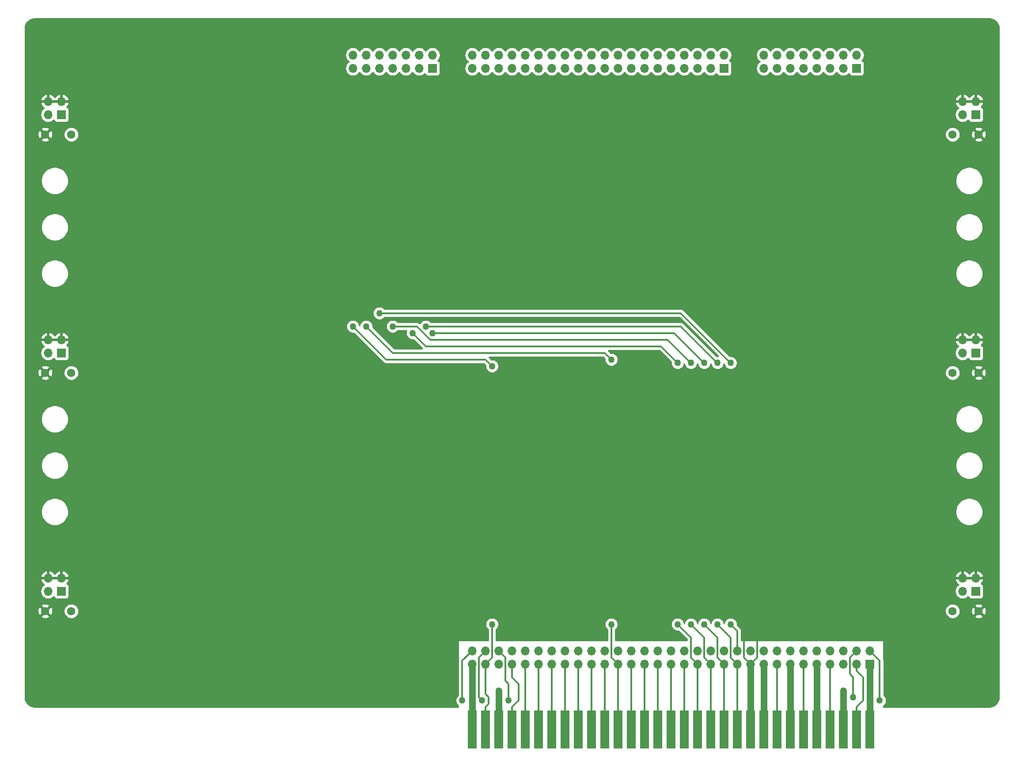
<source format=gbl>
G04 #@! TF.GenerationSoftware,KiCad,Pcbnew,(5.1.4)-1*
G04 #@! TF.CreationDate,2023-01-29T13:09:45+10:30*
G04 #@! TF.ProjectId,ISA_Bread_Board_v1-1,4953415f-4272-4656-9164-5f426f617264,1*
G04 #@! TF.SameCoordinates,Original*
G04 #@! TF.FileFunction,Copper,L2,Bot*
G04 #@! TF.FilePolarity,Positive*
%FSLAX46Y46*%
G04 Gerber Fmt 4.6, Leading zero omitted, Abs format (unit mm)*
G04 Created by KiCad (PCBNEW (5.1.4)-1) date 2023-01-29 13:09:45*
%MOMM*%
%LPD*%
G04 APERTURE LIST*
%ADD10R,1.780000X7.366000*%
%ADD11O,1.700000X1.700000*%
%ADD12R,1.700000X1.700000*%
%ADD13C,1.600000*%
%ADD14C,1.270000*%
%ADD15C,0.317500*%
%ADD16C,1.270000*%
%ADD17C,0.254000*%
G04 APERTURE END LIST*
D10*
X283845000Y-203073000D03*
X281305000Y-203073000D03*
X278765000Y-203073000D03*
X276225000Y-203073000D03*
X273685000Y-203073000D03*
X271145000Y-203073000D03*
X268605000Y-203073000D03*
X266065000Y-203073000D03*
X263525000Y-203073000D03*
X260985000Y-203073000D03*
X258445000Y-203073000D03*
X255905000Y-203073000D03*
X253365000Y-203073000D03*
X250825000Y-203073000D03*
X248285000Y-203073000D03*
X245745000Y-203073000D03*
X243205000Y-203073000D03*
X240665000Y-203073000D03*
X238125000Y-203073000D03*
X235585000Y-203073000D03*
X233045000Y-203073000D03*
X230505000Y-203073000D03*
X227965000Y-203073000D03*
X225425000Y-203073000D03*
X222885000Y-203073000D03*
X220345000Y-203073000D03*
X217805000Y-203073000D03*
X215265000Y-203073000D03*
X212725000Y-203073000D03*
X210185000Y-203073000D03*
X207645000Y-203073000D03*
D11*
X184785000Y-73660000D03*
X184785000Y-76200000D03*
X187325000Y-73660000D03*
X187325000Y-76200000D03*
X189865000Y-73660000D03*
X189865000Y-76200000D03*
X192405000Y-73660000D03*
X192405000Y-76200000D03*
X194945000Y-73660000D03*
X194945000Y-76200000D03*
X197485000Y-73660000D03*
X197485000Y-76200000D03*
X200025000Y-73660000D03*
D12*
X200025000Y-76200000D03*
D11*
X263525000Y-73660000D03*
X263525000Y-76200000D03*
X266065000Y-73660000D03*
X266065000Y-76200000D03*
X268605000Y-73660000D03*
X268605000Y-76200000D03*
X271145000Y-73660000D03*
X271145000Y-76200000D03*
X273685000Y-73660000D03*
X273685000Y-76200000D03*
X276225000Y-73660000D03*
X276225000Y-76200000D03*
X278765000Y-73660000D03*
X278765000Y-76200000D03*
X281305000Y-73660000D03*
D12*
X281305000Y-76200000D03*
D11*
X207645000Y-187960000D03*
X207645000Y-190500000D03*
X210185000Y-187960000D03*
X210185000Y-190500000D03*
X212725000Y-187960000D03*
X212725000Y-190500000D03*
X215265000Y-187960000D03*
X215265000Y-190500000D03*
X217805000Y-187960000D03*
X217805000Y-190500000D03*
X220345000Y-187960000D03*
X220345000Y-190500000D03*
X222885000Y-187960000D03*
X222885000Y-190500000D03*
X225425000Y-187960000D03*
X225425000Y-190500000D03*
X227965000Y-187960000D03*
X227965000Y-190500000D03*
X230505000Y-187960000D03*
X230505000Y-190500000D03*
X233045000Y-187960000D03*
X233045000Y-190500000D03*
X235585000Y-187960000D03*
X235585000Y-190500000D03*
X238125000Y-187960000D03*
X238125000Y-190500000D03*
X240665000Y-187960000D03*
X240665000Y-190500000D03*
X243205000Y-187960000D03*
X243205000Y-190500000D03*
X245745000Y-187960000D03*
X245745000Y-190500000D03*
X248285000Y-187960000D03*
X248285000Y-190500000D03*
X250825000Y-187960000D03*
X250825000Y-190500000D03*
X253365000Y-187960000D03*
X253365000Y-190500000D03*
X255905000Y-187960000D03*
X255905000Y-190500000D03*
X258445000Y-187960000D03*
X258445000Y-190500000D03*
X260985000Y-187960000D03*
X260985000Y-190500000D03*
X263525000Y-187960000D03*
X263525000Y-190500000D03*
X266065000Y-187960000D03*
X266065000Y-190500000D03*
X268605000Y-187960000D03*
X268605000Y-190500000D03*
X271145000Y-187960000D03*
X271145000Y-190500000D03*
X273685000Y-187960000D03*
X273685000Y-190500000D03*
X276225000Y-187960000D03*
X276225000Y-190500000D03*
X278765000Y-187960000D03*
X278765000Y-190500000D03*
X281305000Y-187960000D03*
X281305000Y-190500000D03*
X283845000Y-187960000D03*
D12*
X283845000Y-190500000D03*
D11*
X207645000Y-73660000D03*
X207645000Y-76200000D03*
X210185000Y-73660000D03*
X210185000Y-76200000D03*
X212725000Y-73660000D03*
X212725000Y-76200000D03*
X215265000Y-73660000D03*
X215265000Y-76200000D03*
X217805000Y-73660000D03*
X217805000Y-76200000D03*
X220345000Y-73660000D03*
X220345000Y-76200000D03*
X222885000Y-73660000D03*
X222885000Y-76200000D03*
X225425000Y-73660000D03*
X225425000Y-76200000D03*
X227965000Y-73660000D03*
X227965000Y-76200000D03*
X230505000Y-73660000D03*
X230505000Y-76200000D03*
X233045000Y-73660000D03*
X233045000Y-76200000D03*
X235585000Y-73660000D03*
X235585000Y-76200000D03*
X238125000Y-73660000D03*
X238125000Y-76200000D03*
X240665000Y-73660000D03*
X240665000Y-76200000D03*
X243205000Y-73660000D03*
X243205000Y-76200000D03*
X245745000Y-73660000D03*
X245745000Y-76200000D03*
X248285000Y-73660000D03*
X248285000Y-76200000D03*
X250825000Y-73660000D03*
X250825000Y-76200000D03*
X253365000Y-73660000D03*
X253365000Y-76200000D03*
X255905000Y-73660000D03*
D12*
X255905000Y-76200000D03*
D11*
X301625000Y-173990000D03*
X301625000Y-176530000D03*
X304165000Y-173990000D03*
D12*
X304165000Y-176530000D03*
D11*
X301625000Y-128270000D03*
X301625000Y-130810000D03*
X304165000Y-128270000D03*
D12*
X304165000Y-130810000D03*
D11*
X301625000Y-82550000D03*
X301625000Y-85090000D03*
X304165000Y-82550000D03*
D12*
X304165000Y-85090000D03*
D11*
X126365000Y-82550000D03*
X126365000Y-85090000D03*
X128905000Y-82550000D03*
D12*
X128905000Y-85090000D03*
D11*
X126365000Y-128270000D03*
X126365000Y-130810000D03*
X128905000Y-128270000D03*
D12*
X128905000Y-130810000D03*
D11*
X126365000Y-173990000D03*
X126365000Y-176530000D03*
X128905000Y-173990000D03*
D12*
X128905000Y-176530000D03*
D13*
X304720000Y-134620000D03*
X299720000Y-134620000D03*
X125810000Y-134620000D03*
X130810000Y-134620000D03*
X299720000Y-88900000D03*
X304720000Y-88900000D03*
X125810000Y-88900000D03*
X130810000Y-88900000D03*
X304720000Y-180340000D03*
X299720000Y-180340000D03*
X125810000Y-180340000D03*
X130810000Y-180340000D03*
D14*
X257175000Y-182880000D03*
X189865000Y-123190000D03*
X257175000Y-132715000D03*
X280670000Y-196850000D03*
X285750000Y-197484994D03*
X283845000Y-193675000D03*
X290195000Y-192405000D03*
X288925000Y-192405000D03*
X287655000Y-192405000D03*
X207645000Y-192405000D03*
X207645000Y-193675000D03*
X203835000Y-192405000D03*
X202565000Y-192405000D03*
X201295000Y-192405000D03*
X262255000Y-184785000D03*
X283845000Y-192405000D03*
X259715000Y-184785000D03*
X211455000Y-182880000D03*
X211455000Y-133350000D03*
X184785000Y-125729992D03*
X278765000Y-196850000D03*
X278765000Y-195580000D03*
X212725000Y-196850000D03*
X212725000Y-195580000D03*
X234315000Y-182880000D03*
X234315000Y-132080000D03*
X187325000Y-125730000D03*
X247015000Y-182880000D03*
X196215000Y-126999978D03*
X247015000Y-132715000D03*
X249555000Y-182880000D03*
X192405000Y-125730000D03*
X249555000Y-132715000D03*
X252095000Y-182880000D03*
X200025000Y-127000000D03*
X252095000Y-132715000D03*
X254635000Y-182880000D03*
X198755000Y-125730000D03*
X254635000Y-132715000D03*
X205740000Y-197485000D03*
X209550000Y-197485000D03*
X214630000Y-197485000D03*
D15*
X258445000Y-184150000D02*
X257175000Y-182880000D01*
X258445000Y-187960000D02*
X258445000Y-184150000D01*
X257175000Y-182880000D02*
X257175000Y-182880000D01*
X256540001Y-132080001D02*
X257175000Y-132715000D01*
X247650000Y-123190000D02*
X256540001Y-132080001D01*
X189865000Y-123190000D02*
X247650000Y-123190000D01*
X280670000Y-193040000D02*
X280670000Y-196850000D01*
X280035001Y-192405001D02*
X280670000Y-193040000D01*
X281305000Y-187960000D02*
X280035001Y-189229999D01*
X280035001Y-189229999D02*
X280035001Y-192405001D01*
X285750000Y-189865000D02*
X285750000Y-196586969D01*
X285750000Y-196586969D02*
X285750000Y-197484994D01*
X283845000Y-187960000D02*
X285750000Y-189865000D01*
D16*
X260985000Y-203200000D02*
X260985000Y-190500000D01*
D15*
X260985000Y-190500000D02*
X261746999Y-189738001D01*
X261746999Y-189738001D02*
X262255000Y-189230000D01*
X262255000Y-189230000D02*
X262255000Y-184785000D01*
X262255000Y-184785000D02*
X262255000Y-184785000D01*
D16*
X283845000Y-203200000D02*
X283845000Y-190500000D01*
D15*
X260985000Y-190500000D02*
X260223001Y-189738001D01*
X260223001Y-189738001D02*
X259715000Y-189230000D01*
X259715000Y-189230000D02*
X259715000Y-184785000D01*
D16*
X207645000Y-203200000D02*
X207645000Y-190500000D01*
D15*
X210185000Y-198755000D02*
X210185000Y-203200000D01*
X210820000Y-198120000D02*
X210185000Y-198755000D01*
X210820000Y-196850000D02*
X210820000Y-198120000D01*
X210185000Y-190500000D02*
X210185000Y-196215000D01*
X210185000Y-196215000D02*
X210820000Y-196850000D01*
X211455000Y-182880000D02*
X211455000Y-182880000D01*
X210185000Y-190500000D02*
X211455000Y-189230000D01*
X211455000Y-189230000D02*
X211455000Y-182880000D01*
X185419999Y-126364991D02*
X184785000Y-125729992D01*
X191135008Y-132080000D02*
X185419999Y-126364991D01*
X211455000Y-133350000D02*
X210185000Y-132080000D01*
X210185000Y-132080000D02*
X191135008Y-132080000D01*
D16*
X278765000Y-203200000D02*
X278765000Y-195580000D01*
X212725000Y-203200000D02*
X212725000Y-195580000D01*
D15*
X215265000Y-198755000D02*
X215265000Y-203200000D01*
X216535000Y-197485000D02*
X215265000Y-198755000D01*
X216535000Y-194310000D02*
X216535000Y-197485000D01*
X215265000Y-190500000D02*
X215265000Y-193040000D01*
X215265000Y-193040000D02*
X216535000Y-194310000D01*
X217805000Y-203200000D02*
X217805000Y-190500000D01*
X220345000Y-190500000D02*
X220345000Y-203200000D01*
X222885000Y-203200000D02*
X222885000Y-190500000D01*
X225425000Y-190500000D02*
X225425000Y-203200000D01*
X227965000Y-203200000D02*
X227965000Y-190500000D01*
X230505000Y-190500000D02*
X230505000Y-203200000D01*
X233045000Y-203200000D02*
X233045000Y-190500000D01*
X235585000Y-190500000D02*
X235585000Y-203200000D01*
X234315000Y-182880000D02*
X234315000Y-182880000D01*
X235585000Y-190500000D02*
X234735001Y-189650001D01*
X234735001Y-189650001D02*
X234315000Y-189230000D01*
X234315000Y-189230000D02*
X234315000Y-182880000D01*
X187959999Y-126364999D02*
X187325000Y-125730000D01*
X192405000Y-130810000D02*
X187959999Y-126364999D01*
X234315000Y-132080000D02*
X233045000Y-130810000D01*
X233045000Y-130810000D02*
X192405000Y-130810000D01*
X238125000Y-203200000D02*
X238125000Y-190500000D01*
X240665000Y-190500000D02*
X240665000Y-203200000D01*
X243205000Y-203200000D02*
X243205000Y-190500000D01*
X245745000Y-190500000D02*
X245745000Y-203200000D01*
X248285000Y-203200000D02*
X248285000Y-190500000D01*
X250825000Y-190500000D02*
X250825000Y-203200000D01*
X249555000Y-185420000D02*
X247015000Y-182880000D01*
X250825000Y-190500000D02*
X249555000Y-189230000D01*
X249555000Y-189230000D02*
X249555000Y-185420000D01*
X247015000Y-182880000D02*
X247015000Y-182880000D01*
X246380001Y-132080001D02*
X247015000Y-132715000D01*
X243840000Y-129540000D02*
X246380001Y-132080001D01*
X196215000Y-126999978D02*
X198755022Y-129540000D01*
X198755022Y-129540000D02*
X243840000Y-129540000D01*
X253365000Y-203200000D02*
X253365000Y-190500000D01*
X249555000Y-182880000D02*
X249555000Y-182880000D01*
X252095000Y-189230000D02*
X252095000Y-185420000D01*
X253365000Y-190500000D02*
X252095000Y-189230000D01*
X252095000Y-185420000D02*
X249555000Y-182880000D01*
X248920001Y-132080001D02*
X249555000Y-132715000D01*
X245110000Y-128270000D02*
X248920001Y-132080001D01*
X199590752Y-128270000D02*
X245110000Y-128270000D01*
X192405000Y-125730000D02*
X197050752Y-125730000D01*
X197050752Y-125730000D02*
X199590752Y-128270000D01*
X255905000Y-203200000D02*
X255905000Y-190500000D01*
X254635000Y-185420000D02*
X252095000Y-182880000D01*
X255905000Y-190500000D02*
X254635000Y-189230000D01*
X254635000Y-189230000D02*
X254635000Y-185420000D01*
X252095000Y-182880000D02*
X252095000Y-182880000D01*
X251460001Y-132080001D02*
X252095000Y-132715000D01*
X200025000Y-127000000D02*
X246380000Y-127000000D01*
X246380000Y-127000000D02*
X251460001Y-132080001D01*
X258445000Y-203200000D02*
X258445000Y-190500000D01*
X254635000Y-182880000D02*
X254635000Y-182880000D01*
X258445000Y-190500000D02*
X257175000Y-189230000D01*
X257175000Y-189230000D02*
X257175000Y-185420000D01*
X257175000Y-185420000D02*
X254635000Y-182880000D01*
X254000001Y-132080001D02*
X254635000Y-132715000D01*
X198755000Y-125730000D02*
X247650000Y-125730000D01*
X247650000Y-125730000D02*
X254000001Y-132080001D01*
D16*
X263525000Y-203200000D02*
X263525000Y-190500000D01*
D15*
X266065000Y-203200000D02*
X266065000Y-190500000D01*
D16*
X268605000Y-203200000D02*
X268605000Y-190500000D01*
D15*
X271145000Y-203200000D02*
X271145000Y-190500000D01*
D16*
X273685000Y-203200000D02*
X273685000Y-190500000D01*
D15*
X276225000Y-203200000D02*
X276225000Y-190500000D01*
X281305000Y-191770000D02*
X281305000Y-190500000D01*
X282575000Y-193040000D02*
X281305000Y-191770000D01*
X282575000Y-197485000D02*
X282575000Y-193040000D01*
X281305000Y-203200000D02*
X281305000Y-198755000D01*
X281305000Y-198755000D02*
X282575000Y-197485000D01*
X205740000Y-189865000D02*
X207645000Y-187960000D01*
X205740000Y-197485000D02*
X205740000Y-189865000D01*
X209550000Y-197485000D02*
X208915000Y-196850000D01*
X208915000Y-189230000D02*
X210185000Y-187960000D01*
X208915000Y-196850000D02*
X208915000Y-189230000D01*
X213995000Y-189230000D02*
X212725000Y-187960000D01*
X213995000Y-193675000D02*
X213995000Y-189230000D01*
X214630000Y-197485000D02*
X214630000Y-194310000D01*
X214630000Y-194310000D02*
X213995000Y-193675000D01*
D17*
G36*
X307069545Y-66738909D02*
G01*
X307420208Y-66844780D01*
X307743625Y-67016744D01*
X308027484Y-67248254D01*
X308260965Y-67530486D01*
X308435183Y-67852695D01*
X308543502Y-68202614D01*
X308585000Y-68597443D01*
X308585001Y-196817711D01*
X308546091Y-197214545D01*
X308440220Y-197565206D01*
X308268257Y-197888623D01*
X308036748Y-198172482D01*
X307754514Y-198405965D01*
X307432304Y-198580184D01*
X307082385Y-198688502D01*
X306687557Y-198730000D01*
X286512000Y-198730000D01*
X286512000Y-198503258D01*
X286559578Y-198471467D01*
X286736473Y-198294572D01*
X286875459Y-198086565D01*
X286971195Y-197855439D01*
X287020000Y-197610078D01*
X287020000Y-197359910D01*
X286971195Y-197114549D01*
X286875459Y-196883423D01*
X286736473Y-196675416D01*
X286559578Y-196498521D01*
X286543750Y-196487945D01*
X286543750Y-189903979D01*
X286547589Y-189865000D01*
X286543750Y-189826021D01*
X286543750Y-189826011D01*
X286532265Y-189709398D01*
X286512000Y-189642594D01*
X286512000Y-186055000D01*
X286509560Y-186030224D01*
X286502333Y-186006399D01*
X286490597Y-185984443D01*
X286474803Y-185965197D01*
X286455557Y-185949403D01*
X286433601Y-185937667D01*
X286409776Y-185930440D01*
X286385000Y-185928000D01*
X259238750Y-185928000D01*
X259238750Y-184188978D01*
X259242589Y-184149999D01*
X259238750Y-184111020D01*
X259238750Y-184111011D01*
X259227265Y-183994398D01*
X259181877Y-183844776D01*
X259108172Y-183706883D01*
X259008981Y-183586019D01*
X258978699Y-183561167D01*
X258441286Y-183023755D01*
X258445000Y-183005084D01*
X258445000Y-182754916D01*
X258396195Y-182509555D01*
X258300459Y-182278429D01*
X258161473Y-182070422D01*
X257984578Y-181893527D01*
X257776571Y-181754541D01*
X257545445Y-181658805D01*
X257300084Y-181610000D01*
X257049916Y-181610000D01*
X256804555Y-181658805D01*
X256573429Y-181754541D01*
X256365422Y-181893527D01*
X256188527Y-182070422D01*
X256049541Y-182278429D01*
X255953805Y-182509555D01*
X255905000Y-182754916D01*
X255856195Y-182509555D01*
X255760459Y-182278429D01*
X255621473Y-182070422D01*
X255444578Y-181893527D01*
X255236571Y-181754541D01*
X255005445Y-181658805D01*
X254760084Y-181610000D01*
X254509916Y-181610000D01*
X254264555Y-181658805D01*
X254033429Y-181754541D01*
X253825422Y-181893527D01*
X253648527Y-182070422D01*
X253509541Y-182278429D01*
X253413805Y-182509555D01*
X253365000Y-182754916D01*
X253316195Y-182509555D01*
X253220459Y-182278429D01*
X253081473Y-182070422D01*
X252904578Y-181893527D01*
X252696571Y-181754541D01*
X252465445Y-181658805D01*
X252220084Y-181610000D01*
X251969916Y-181610000D01*
X251724555Y-181658805D01*
X251493429Y-181754541D01*
X251285422Y-181893527D01*
X251108527Y-182070422D01*
X250969541Y-182278429D01*
X250873805Y-182509555D01*
X250825000Y-182754916D01*
X250776195Y-182509555D01*
X250680459Y-182278429D01*
X250541473Y-182070422D01*
X250364578Y-181893527D01*
X250156571Y-181754541D01*
X249925445Y-181658805D01*
X249680084Y-181610000D01*
X249429916Y-181610000D01*
X249184555Y-181658805D01*
X248953429Y-181754541D01*
X248745422Y-181893527D01*
X248568527Y-182070422D01*
X248429541Y-182278429D01*
X248333805Y-182509555D01*
X248285000Y-182754916D01*
X248236195Y-182509555D01*
X248140459Y-182278429D01*
X248001473Y-182070422D01*
X247824578Y-181893527D01*
X247616571Y-181754541D01*
X247385445Y-181658805D01*
X247140084Y-181610000D01*
X246889916Y-181610000D01*
X246644555Y-181658805D01*
X246413429Y-181754541D01*
X246205422Y-181893527D01*
X246028527Y-182070422D01*
X245889541Y-182278429D01*
X245793805Y-182509555D01*
X245745000Y-182754916D01*
X245745000Y-183005084D01*
X245793805Y-183250445D01*
X245889541Y-183481571D01*
X246028527Y-183689578D01*
X246205422Y-183866473D01*
X246413429Y-184005459D01*
X246644555Y-184101195D01*
X246889916Y-184150000D01*
X247140084Y-184150000D01*
X247158755Y-184146286D01*
X248761251Y-185748783D01*
X248761251Y-185928000D01*
X235108750Y-185928000D01*
X235108750Y-183877049D01*
X235124578Y-183866473D01*
X235301473Y-183689578D01*
X235440459Y-183481571D01*
X235536195Y-183250445D01*
X235585000Y-183005084D01*
X235585000Y-182754916D01*
X235536195Y-182509555D01*
X235440459Y-182278429D01*
X235301473Y-182070422D01*
X235124578Y-181893527D01*
X234916571Y-181754541D01*
X234685445Y-181658805D01*
X234440084Y-181610000D01*
X234189916Y-181610000D01*
X233944555Y-181658805D01*
X233713429Y-181754541D01*
X233505422Y-181893527D01*
X233328527Y-182070422D01*
X233189541Y-182278429D01*
X233093805Y-182509555D01*
X233045000Y-182754916D01*
X233045000Y-183005084D01*
X233093805Y-183250445D01*
X233189541Y-183481571D01*
X233328527Y-183689578D01*
X233505422Y-183866473D01*
X233521251Y-183877050D01*
X233521250Y-185928000D01*
X212248750Y-185928000D01*
X212248750Y-183877049D01*
X212264578Y-183866473D01*
X212441473Y-183689578D01*
X212580459Y-183481571D01*
X212676195Y-183250445D01*
X212725000Y-183005084D01*
X212725000Y-182754916D01*
X212676195Y-182509555D01*
X212580459Y-182278429D01*
X212441473Y-182070422D01*
X212264578Y-181893527D01*
X212056571Y-181754541D01*
X211825445Y-181658805D01*
X211580084Y-181610000D01*
X211329916Y-181610000D01*
X211084555Y-181658805D01*
X210853429Y-181754541D01*
X210645422Y-181893527D01*
X210468527Y-182070422D01*
X210329541Y-182278429D01*
X210233805Y-182509555D01*
X210185000Y-182754916D01*
X210185000Y-183005084D01*
X210233805Y-183250445D01*
X210329541Y-183481571D01*
X210468527Y-183689578D01*
X210645422Y-183866473D01*
X210661251Y-183877050D01*
X210661250Y-185928000D01*
X205105000Y-185928000D01*
X205080224Y-185930440D01*
X205056399Y-185937667D01*
X205034443Y-185949403D01*
X205015197Y-185965197D01*
X204999403Y-185984443D01*
X204987667Y-186006399D01*
X204980440Y-186030224D01*
X204978000Y-186055000D01*
X204978000Y-189642598D01*
X204957736Y-189709398D01*
X204942411Y-189865000D01*
X204946251Y-189903989D01*
X204946250Y-196487951D01*
X204930422Y-196498527D01*
X204753527Y-196675422D01*
X204614541Y-196883429D01*
X204518805Y-197114555D01*
X204470000Y-197359916D01*
X204470000Y-197610084D01*
X204518805Y-197855445D01*
X204614541Y-198086571D01*
X204753527Y-198294578D01*
X204930422Y-198471473D01*
X204978000Y-198503264D01*
X204978000Y-198730000D01*
X123857279Y-198730000D01*
X123460455Y-198691091D01*
X123109794Y-198585220D01*
X122786377Y-198413257D01*
X122502518Y-198181748D01*
X122269035Y-197899514D01*
X122094816Y-197577304D01*
X121986498Y-197227385D01*
X121945000Y-196832557D01*
X121945000Y-181332702D01*
X124996903Y-181332702D01*
X125068486Y-181576671D01*
X125323996Y-181697571D01*
X125598184Y-181766300D01*
X125880512Y-181780217D01*
X126160130Y-181738787D01*
X126426292Y-181643603D01*
X126551514Y-181576671D01*
X126623097Y-181332702D01*
X125810000Y-180519605D01*
X124996903Y-181332702D01*
X121945000Y-181332702D01*
X121945000Y-180410512D01*
X124369783Y-180410512D01*
X124411213Y-180690130D01*
X124506397Y-180956292D01*
X124573329Y-181081514D01*
X124817298Y-181153097D01*
X125630395Y-180340000D01*
X125989605Y-180340000D01*
X126802702Y-181153097D01*
X127046671Y-181081514D01*
X127167571Y-180826004D01*
X127236300Y-180551816D01*
X127250217Y-180269488D01*
X127239724Y-180198665D01*
X129375000Y-180198665D01*
X129375000Y-180481335D01*
X129430147Y-180758574D01*
X129538320Y-181019727D01*
X129695363Y-181254759D01*
X129895241Y-181454637D01*
X130130273Y-181611680D01*
X130391426Y-181719853D01*
X130668665Y-181775000D01*
X130951335Y-181775000D01*
X131228574Y-181719853D01*
X131489727Y-181611680D01*
X131724759Y-181454637D01*
X131924637Y-181254759D01*
X132081680Y-181019727D01*
X132189853Y-180758574D01*
X132245000Y-180481335D01*
X132245000Y-180198665D01*
X298285000Y-180198665D01*
X298285000Y-180481335D01*
X298340147Y-180758574D01*
X298448320Y-181019727D01*
X298605363Y-181254759D01*
X298805241Y-181454637D01*
X299040273Y-181611680D01*
X299301426Y-181719853D01*
X299578665Y-181775000D01*
X299861335Y-181775000D01*
X300138574Y-181719853D01*
X300399727Y-181611680D01*
X300634759Y-181454637D01*
X300756694Y-181332702D01*
X303906903Y-181332702D01*
X303978486Y-181576671D01*
X304233996Y-181697571D01*
X304508184Y-181766300D01*
X304790512Y-181780217D01*
X305070130Y-181738787D01*
X305336292Y-181643603D01*
X305461514Y-181576671D01*
X305533097Y-181332702D01*
X304720000Y-180519605D01*
X303906903Y-181332702D01*
X300756694Y-181332702D01*
X300834637Y-181254759D01*
X300991680Y-181019727D01*
X301099853Y-180758574D01*
X301155000Y-180481335D01*
X301155000Y-180410512D01*
X303279783Y-180410512D01*
X303321213Y-180690130D01*
X303416397Y-180956292D01*
X303483329Y-181081514D01*
X303727298Y-181153097D01*
X304540395Y-180340000D01*
X304899605Y-180340000D01*
X305712702Y-181153097D01*
X305956671Y-181081514D01*
X306077571Y-180826004D01*
X306146300Y-180551816D01*
X306160217Y-180269488D01*
X306118787Y-179989870D01*
X306023603Y-179723708D01*
X305956671Y-179598486D01*
X305712702Y-179526903D01*
X304899605Y-180340000D01*
X304540395Y-180340000D01*
X303727298Y-179526903D01*
X303483329Y-179598486D01*
X303362429Y-179853996D01*
X303293700Y-180128184D01*
X303279783Y-180410512D01*
X301155000Y-180410512D01*
X301155000Y-180198665D01*
X301099853Y-179921426D01*
X300991680Y-179660273D01*
X300834637Y-179425241D01*
X300756694Y-179347298D01*
X303906903Y-179347298D01*
X304720000Y-180160395D01*
X305533097Y-179347298D01*
X305461514Y-179103329D01*
X305206004Y-178982429D01*
X304931816Y-178913700D01*
X304649488Y-178899783D01*
X304369870Y-178941213D01*
X304103708Y-179036397D01*
X303978486Y-179103329D01*
X303906903Y-179347298D01*
X300756694Y-179347298D01*
X300634759Y-179225363D01*
X300399727Y-179068320D01*
X300138574Y-178960147D01*
X299861335Y-178905000D01*
X299578665Y-178905000D01*
X299301426Y-178960147D01*
X299040273Y-179068320D01*
X298805241Y-179225363D01*
X298605363Y-179425241D01*
X298448320Y-179660273D01*
X298340147Y-179921426D01*
X298285000Y-180198665D01*
X132245000Y-180198665D01*
X132189853Y-179921426D01*
X132081680Y-179660273D01*
X131924637Y-179425241D01*
X131724759Y-179225363D01*
X131489727Y-179068320D01*
X131228574Y-178960147D01*
X130951335Y-178905000D01*
X130668665Y-178905000D01*
X130391426Y-178960147D01*
X130130273Y-179068320D01*
X129895241Y-179225363D01*
X129695363Y-179425241D01*
X129538320Y-179660273D01*
X129430147Y-179921426D01*
X129375000Y-180198665D01*
X127239724Y-180198665D01*
X127208787Y-179989870D01*
X127113603Y-179723708D01*
X127046671Y-179598486D01*
X126802702Y-179526903D01*
X125989605Y-180340000D01*
X125630395Y-180340000D01*
X124817298Y-179526903D01*
X124573329Y-179598486D01*
X124452429Y-179853996D01*
X124383700Y-180128184D01*
X124369783Y-180410512D01*
X121945000Y-180410512D01*
X121945000Y-179347298D01*
X124996903Y-179347298D01*
X125810000Y-180160395D01*
X126623097Y-179347298D01*
X126551514Y-179103329D01*
X126296004Y-178982429D01*
X126021816Y-178913700D01*
X125739488Y-178899783D01*
X125459870Y-178941213D01*
X125193708Y-179036397D01*
X125068486Y-179103329D01*
X124996903Y-179347298D01*
X121945000Y-179347298D01*
X121945000Y-176530000D01*
X124872815Y-176530000D01*
X124901487Y-176821111D01*
X124986401Y-177101034D01*
X125124294Y-177359014D01*
X125309866Y-177585134D01*
X125535986Y-177770706D01*
X125793966Y-177908599D01*
X126073889Y-177993513D01*
X126292050Y-178015000D01*
X126437950Y-178015000D01*
X126656111Y-177993513D01*
X126936034Y-177908599D01*
X127194014Y-177770706D01*
X127420134Y-177585134D01*
X127444607Y-177555313D01*
X127465498Y-177624180D01*
X127524463Y-177734494D01*
X127603815Y-177831185D01*
X127700506Y-177910537D01*
X127810820Y-177969502D01*
X127930518Y-178005812D01*
X128055000Y-178018072D01*
X129755000Y-178018072D01*
X129879482Y-178005812D01*
X129999180Y-177969502D01*
X130109494Y-177910537D01*
X130206185Y-177831185D01*
X130285537Y-177734494D01*
X130344502Y-177624180D01*
X130380812Y-177504482D01*
X130393072Y-177380000D01*
X130393072Y-176530000D01*
X300132815Y-176530000D01*
X300161487Y-176821111D01*
X300246401Y-177101034D01*
X300384294Y-177359014D01*
X300569866Y-177585134D01*
X300795986Y-177770706D01*
X301053966Y-177908599D01*
X301333889Y-177993513D01*
X301552050Y-178015000D01*
X301697950Y-178015000D01*
X301916111Y-177993513D01*
X302196034Y-177908599D01*
X302454014Y-177770706D01*
X302680134Y-177585134D01*
X302704607Y-177555313D01*
X302725498Y-177624180D01*
X302784463Y-177734494D01*
X302863815Y-177831185D01*
X302960506Y-177910537D01*
X303070820Y-177969502D01*
X303190518Y-178005812D01*
X303315000Y-178018072D01*
X305015000Y-178018072D01*
X305139482Y-178005812D01*
X305259180Y-177969502D01*
X305369494Y-177910537D01*
X305466185Y-177831185D01*
X305545537Y-177734494D01*
X305604502Y-177624180D01*
X305640812Y-177504482D01*
X305653072Y-177380000D01*
X305653072Y-175680000D01*
X305640812Y-175555518D01*
X305604502Y-175435820D01*
X305545537Y-175325506D01*
X305466185Y-175228815D01*
X305369494Y-175149463D01*
X305259180Y-175090498D01*
X305183374Y-175067502D01*
X305360178Y-174871355D01*
X305509157Y-174621252D01*
X305606481Y-174346891D01*
X305485814Y-174117000D01*
X304292000Y-174117000D01*
X304292000Y-174137000D01*
X304038000Y-174137000D01*
X304038000Y-174117000D01*
X301752000Y-174117000D01*
X301752000Y-174137000D01*
X301498000Y-174137000D01*
X301498000Y-174117000D01*
X300304186Y-174117000D01*
X300183519Y-174346891D01*
X300280843Y-174621252D01*
X300429822Y-174871355D01*
X300624731Y-175087588D01*
X300853756Y-175258416D01*
X300795986Y-175289294D01*
X300569866Y-175474866D01*
X300384294Y-175700986D01*
X300246401Y-175958966D01*
X300161487Y-176238889D01*
X300132815Y-176530000D01*
X130393072Y-176530000D01*
X130393072Y-175680000D01*
X130380812Y-175555518D01*
X130344502Y-175435820D01*
X130285537Y-175325506D01*
X130206185Y-175228815D01*
X130109494Y-175149463D01*
X129999180Y-175090498D01*
X129923374Y-175067502D01*
X130100178Y-174871355D01*
X130249157Y-174621252D01*
X130346481Y-174346891D01*
X130225814Y-174117000D01*
X129032000Y-174117000D01*
X129032000Y-174137000D01*
X128778000Y-174137000D01*
X128778000Y-174117000D01*
X126492000Y-174117000D01*
X126492000Y-174137000D01*
X126238000Y-174137000D01*
X126238000Y-174117000D01*
X125044186Y-174117000D01*
X124923519Y-174346891D01*
X125020843Y-174621252D01*
X125169822Y-174871355D01*
X125364731Y-175087588D01*
X125593756Y-175258416D01*
X125535986Y-175289294D01*
X125309866Y-175474866D01*
X125124294Y-175700986D01*
X124986401Y-175958966D01*
X124901487Y-176238889D01*
X124872815Y-176530000D01*
X121945000Y-176530000D01*
X121945000Y-173633109D01*
X124923519Y-173633109D01*
X125044186Y-173863000D01*
X126238000Y-173863000D01*
X126238000Y-172669845D01*
X126492000Y-172669845D01*
X126492000Y-173863000D01*
X128778000Y-173863000D01*
X128778000Y-172669845D01*
X129032000Y-172669845D01*
X129032000Y-173863000D01*
X130225814Y-173863000D01*
X130346481Y-173633109D01*
X300183519Y-173633109D01*
X300304186Y-173863000D01*
X301498000Y-173863000D01*
X301498000Y-172669845D01*
X301752000Y-172669845D01*
X301752000Y-173863000D01*
X304038000Y-173863000D01*
X304038000Y-172669845D01*
X304292000Y-172669845D01*
X304292000Y-173863000D01*
X305485814Y-173863000D01*
X305606481Y-173633109D01*
X305509157Y-173358748D01*
X305360178Y-173108645D01*
X305165269Y-172892412D01*
X304931920Y-172718359D01*
X304669099Y-172593175D01*
X304521890Y-172548524D01*
X304292000Y-172669845D01*
X304038000Y-172669845D01*
X303808110Y-172548524D01*
X303660901Y-172593175D01*
X303398080Y-172718359D01*
X303164731Y-172892412D01*
X302969822Y-173108645D01*
X302895000Y-173234255D01*
X302820178Y-173108645D01*
X302625269Y-172892412D01*
X302391920Y-172718359D01*
X302129099Y-172593175D01*
X301981890Y-172548524D01*
X301752000Y-172669845D01*
X301498000Y-172669845D01*
X301268110Y-172548524D01*
X301120901Y-172593175D01*
X300858080Y-172718359D01*
X300624731Y-172892412D01*
X300429822Y-173108645D01*
X300280843Y-173358748D01*
X300183519Y-173633109D01*
X130346481Y-173633109D01*
X130249157Y-173358748D01*
X130100178Y-173108645D01*
X129905269Y-172892412D01*
X129671920Y-172718359D01*
X129409099Y-172593175D01*
X129261890Y-172548524D01*
X129032000Y-172669845D01*
X128778000Y-172669845D01*
X128548110Y-172548524D01*
X128400901Y-172593175D01*
X128138080Y-172718359D01*
X127904731Y-172892412D01*
X127709822Y-173108645D01*
X127635000Y-173234255D01*
X127560178Y-173108645D01*
X127365269Y-172892412D01*
X127131920Y-172718359D01*
X126869099Y-172593175D01*
X126721890Y-172548524D01*
X126492000Y-172669845D01*
X126238000Y-172669845D01*
X126008110Y-172548524D01*
X125860901Y-172593175D01*
X125598080Y-172718359D01*
X125364731Y-172892412D01*
X125169822Y-173108645D01*
X125020843Y-173358748D01*
X124923519Y-173633109D01*
X121945000Y-173633109D01*
X121945000Y-161030475D01*
X125000000Y-161030475D01*
X125000000Y-161549525D01*
X125101261Y-162058601D01*
X125299893Y-162538141D01*
X125588262Y-162969715D01*
X125955285Y-163336738D01*
X126386859Y-163625107D01*
X126866399Y-163823739D01*
X127375475Y-163925000D01*
X127894525Y-163925000D01*
X128403601Y-163823739D01*
X128883141Y-163625107D01*
X129314715Y-163336738D01*
X129681738Y-162969715D01*
X129970107Y-162538141D01*
X130168739Y-162058601D01*
X130270000Y-161549525D01*
X130270000Y-161030475D01*
X300260000Y-161030475D01*
X300260000Y-161549525D01*
X300361261Y-162058601D01*
X300559893Y-162538141D01*
X300848262Y-162969715D01*
X301215285Y-163336738D01*
X301646859Y-163625107D01*
X302126399Y-163823739D01*
X302635475Y-163925000D01*
X303154525Y-163925000D01*
X303663601Y-163823739D01*
X304143141Y-163625107D01*
X304574715Y-163336738D01*
X304941738Y-162969715D01*
X305230107Y-162538141D01*
X305428739Y-162058601D01*
X305530000Y-161549525D01*
X305530000Y-161030475D01*
X305428739Y-160521399D01*
X305230107Y-160041859D01*
X304941738Y-159610285D01*
X304574715Y-159243262D01*
X304143141Y-158954893D01*
X303663601Y-158756261D01*
X303154525Y-158655000D01*
X302635475Y-158655000D01*
X302126399Y-158756261D01*
X301646859Y-158954893D01*
X301215285Y-159243262D01*
X300848262Y-159610285D01*
X300559893Y-160041859D01*
X300361261Y-160521399D01*
X300260000Y-161030475D01*
X130270000Y-161030475D01*
X130168739Y-160521399D01*
X129970107Y-160041859D01*
X129681738Y-159610285D01*
X129314715Y-159243262D01*
X128883141Y-158954893D01*
X128403601Y-158756261D01*
X127894525Y-158655000D01*
X127375475Y-158655000D01*
X126866399Y-158756261D01*
X126386859Y-158954893D01*
X125955285Y-159243262D01*
X125588262Y-159610285D01*
X125299893Y-160041859D01*
X125101261Y-160521399D01*
X125000000Y-161030475D01*
X121945000Y-161030475D01*
X121945000Y-152140475D01*
X125000000Y-152140475D01*
X125000000Y-152659525D01*
X125101261Y-153168601D01*
X125299893Y-153648141D01*
X125588262Y-154079715D01*
X125955285Y-154446738D01*
X126386859Y-154735107D01*
X126866399Y-154933739D01*
X127375475Y-155035000D01*
X127894525Y-155035000D01*
X128403601Y-154933739D01*
X128883141Y-154735107D01*
X129314715Y-154446738D01*
X129681738Y-154079715D01*
X129970107Y-153648141D01*
X130168739Y-153168601D01*
X130270000Y-152659525D01*
X130270000Y-152140475D01*
X300260000Y-152140475D01*
X300260000Y-152659525D01*
X300361261Y-153168601D01*
X300559893Y-153648141D01*
X300848262Y-154079715D01*
X301215285Y-154446738D01*
X301646859Y-154735107D01*
X302126399Y-154933739D01*
X302635475Y-155035000D01*
X303154525Y-155035000D01*
X303663601Y-154933739D01*
X304143141Y-154735107D01*
X304574715Y-154446738D01*
X304941738Y-154079715D01*
X305230107Y-153648141D01*
X305428739Y-153168601D01*
X305530000Y-152659525D01*
X305530000Y-152140475D01*
X305428739Y-151631399D01*
X305230107Y-151151859D01*
X304941738Y-150720285D01*
X304574715Y-150353262D01*
X304143141Y-150064893D01*
X303663601Y-149866261D01*
X303154525Y-149765000D01*
X302635475Y-149765000D01*
X302126399Y-149866261D01*
X301646859Y-150064893D01*
X301215285Y-150353262D01*
X300848262Y-150720285D01*
X300559893Y-151151859D01*
X300361261Y-151631399D01*
X300260000Y-152140475D01*
X130270000Y-152140475D01*
X130168739Y-151631399D01*
X129970107Y-151151859D01*
X129681738Y-150720285D01*
X129314715Y-150353262D01*
X128883141Y-150064893D01*
X128403601Y-149866261D01*
X127894525Y-149765000D01*
X127375475Y-149765000D01*
X126866399Y-149866261D01*
X126386859Y-150064893D01*
X125955285Y-150353262D01*
X125588262Y-150720285D01*
X125299893Y-151151859D01*
X125101261Y-151631399D01*
X125000000Y-152140475D01*
X121945000Y-152140475D01*
X121945000Y-143250475D01*
X125000000Y-143250475D01*
X125000000Y-143769525D01*
X125101261Y-144278601D01*
X125299893Y-144758141D01*
X125588262Y-145189715D01*
X125955285Y-145556738D01*
X126386859Y-145845107D01*
X126866399Y-146043739D01*
X127375475Y-146145000D01*
X127894525Y-146145000D01*
X128403601Y-146043739D01*
X128883141Y-145845107D01*
X129314715Y-145556738D01*
X129681738Y-145189715D01*
X129970107Y-144758141D01*
X130168739Y-144278601D01*
X130270000Y-143769525D01*
X130270000Y-143250475D01*
X300260000Y-143250475D01*
X300260000Y-143769525D01*
X300361261Y-144278601D01*
X300559893Y-144758141D01*
X300848262Y-145189715D01*
X301215285Y-145556738D01*
X301646859Y-145845107D01*
X302126399Y-146043739D01*
X302635475Y-146145000D01*
X303154525Y-146145000D01*
X303663601Y-146043739D01*
X304143141Y-145845107D01*
X304574715Y-145556738D01*
X304941738Y-145189715D01*
X305230107Y-144758141D01*
X305428739Y-144278601D01*
X305530000Y-143769525D01*
X305530000Y-143250475D01*
X305428739Y-142741399D01*
X305230107Y-142261859D01*
X304941738Y-141830285D01*
X304574715Y-141463262D01*
X304143141Y-141174893D01*
X303663601Y-140976261D01*
X303154525Y-140875000D01*
X302635475Y-140875000D01*
X302126399Y-140976261D01*
X301646859Y-141174893D01*
X301215285Y-141463262D01*
X300848262Y-141830285D01*
X300559893Y-142261859D01*
X300361261Y-142741399D01*
X300260000Y-143250475D01*
X130270000Y-143250475D01*
X130168739Y-142741399D01*
X129970107Y-142261859D01*
X129681738Y-141830285D01*
X129314715Y-141463262D01*
X128883141Y-141174893D01*
X128403601Y-140976261D01*
X127894525Y-140875000D01*
X127375475Y-140875000D01*
X126866399Y-140976261D01*
X126386859Y-141174893D01*
X125955285Y-141463262D01*
X125588262Y-141830285D01*
X125299893Y-142261859D01*
X125101261Y-142741399D01*
X125000000Y-143250475D01*
X121945000Y-143250475D01*
X121945000Y-135612702D01*
X124996903Y-135612702D01*
X125068486Y-135856671D01*
X125323996Y-135977571D01*
X125598184Y-136046300D01*
X125880512Y-136060217D01*
X126160130Y-136018787D01*
X126426292Y-135923603D01*
X126551514Y-135856671D01*
X126623097Y-135612702D01*
X125810000Y-134799605D01*
X124996903Y-135612702D01*
X121945000Y-135612702D01*
X121945000Y-134690512D01*
X124369783Y-134690512D01*
X124411213Y-134970130D01*
X124506397Y-135236292D01*
X124573329Y-135361514D01*
X124817298Y-135433097D01*
X125630395Y-134620000D01*
X125989605Y-134620000D01*
X126802702Y-135433097D01*
X127046671Y-135361514D01*
X127167571Y-135106004D01*
X127236300Y-134831816D01*
X127250217Y-134549488D01*
X127239724Y-134478665D01*
X129375000Y-134478665D01*
X129375000Y-134761335D01*
X129430147Y-135038574D01*
X129538320Y-135299727D01*
X129695363Y-135534759D01*
X129895241Y-135734637D01*
X130130273Y-135891680D01*
X130391426Y-135999853D01*
X130668665Y-136055000D01*
X130951335Y-136055000D01*
X131228574Y-135999853D01*
X131489727Y-135891680D01*
X131724759Y-135734637D01*
X131924637Y-135534759D01*
X132081680Y-135299727D01*
X132189853Y-135038574D01*
X132245000Y-134761335D01*
X132245000Y-134478665D01*
X132189853Y-134201426D01*
X132081680Y-133940273D01*
X131924637Y-133705241D01*
X131724759Y-133505363D01*
X131489727Y-133348320D01*
X131228574Y-133240147D01*
X130951335Y-133185000D01*
X130668665Y-133185000D01*
X130391426Y-133240147D01*
X130130273Y-133348320D01*
X129895241Y-133505363D01*
X129695363Y-133705241D01*
X129538320Y-133940273D01*
X129430147Y-134201426D01*
X129375000Y-134478665D01*
X127239724Y-134478665D01*
X127208787Y-134269870D01*
X127113603Y-134003708D01*
X127046671Y-133878486D01*
X126802702Y-133806903D01*
X125989605Y-134620000D01*
X125630395Y-134620000D01*
X124817298Y-133806903D01*
X124573329Y-133878486D01*
X124452429Y-134133996D01*
X124383700Y-134408184D01*
X124369783Y-134690512D01*
X121945000Y-134690512D01*
X121945000Y-133627298D01*
X124996903Y-133627298D01*
X125810000Y-134440395D01*
X126623097Y-133627298D01*
X126551514Y-133383329D01*
X126296004Y-133262429D01*
X126021816Y-133193700D01*
X125739488Y-133179783D01*
X125459870Y-133221213D01*
X125193708Y-133316397D01*
X125068486Y-133383329D01*
X124996903Y-133627298D01*
X121945000Y-133627298D01*
X121945000Y-130810000D01*
X124872815Y-130810000D01*
X124901487Y-131101111D01*
X124986401Y-131381034D01*
X125124294Y-131639014D01*
X125309866Y-131865134D01*
X125535986Y-132050706D01*
X125793966Y-132188599D01*
X126073889Y-132273513D01*
X126292050Y-132295000D01*
X126437950Y-132295000D01*
X126656111Y-132273513D01*
X126936034Y-132188599D01*
X127194014Y-132050706D01*
X127420134Y-131865134D01*
X127444607Y-131835313D01*
X127465498Y-131904180D01*
X127524463Y-132014494D01*
X127603815Y-132111185D01*
X127700506Y-132190537D01*
X127810820Y-132249502D01*
X127930518Y-132285812D01*
X128055000Y-132298072D01*
X129755000Y-132298072D01*
X129879482Y-132285812D01*
X129999180Y-132249502D01*
X130109494Y-132190537D01*
X130206185Y-132111185D01*
X130285537Y-132014494D01*
X130344502Y-131904180D01*
X130380812Y-131784482D01*
X130393072Y-131660000D01*
X130393072Y-129960000D01*
X130380812Y-129835518D01*
X130344502Y-129715820D01*
X130285537Y-129605506D01*
X130206185Y-129508815D01*
X130109494Y-129429463D01*
X129999180Y-129370498D01*
X129923374Y-129347502D01*
X130100178Y-129151355D01*
X130249157Y-128901252D01*
X130346481Y-128626891D01*
X130225814Y-128397000D01*
X129032000Y-128397000D01*
X129032000Y-128417000D01*
X128778000Y-128417000D01*
X128778000Y-128397000D01*
X126492000Y-128397000D01*
X126492000Y-128417000D01*
X126238000Y-128417000D01*
X126238000Y-128397000D01*
X125044186Y-128397000D01*
X124923519Y-128626891D01*
X125020843Y-128901252D01*
X125169822Y-129151355D01*
X125364731Y-129367588D01*
X125593756Y-129538416D01*
X125535986Y-129569294D01*
X125309866Y-129754866D01*
X125124294Y-129980986D01*
X124986401Y-130238966D01*
X124901487Y-130518889D01*
X124872815Y-130810000D01*
X121945000Y-130810000D01*
X121945000Y-127913109D01*
X124923519Y-127913109D01*
X125044186Y-128143000D01*
X126238000Y-128143000D01*
X126238000Y-126949845D01*
X126492000Y-126949845D01*
X126492000Y-128143000D01*
X128778000Y-128143000D01*
X128778000Y-126949845D01*
X129032000Y-126949845D01*
X129032000Y-128143000D01*
X130225814Y-128143000D01*
X130346481Y-127913109D01*
X130249157Y-127638748D01*
X130100178Y-127388645D01*
X129905269Y-127172412D01*
X129671920Y-126998359D01*
X129409099Y-126873175D01*
X129261890Y-126828524D01*
X129032000Y-126949845D01*
X128778000Y-126949845D01*
X128548110Y-126828524D01*
X128400901Y-126873175D01*
X128138080Y-126998359D01*
X127904731Y-127172412D01*
X127709822Y-127388645D01*
X127635000Y-127514255D01*
X127560178Y-127388645D01*
X127365269Y-127172412D01*
X127131920Y-126998359D01*
X126869099Y-126873175D01*
X126721890Y-126828524D01*
X126492000Y-126949845D01*
X126238000Y-126949845D01*
X126008110Y-126828524D01*
X125860901Y-126873175D01*
X125598080Y-126998359D01*
X125364731Y-127172412D01*
X125169822Y-127388645D01*
X125020843Y-127638748D01*
X124923519Y-127913109D01*
X121945000Y-127913109D01*
X121945000Y-125604908D01*
X183515000Y-125604908D01*
X183515000Y-125855076D01*
X183563805Y-126100437D01*
X183659541Y-126331563D01*
X183798527Y-126539570D01*
X183975422Y-126716465D01*
X184183429Y-126855451D01*
X184414555Y-126951187D01*
X184659916Y-126999992D01*
X184910084Y-126999992D01*
X184928755Y-126996278D01*
X190546173Y-132613697D01*
X190571027Y-132643981D01*
X190601309Y-132668833D01*
X190601311Y-132668835D01*
X190616830Y-132681571D01*
X190691891Y-132743172D01*
X190829784Y-132816877D01*
X190979406Y-132862265D01*
X191096019Y-132873750D01*
X191096028Y-132873750D01*
X191135007Y-132877589D01*
X191173986Y-132873750D01*
X209856219Y-132873750D01*
X210188714Y-133206245D01*
X210185000Y-133224916D01*
X210185000Y-133475084D01*
X210233805Y-133720445D01*
X210329541Y-133951571D01*
X210468527Y-134159578D01*
X210645422Y-134336473D01*
X210853429Y-134475459D01*
X211084555Y-134571195D01*
X211329916Y-134620000D01*
X211580084Y-134620000D01*
X211825445Y-134571195D01*
X212048831Y-134478665D01*
X298285000Y-134478665D01*
X298285000Y-134761335D01*
X298340147Y-135038574D01*
X298448320Y-135299727D01*
X298605363Y-135534759D01*
X298805241Y-135734637D01*
X299040273Y-135891680D01*
X299301426Y-135999853D01*
X299578665Y-136055000D01*
X299861335Y-136055000D01*
X300138574Y-135999853D01*
X300399727Y-135891680D01*
X300634759Y-135734637D01*
X300756694Y-135612702D01*
X303906903Y-135612702D01*
X303978486Y-135856671D01*
X304233996Y-135977571D01*
X304508184Y-136046300D01*
X304790512Y-136060217D01*
X305070130Y-136018787D01*
X305336292Y-135923603D01*
X305461514Y-135856671D01*
X305533097Y-135612702D01*
X304720000Y-134799605D01*
X303906903Y-135612702D01*
X300756694Y-135612702D01*
X300834637Y-135534759D01*
X300991680Y-135299727D01*
X301099853Y-135038574D01*
X301155000Y-134761335D01*
X301155000Y-134690512D01*
X303279783Y-134690512D01*
X303321213Y-134970130D01*
X303416397Y-135236292D01*
X303483329Y-135361514D01*
X303727298Y-135433097D01*
X304540395Y-134620000D01*
X304899605Y-134620000D01*
X305712702Y-135433097D01*
X305956671Y-135361514D01*
X306077571Y-135106004D01*
X306146300Y-134831816D01*
X306160217Y-134549488D01*
X306118787Y-134269870D01*
X306023603Y-134003708D01*
X305956671Y-133878486D01*
X305712702Y-133806903D01*
X304899605Y-134620000D01*
X304540395Y-134620000D01*
X303727298Y-133806903D01*
X303483329Y-133878486D01*
X303362429Y-134133996D01*
X303293700Y-134408184D01*
X303279783Y-134690512D01*
X301155000Y-134690512D01*
X301155000Y-134478665D01*
X301099853Y-134201426D01*
X300991680Y-133940273D01*
X300834637Y-133705241D01*
X300756694Y-133627298D01*
X303906903Y-133627298D01*
X304720000Y-134440395D01*
X305533097Y-133627298D01*
X305461514Y-133383329D01*
X305206004Y-133262429D01*
X304931816Y-133193700D01*
X304649488Y-133179783D01*
X304369870Y-133221213D01*
X304103708Y-133316397D01*
X303978486Y-133383329D01*
X303906903Y-133627298D01*
X300756694Y-133627298D01*
X300634759Y-133505363D01*
X300399727Y-133348320D01*
X300138574Y-133240147D01*
X299861335Y-133185000D01*
X299578665Y-133185000D01*
X299301426Y-133240147D01*
X299040273Y-133348320D01*
X298805241Y-133505363D01*
X298605363Y-133705241D01*
X298448320Y-133940273D01*
X298340147Y-134201426D01*
X298285000Y-134478665D01*
X212048831Y-134478665D01*
X212056571Y-134475459D01*
X212264578Y-134336473D01*
X212441473Y-134159578D01*
X212580459Y-133951571D01*
X212676195Y-133720445D01*
X212725000Y-133475084D01*
X212725000Y-133224916D01*
X212676195Y-132979555D01*
X212580459Y-132748429D01*
X212441473Y-132540422D01*
X212264578Y-132363527D01*
X212056571Y-132224541D01*
X211825445Y-132128805D01*
X211580084Y-132080000D01*
X211329916Y-132080000D01*
X211311245Y-132083714D01*
X210831281Y-131603750D01*
X232716219Y-131603750D01*
X233048714Y-131936245D01*
X233045000Y-131954916D01*
X233045000Y-132205084D01*
X233093805Y-132450445D01*
X233189541Y-132681571D01*
X233328527Y-132889578D01*
X233505422Y-133066473D01*
X233713429Y-133205459D01*
X233944555Y-133301195D01*
X234189916Y-133350000D01*
X234440084Y-133350000D01*
X234685445Y-133301195D01*
X234916571Y-133205459D01*
X235124578Y-133066473D01*
X235301473Y-132889578D01*
X235440459Y-132681571D01*
X235536195Y-132450445D01*
X235585000Y-132205084D01*
X235585000Y-131954916D01*
X235536195Y-131709555D01*
X235440459Y-131478429D01*
X235301473Y-131270422D01*
X235124578Y-131093527D01*
X234916571Y-130954541D01*
X234685445Y-130858805D01*
X234440084Y-130810000D01*
X234189916Y-130810000D01*
X234171245Y-130813714D01*
X233691281Y-130333750D01*
X243511219Y-130333750D01*
X245748714Y-132571246D01*
X245745000Y-132589916D01*
X245745000Y-132840084D01*
X245793805Y-133085445D01*
X245889541Y-133316571D01*
X246028527Y-133524578D01*
X246205422Y-133701473D01*
X246413429Y-133840459D01*
X246644555Y-133936195D01*
X246889916Y-133985000D01*
X247140084Y-133985000D01*
X247385445Y-133936195D01*
X247616571Y-133840459D01*
X247824578Y-133701473D01*
X248001473Y-133524578D01*
X248140459Y-133316571D01*
X248236195Y-133085445D01*
X248285000Y-132840084D01*
X248333805Y-133085445D01*
X248429541Y-133316571D01*
X248568527Y-133524578D01*
X248745422Y-133701473D01*
X248953429Y-133840459D01*
X249184555Y-133936195D01*
X249429916Y-133985000D01*
X249680084Y-133985000D01*
X249925445Y-133936195D01*
X250156571Y-133840459D01*
X250364578Y-133701473D01*
X250541473Y-133524578D01*
X250680459Y-133316571D01*
X250776195Y-133085445D01*
X250825000Y-132840084D01*
X250873805Y-133085445D01*
X250969541Y-133316571D01*
X251108527Y-133524578D01*
X251285422Y-133701473D01*
X251493429Y-133840459D01*
X251724555Y-133936195D01*
X251969916Y-133985000D01*
X252220084Y-133985000D01*
X252465445Y-133936195D01*
X252696571Y-133840459D01*
X252904578Y-133701473D01*
X253081473Y-133524578D01*
X253220459Y-133316571D01*
X253316195Y-133085445D01*
X253365000Y-132840084D01*
X253413805Y-133085445D01*
X253509541Y-133316571D01*
X253648527Y-133524578D01*
X253825422Y-133701473D01*
X254033429Y-133840459D01*
X254264555Y-133936195D01*
X254509916Y-133985000D01*
X254760084Y-133985000D01*
X255005445Y-133936195D01*
X255236571Y-133840459D01*
X255444578Y-133701473D01*
X255621473Y-133524578D01*
X255760459Y-133316571D01*
X255856195Y-133085445D01*
X255905000Y-132840084D01*
X255953805Y-133085445D01*
X256049541Y-133316571D01*
X256188527Y-133524578D01*
X256365422Y-133701473D01*
X256573429Y-133840459D01*
X256804555Y-133936195D01*
X257049916Y-133985000D01*
X257300084Y-133985000D01*
X257545445Y-133936195D01*
X257776571Y-133840459D01*
X257984578Y-133701473D01*
X258161473Y-133524578D01*
X258300459Y-133316571D01*
X258396195Y-133085445D01*
X258445000Y-132840084D01*
X258445000Y-132589916D01*
X258396195Y-132344555D01*
X258300459Y-132113429D01*
X258161473Y-131905422D01*
X257984578Y-131728527D01*
X257776571Y-131589541D01*
X257545445Y-131493805D01*
X257300084Y-131445000D01*
X257049916Y-131445000D01*
X257031246Y-131448714D01*
X256392532Y-130810000D01*
X300132815Y-130810000D01*
X300161487Y-131101111D01*
X300246401Y-131381034D01*
X300384294Y-131639014D01*
X300569866Y-131865134D01*
X300795986Y-132050706D01*
X301053966Y-132188599D01*
X301333889Y-132273513D01*
X301552050Y-132295000D01*
X301697950Y-132295000D01*
X301916111Y-132273513D01*
X302196034Y-132188599D01*
X302454014Y-132050706D01*
X302680134Y-131865134D01*
X302704607Y-131835313D01*
X302725498Y-131904180D01*
X302784463Y-132014494D01*
X302863815Y-132111185D01*
X302960506Y-132190537D01*
X303070820Y-132249502D01*
X303190518Y-132285812D01*
X303315000Y-132298072D01*
X305015000Y-132298072D01*
X305139482Y-132285812D01*
X305259180Y-132249502D01*
X305369494Y-132190537D01*
X305466185Y-132111185D01*
X305545537Y-132014494D01*
X305604502Y-131904180D01*
X305640812Y-131784482D01*
X305653072Y-131660000D01*
X305653072Y-129960000D01*
X305640812Y-129835518D01*
X305604502Y-129715820D01*
X305545537Y-129605506D01*
X305466185Y-129508815D01*
X305369494Y-129429463D01*
X305259180Y-129370498D01*
X305183374Y-129347502D01*
X305360178Y-129151355D01*
X305509157Y-128901252D01*
X305606481Y-128626891D01*
X305485814Y-128397000D01*
X304292000Y-128397000D01*
X304292000Y-128417000D01*
X304038000Y-128417000D01*
X304038000Y-128397000D01*
X301752000Y-128397000D01*
X301752000Y-128417000D01*
X301498000Y-128417000D01*
X301498000Y-128397000D01*
X300304186Y-128397000D01*
X300183519Y-128626891D01*
X300280843Y-128901252D01*
X300429822Y-129151355D01*
X300624731Y-129367588D01*
X300853756Y-129538416D01*
X300795986Y-129569294D01*
X300569866Y-129754866D01*
X300384294Y-129980986D01*
X300246401Y-130238966D01*
X300161487Y-130518889D01*
X300132815Y-130810000D01*
X256392532Y-130810000D01*
X253495641Y-127913109D01*
X300183519Y-127913109D01*
X300304186Y-128143000D01*
X301498000Y-128143000D01*
X301498000Y-126949845D01*
X301752000Y-126949845D01*
X301752000Y-128143000D01*
X304038000Y-128143000D01*
X304038000Y-126949845D01*
X304292000Y-126949845D01*
X304292000Y-128143000D01*
X305485814Y-128143000D01*
X305606481Y-127913109D01*
X305509157Y-127638748D01*
X305360178Y-127388645D01*
X305165269Y-127172412D01*
X304931920Y-126998359D01*
X304669099Y-126873175D01*
X304521890Y-126828524D01*
X304292000Y-126949845D01*
X304038000Y-126949845D01*
X303808110Y-126828524D01*
X303660901Y-126873175D01*
X303398080Y-126998359D01*
X303164731Y-127172412D01*
X302969822Y-127388645D01*
X302895000Y-127514255D01*
X302820178Y-127388645D01*
X302625269Y-127172412D01*
X302391920Y-126998359D01*
X302129099Y-126873175D01*
X301981890Y-126828524D01*
X301752000Y-126949845D01*
X301498000Y-126949845D01*
X301268110Y-126828524D01*
X301120901Y-126873175D01*
X300858080Y-126998359D01*
X300624731Y-127172412D01*
X300429822Y-127388645D01*
X300280843Y-127638748D01*
X300183519Y-127913109D01*
X253495641Y-127913109D01*
X248238837Y-122656306D01*
X248213981Y-122626019D01*
X248093117Y-122526828D01*
X247955224Y-122453123D01*
X247805602Y-122407735D01*
X247688989Y-122396250D01*
X247688979Y-122396250D01*
X247650000Y-122392411D01*
X247611021Y-122396250D01*
X190862049Y-122396250D01*
X190851473Y-122380422D01*
X190674578Y-122203527D01*
X190466571Y-122064541D01*
X190235445Y-121968805D01*
X189990084Y-121920000D01*
X189739916Y-121920000D01*
X189494555Y-121968805D01*
X189263429Y-122064541D01*
X189055422Y-122203527D01*
X188878527Y-122380422D01*
X188739541Y-122588429D01*
X188643805Y-122819555D01*
X188595000Y-123064916D01*
X188595000Y-123315084D01*
X188643805Y-123560445D01*
X188739541Y-123791571D01*
X188878527Y-123999578D01*
X189055422Y-124176473D01*
X189263429Y-124315459D01*
X189494555Y-124411195D01*
X189739916Y-124460000D01*
X189990084Y-124460000D01*
X190235445Y-124411195D01*
X190466571Y-124315459D01*
X190674578Y-124176473D01*
X190851473Y-123999578D01*
X190862049Y-123983750D01*
X247321219Y-123983750D01*
X254788026Y-131450558D01*
X254760084Y-131445000D01*
X254509916Y-131445000D01*
X254491246Y-131448714D01*
X248238837Y-125196306D01*
X248213981Y-125166019D01*
X248093117Y-125066828D01*
X247955224Y-124993123D01*
X247805602Y-124947735D01*
X247688989Y-124936250D01*
X247688979Y-124936250D01*
X247650000Y-124932411D01*
X247611021Y-124936250D01*
X199752049Y-124936250D01*
X199741473Y-124920422D01*
X199564578Y-124743527D01*
X199356571Y-124604541D01*
X199125445Y-124508805D01*
X198880084Y-124460000D01*
X198629916Y-124460000D01*
X198384555Y-124508805D01*
X198153429Y-124604541D01*
X197945422Y-124743527D01*
X197768527Y-124920422D01*
X197629541Y-125128429D01*
X197614164Y-125165552D01*
X197493869Y-125066828D01*
X197355976Y-124993123D01*
X197206354Y-124947735D01*
X197089741Y-124936250D01*
X197089731Y-124936250D01*
X197050752Y-124932411D01*
X197011773Y-124936250D01*
X193402049Y-124936250D01*
X193391473Y-124920422D01*
X193214578Y-124743527D01*
X193006571Y-124604541D01*
X192775445Y-124508805D01*
X192530084Y-124460000D01*
X192279916Y-124460000D01*
X192034555Y-124508805D01*
X191803429Y-124604541D01*
X191595422Y-124743527D01*
X191418527Y-124920422D01*
X191279541Y-125128429D01*
X191183805Y-125359555D01*
X191135000Y-125604916D01*
X191135000Y-125855084D01*
X191183805Y-126100445D01*
X191279541Y-126331571D01*
X191418527Y-126539578D01*
X191595422Y-126716473D01*
X191803429Y-126855459D01*
X192034555Y-126951195D01*
X192279916Y-127000000D01*
X192530084Y-127000000D01*
X192775445Y-126951195D01*
X193006571Y-126855459D01*
X193214578Y-126716473D01*
X193391473Y-126539578D01*
X193402049Y-126523750D01*
X195037622Y-126523750D01*
X194993805Y-126629533D01*
X194945000Y-126874894D01*
X194945000Y-127125062D01*
X194993805Y-127370423D01*
X195089541Y-127601549D01*
X195228527Y-127809556D01*
X195405422Y-127986451D01*
X195613429Y-128125437D01*
X195844555Y-128221173D01*
X196089916Y-128269978D01*
X196340084Y-128269978D01*
X196358755Y-128266264D01*
X198108740Y-130016250D01*
X192733782Y-130016250D01*
X188591286Y-125873755D01*
X188595000Y-125855084D01*
X188595000Y-125604916D01*
X188546195Y-125359555D01*
X188450459Y-125128429D01*
X188311473Y-124920422D01*
X188134578Y-124743527D01*
X187926571Y-124604541D01*
X187695445Y-124508805D01*
X187450084Y-124460000D01*
X187199916Y-124460000D01*
X186954555Y-124508805D01*
X186723429Y-124604541D01*
X186515422Y-124743527D01*
X186338527Y-124920422D01*
X186199541Y-125128429D01*
X186103805Y-125359555D01*
X186055000Y-125604916D01*
X186055000Y-125604908D01*
X186006195Y-125359547D01*
X185910459Y-125128421D01*
X185771473Y-124920414D01*
X185594578Y-124743519D01*
X185386571Y-124604533D01*
X185155445Y-124508797D01*
X184910084Y-124459992D01*
X184659916Y-124459992D01*
X184414555Y-124508797D01*
X184183429Y-124604533D01*
X183975422Y-124743519D01*
X183798527Y-124920414D01*
X183659541Y-125128421D01*
X183563805Y-125359547D01*
X183515000Y-125604908D01*
X121945000Y-125604908D01*
X121945000Y-115310475D01*
X125000000Y-115310475D01*
X125000000Y-115829525D01*
X125101261Y-116338601D01*
X125299893Y-116818141D01*
X125588262Y-117249715D01*
X125955285Y-117616738D01*
X126386859Y-117905107D01*
X126866399Y-118103739D01*
X127375475Y-118205000D01*
X127894525Y-118205000D01*
X128403601Y-118103739D01*
X128883141Y-117905107D01*
X129314715Y-117616738D01*
X129681738Y-117249715D01*
X129970107Y-116818141D01*
X130168739Y-116338601D01*
X130270000Y-115829525D01*
X130270000Y-115310475D01*
X300260000Y-115310475D01*
X300260000Y-115829525D01*
X300361261Y-116338601D01*
X300559893Y-116818141D01*
X300848262Y-117249715D01*
X301215285Y-117616738D01*
X301646859Y-117905107D01*
X302126399Y-118103739D01*
X302635475Y-118205000D01*
X303154525Y-118205000D01*
X303663601Y-118103739D01*
X304143141Y-117905107D01*
X304574715Y-117616738D01*
X304941738Y-117249715D01*
X305230107Y-116818141D01*
X305428739Y-116338601D01*
X305530000Y-115829525D01*
X305530000Y-115310475D01*
X305428739Y-114801399D01*
X305230107Y-114321859D01*
X304941738Y-113890285D01*
X304574715Y-113523262D01*
X304143141Y-113234893D01*
X303663601Y-113036261D01*
X303154525Y-112935000D01*
X302635475Y-112935000D01*
X302126399Y-113036261D01*
X301646859Y-113234893D01*
X301215285Y-113523262D01*
X300848262Y-113890285D01*
X300559893Y-114321859D01*
X300361261Y-114801399D01*
X300260000Y-115310475D01*
X130270000Y-115310475D01*
X130168739Y-114801399D01*
X129970107Y-114321859D01*
X129681738Y-113890285D01*
X129314715Y-113523262D01*
X128883141Y-113234893D01*
X128403601Y-113036261D01*
X127894525Y-112935000D01*
X127375475Y-112935000D01*
X126866399Y-113036261D01*
X126386859Y-113234893D01*
X125955285Y-113523262D01*
X125588262Y-113890285D01*
X125299893Y-114321859D01*
X125101261Y-114801399D01*
X125000000Y-115310475D01*
X121945000Y-115310475D01*
X121945000Y-106420475D01*
X125000000Y-106420475D01*
X125000000Y-106939525D01*
X125101261Y-107448601D01*
X125299893Y-107928141D01*
X125588262Y-108359715D01*
X125955285Y-108726738D01*
X126386859Y-109015107D01*
X126866399Y-109213739D01*
X127375475Y-109315000D01*
X127894525Y-109315000D01*
X128403601Y-109213739D01*
X128883141Y-109015107D01*
X129314715Y-108726738D01*
X129681738Y-108359715D01*
X129970107Y-107928141D01*
X130168739Y-107448601D01*
X130270000Y-106939525D01*
X130270000Y-106420475D01*
X300260000Y-106420475D01*
X300260000Y-106939525D01*
X300361261Y-107448601D01*
X300559893Y-107928141D01*
X300848262Y-108359715D01*
X301215285Y-108726738D01*
X301646859Y-109015107D01*
X302126399Y-109213739D01*
X302635475Y-109315000D01*
X303154525Y-109315000D01*
X303663601Y-109213739D01*
X304143141Y-109015107D01*
X304574715Y-108726738D01*
X304941738Y-108359715D01*
X305230107Y-107928141D01*
X305428739Y-107448601D01*
X305530000Y-106939525D01*
X305530000Y-106420475D01*
X305428739Y-105911399D01*
X305230107Y-105431859D01*
X304941738Y-105000285D01*
X304574715Y-104633262D01*
X304143141Y-104344893D01*
X303663601Y-104146261D01*
X303154525Y-104045000D01*
X302635475Y-104045000D01*
X302126399Y-104146261D01*
X301646859Y-104344893D01*
X301215285Y-104633262D01*
X300848262Y-105000285D01*
X300559893Y-105431859D01*
X300361261Y-105911399D01*
X300260000Y-106420475D01*
X130270000Y-106420475D01*
X130168739Y-105911399D01*
X129970107Y-105431859D01*
X129681738Y-105000285D01*
X129314715Y-104633262D01*
X128883141Y-104344893D01*
X128403601Y-104146261D01*
X127894525Y-104045000D01*
X127375475Y-104045000D01*
X126866399Y-104146261D01*
X126386859Y-104344893D01*
X125955285Y-104633262D01*
X125588262Y-105000285D01*
X125299893Y-105431859D01*
X125101261Y-105911399D01*
X125000000Y-106420475D01*
X121945000Y-106420475D01*
X121945000Y-97530475D01*
X125000000Y-97530475D01*
X125000000Y-98049525D01*
X125101261Y-98558601D01*
X125299893Y-99038141D01*
X125588262Y-99469715D01*
X125955285Y-99836738D01*
X126386859Y-100125107D01*
X126866399Y-100323739D01*
X127375475Y-100425000D01*
X127894525Y-100425000D01*
X128403601Y-100323739D01*
X128883141Y-100125107D01*
X129314715Y-99836738D01*
X129681738Y-99469715D01*
X129970107Y-99038141D01*
X130168739Y-98558601D01*
X130270000Y-98049525D01*
X130270000Y-97530475D01*
X300260000Y-97530475D01*
X300260000Y-98049525D01*
X300361261Y-98558601D01*
X300559893Y-99038141D01*
X300848262Y-99469715D01*
X301215285Y-99836738D01*
X301646859Y-100125107D01*
X302126399Y-100323739D01*
X302635475Y-100425000D01*
X303154525Y-100425000D01*
X303663601Y-100323739D01*
X304143141Y-100125107D01*
X304574715Y-99836738D01*
X304941738Y-99469715D01*
X305230107Y-99038141D01*
X305428739Y-98558601D01*
X305530000Y-98049525D01*
X305530000Y-97530475D01*
X305428739Y-97021399D01*
X305230107Y-96541859D01*
X304941738Y-96110285D01*
X304574715Y-95743262D01*
X304143141Y-95454893D01*
X303663601Y-95256261D01*
X303154525Y-95155000D01*
X302635475Y-95155000D01*
X302126399Y-95256261D01*
X301646859Y-95454893D01*
X301215285Y-95743262D01*
X300848262Y-96110285D01*
X300559893Y-96541859D01*
X300361261Y-97021399D01*
X300260000Y-97530475D01*
X130270000Y-97530475D01*
X130168739Y-97021399D01*
X129970107Y-96541859D01*
X129681738Y-96110285D01*
X129314715Y-95743262D01*
X128883141Y-95454893D01*
X128403601Y-95256261D01*
X127894525Y-95155000D01*
X127375475Y-95155000D01*
X126866399Y-95256261D01*
X126386859Y-95454893D01*
X125955285Y-95743262D01*
X125588262Y-96110285D01*
X125299893Y-96541859D01*
X125101261Y-97021399D01*
X125000000Y-97530475D01*
X121945000Y-97530475D01*
X121945000Y-89892702D01*
X124996903Y-89892702D01*
X125068486Y-90136671D01*
X125323996Y-90257571D01*
X125598184Y-90326300D01*
X125880512Y-90340217D01*
X126160130Y-90298787D01*
X126426292Y-90203603D01*
X126551514Y-90136671D01*
X126623097Y-89892702D01*
X125810000Y-89079605D01*
X124996903Y-89892702D01*
X121945000Y-89892702D01*
X121945000Y-88970512D01*
X124369783Y-88970512D01*
X124411213Y-89250130D01*
X124506397Y-89516292D01*
X124573329Y-89641514D01*
X124817298Y-89713097D01*
X125630395Y-88900000D01*
X125989605Y-88900000D01*
X126802702Y-89713097D01*
X127046671Y-89641514D01*
X127167571Y-89386004D01*
X127236300Y-89111816D01*
X127250217Y-88829488D01*
X127239724Y-88758665D01*
X129375000Y-88758665D01*
X129375000Y-89041335D01*
X129430147Y-89318574D01*
X129538320Y-89579727D01*
X129695363Y-89814759D01*
X129895241Y-90014637D01*
X130130273Y-90171680D01*
X130391426Y-90279853D01*
X130668665Y-90335000D01*
X130951335Y-90335000D01*
X131228574Y-90279853D01*
X131489727Y-90171680D01*
X131724759Y-90014637D01*
X131924637Y-89814759D01*
X132081680Y-89579727D01*
X132189853Y-89318574D01*
X132245000Y-89041335D01*
X132245000Y-88758665D01*
X298285000Y-88758665D01*
X298285000Y-89041335D01*
X298340147Y-89318574D01*
X298448320Y-89579727D01*
X298605363Y-89814759D01*
X298805241Y-90014637D01*
X299040273Y-90171680D01*
X299301426Y-90279853D01*
X299578665Y-90335000D01*
X299861335Y-90335000D01*
X300138574Y-90279853D01*
X300399727Y-90171680D01*
X300634759Y-90014637D01*
X300756694Y-89892702D01*
X303906903Y-89892702D01*
X303978486Y-90136671D01*
X304233996Y-90257571D01*
X304508184Y-90326300D01*
X304790512Y-90340217D01*
X305070130Y-90298787D01*
X305336292Y-90203603D01*
X305461514Y-90136671D01*
X305533097Y-89892702D01*
X304720000Y-89079605D01*
X303906903Y-89892702D01*
X300756694Y-89892702D01*
X300834637Y-89814759D01*
X300991680Y-89579727D01*
X301099853Y-89318574D01*
X301155000Y-89041335D01*
X301155000Y-88970512D01*
X303279783Y-88970512D01*
X303321213Y-89250130D01*
X303416397Y-89516292D01*
X303483329Y-89641514D01*
X303727298Y-89713097D01*
X304540395Y-88900000D01*
X304899605Y-88900000D01*
X305712702Y-89713097D01*
X305956671Y-89641514D01*
X306077571Y-89386004D01*
X306146300Y-89111816D01*
X306160217Y-88829488D01*
X306118787Y-88549870D01*
X306023603Y-88283708D01*
X305956671Y-88158486D01*
X305712702Y-88086903D01*
X304899605Y-88900000D01*
X304540395Y-88900000D01*
X303727298Y-88086903D01*
X303483329Y-88158486D01*
X303362429Y-88413996D01*
X303293700Y-88688184D01*
X303279783Y-88970512D01*
X301155000Y-88970512D01*
X301155000Y-88758665D01*
X301099853Y-88481426D01*
X300991680Y-88220273D01*
X300834637Y-87985241D01*
X300756694Y-87907298D01*
X303906903Y-87907298D01*
X304720000Y-88720395D01*
X305533097Y-87907298D01*
X305461514Y-87663329D01*
X305206004Y-87542429D01*
X304931816Y-87473700D01*
X304649488Y-87459783D01*
X304369870Y-87501213D01*
X304103708Y-87596397D01*
X303978486Y-87663329D01*
X303906903Y-87907298D01*
X300756694Y-87907298D01*
X300634759Y-87785363D01*
X300399727Y-87628320D01*
X300138574Y-87520147D01*
X299861335Y-87465000D01*
X299578665Y-87465000D01*
X299301426Y-87520147D01*
X299040273Y-87628320D01*
X298805241Y-87785363D01*
X298605363Y-87985241D01*
X298448320Y-88220273D01*
X298340147Y-88481426D01*
X298285000Y-88758665D01*
X132245000Y-88758665D01*
X132189853Y-88481426D01*
X132081680Y-88220273D01*
X131924637Y-87985241D01*
X131724759Y-87785363D01*
X131489727Y-87628320D01*
X131228574Y-87520147D01*
X130951335Y-87465000D01*
X130668665Y-87465000D01*
X130391426Y-87520147D01*
X130130273Y-87628320D01*
X129895241Y-87785363D01*
X129695363Y-87985241D01*
X129538320Y-88220273D01*
X129430147Y-88481426D01*
X129375000Y-88758665D01*
X127239724Y-88758665D01*
X127208787Y-88549870D01*
X127113603Y-88283708D01*
X127046671Y-88158486D01*
X126802702Y-88086903D01*
X125989605Y-88900000D01*
X125630395Y-88900000D01*
X124817298Y-88086903D01*
X124573329Y-88158486D01*
X124452429Y-88413996D01*
X124383700Y-88688184D01*
X124369783Y-88970512D01*
X121945000Y-88970512D01*
X121945000Y-87907298D01*
X124996903Y-87907298D01*
X125810000Y-88720395D01*
X126623097Y-87907298D01*
X126551514Y-87663329D01*
X126296004Y-87542429D01*
X126021816Y-87473700D01*
X125739488Y-87459783D01*
X125459870Y-87501213D01*
X125193708Y-87596397D01*
X125068486Y-87663329D01*
X124996903Y-87907298D01*
X121945000Y-87907298D01*
X121945000Y-85090000D01*
X124872815Y-85090000D01*
X124901487Y-85381111D01*
X124986401Y-85661034D01*
X125124294Y-85919014D01*
X125309866Y-86145134D01*
X125535986Y-86330706D01*
X125793966Y-86468599D01*
X126073889Y-86553513D01*
X126292050Y-86575000D01*
X126437950Y-86575000D01*
X126656111Y-86553513D01*
X126936034Y-86468599D01*
X127194014Y-86330706D01*
X127420134Y-86145134D01*
X127444607Y-86115313D01*
X127465498Y-86184180D01*
X127524463Y-86294494D01*
X127603815Y-86391185D01*
X127700506Y-86470537D01*
X127810820Y-86529502D01*
X127930518Y-86565812D01*
X128055000Y-86578072D01*
X129755000Y-86578072D01*
X129879482Y-86565812D01*
X129999180Y-86529502D01*
X130109494Y-86470537D01*
X130206185Y-86391185D01*
X130285537Y-86294494D01*
X130344502Y-86184180D01*
X130380812Y-86064482D01*
X130393072Y-85940000D01*
X130393072Y-85090000D01*
X300132815Y-85090000D01*
X300161487Y-85381111D01*
X300246401Y-85661034D01*
X300384294Y-85919014D01*
X300569866Y-86145134D01*
X300795986Y-86330706D01*
X301053966Y-86468599D01*
X301333889Y-86553513D01*
X301552050Y-86575000D01*
X301697950Y-86575000D01*
X301916111Y-86553513D01*
X302196034Y-86468599D01*
X302454014Y-86330706D01*
X302680134Y-86145134D01*
X302704607Y-86115313D01*
X302725498Y-86184180D01*
X302784463Y-86294494D01*
X302863815Y-86391185D01*
X302960506Y-86470537D01*
X303070820Y-86529502D01*
X303190518Y-86565812D01*
X303315000Y-86578072D01*
X305015000Y-86578072D01*
X305139482Y-86565812D01*
X305259180Y-86529502D01*
X305369494Y-86470537D01*
X305466185Y-86391185D01*
X305545537Y-86294494D01*
X305604502Y-86184180D01*
X305640812Y-86064482D01*
X305653072Y-85940000D01*
X305653072Y-84240000D01*
X305640812Y-84115518D01*
X305604502Y-83995820D01*
X305545537Y-83885506D01*
X305466185Y-83788815D01*
X305369494Y-83709463D01*
X305259180Y-83650498D01*
X305183374Y-83627502D01*
X305360178Y-83431355D01*
X305509157Y-83181252D01*
X305606481Y-82906891D01*
X305485814Y-82677000D01*
X304292000Y-82677000D01*
X304292000Y-82697000D01*
X304038000Y-82697000D01*
X304038000Y-82677000D01*
X301752000Y-82677000D01*
X301752000Y-82697000D01*
X301498000Y-82697000D01*
X301498000Y-82677000D01*
X300304186Y-82677000D01*
X300183519Y-82906891D01*
X300280843Y-83181252D01*
X300429822Y-83431355D01*
X300624731Y-83647588D01*
X300853756Y-83818416D01*
X300795986Y-83849294D01*
X300569866Y-84034866D01*
X300384294Y-84260986D01*
X300246401Y-84518966D01*
X300161487Y-84798889D01*
X300132815Y-85090000D01*
X130393072Y-85090000D01*
X130393072Y-84240000D01*
X130380812Y-84115518D01*
X130344502Y-83995820D01*
X130285537Y-83885506D01*
X130206185Y-83788815D01*
X130109494Y-83709463D01*
X129999180Y-83650498D01*
X129923374Y-83627502D01*
X130100178Y-83431355D01*
X130249157Y-83181252D01*
X130346481Y-82906891D01*
X130225814Y-82677000D01*
X129032000Y-82677000D01*
X129032000Y-82697000D01*
X128778000Y-82697000D01*
X128778000Y-82677000D01*
X126492000Y-82677000D01*
X126492000Y-82697000D01*
X126238000Y-82697000D01*
X126238000Y-82677000D01*
X125044186Y-82677000D01*
X124923519Y-82906891D01*
X125020843Y-83181252D01*
X125169822Y-83431355D01*
X125364731Y-83647588D01*
X125593756Y-83818416D01*
X125535986Y-83849294D01*
X125309866Y-84034866D01*
X125124294Y-84260986D01*
X124986401Y-84518966D01*
X124901487Y-84798889D01*
X124872815Y-85090000D01*
X121945000Y-85090000D01*
X121945000Y-82193109D01*
X124923519Y-82193109D01*
X125044186Y-82423000D01*
X126238000Y-82423000D01*
X126238000Y-81229845D01*
X126492000Y-81229845D01*
X126492000Y-82423000D01*
X128778000Y-82423000D01*
X128778000Y-81229845D01*
X129032000Y-81229845D01*
X129032000Y-82423000D01*
X130225814Y-82423000D01*
X130346481Y-82193109D01*
X300183519Y-82193109D01*
X300304186Y-82423000D01*
X301498000Y-82423000D01*
X301498000Y-81229845D01*
X301752000Y-81229845D01*
X301752000Y-82423000D01*
X304038000Y-82423000D01*
X304038000Y-81229845D01*
X304292000Y-81229845D01*
X304292000Y-82423000D01*
X305485814Y-82423000D01*
X305606481Y-82193109D01*
X305509157Y-81918748D01*
X305360178Y-81668645D01*
X305165269Y-81452412D01*
X304931920Y-81278359D01*
X304669099Y-81153175D01*
X304521890Y-81108524D01*
X304292000Y-81229845D01*
X304038000Y-81229845D01*
X303808110Y-81108524D01*
X303660901Y-81153175D01*
X303398080Y-81278359D01*
X303164731Y-81452412D01*
X302969822Y-81668645D01*
X302895000Y-81794255D01*
X302820178Y-81668645D01*
X302625269Y-81452412D01*
X302391920Y-81278359D01*
X302129099Y-81153175D01*
X301981890Y-81108524D01*
X301752000Y-81229845D01*
X301498000Y-81229845D01*
X301268110Y-81108524D01*
X301120901Y-81153175D01*
X300858080Y-81278359D01*
X300624731Y-81452412D01*
X300429822Y-81668645D01*
X300280843Y-81918748D01*
X300183519Y-82193109D01*
X130346481Y-82193109D01*
X130249157Y-81918748D01*
X130100178Y-81668645D01*
X129905269Y-81452412D01*
X129671920Y-81278359D01*
X129409099Y-81153175D01*
X129261890Y-81108524D01*
X129032000Y-81229845D01*
X128778000Y-81229845D01*
X128548110Y-81108524D01*
X128400901Y-81153175D01*
X128138080Y-81278359D01*
X127904731Y-81452412D01*
X127709822Y-81668645D01*
X127635000Y-81794255D01*
X127560178Y-81668645D01*
X127365269Y-81452412D01*
X127131920Y-81278359D01*
X126869099Y-81153175D01*
X126721890Y-81108524D01*
X126492000Y-81229845D01*
X126238000Y-81229845D01*
X126008110Y-81108524D01*
X125860901Y-81153175D01*
X125598080Y-81278359D01*
X125364731Y-81452412D01*
X125169822Y-81668645D01*
X125020843Y-81918748D01*
X124923519Y-82193109D01*
X121945000Y-82193109D01*
X121945000Y-73660000D01*
X183292815Y-73660000D01*
X183321487Y-73951111D01*
X183406401Y-74231034D01*
X183544294Y-74489014D01*
X183729866Y-74715134D01*
X183955986Y-74900706D01*
X184010791Y-74930000D01*
X183955986Y-74959294D01*
X183729866Y-75144866D01*
X183544294Y-75370986D01*
X183406401Y-75628966D01*
X183321487Y-75908889D01*
X183292815Y-76200000D01*
X183321487Y-76491111D01*
X183406401Y-76771034D01*
X183544294Y-77029014D01*
X183729866Y-77255134D01*
X183955986Y-77440706D01*
X184213966Y-77578599D01*
X184493889Y-77663513D01*
X184712050Y-77685000D01*
X184857950Y-77685000D01*
X185076111Y-77663513D01*
X185356034Y-77578599D01*
X185614014Y-77440706D01*
X185840134Y-77255134D01*
X186025706Y-77029014D01*
X186055000Y-76974209D01*
X186084294Y-77029014D01*
X186269866Y-77255134D01*
X186495986Y-77440706D01*
X186753966Y-77578599D01*
X187033889Y-77663513D01*
X187252050Y-77685000D01*
X187397950Y-77685000D01*
X187616111Y-77663513D01*
X187896034Y-77578599D01*
X188154014Y-77440706D01*
X188380134Y-77255134D01*
X188565706Y-77029014D01*
X188595000Y-76974209D01*
X188624294Y-77029014D01*
X188809866Y-77255134D01*
X189035986Y-77440706D01*
X189293966Y-77578599D01*
X189573889Y-77663513D01*
X189792050Y-77685000D01*
X189937950Y-77685000D01*
X190156111Y-77663513D01*
X190436034Y-77578599D01*
X190694014Y-77440706D01*
X190920134Y-77255134D01*
X191105706Y-77029014D01*
X191135000Y-76974209D01*
X191164294Y-77029014D01*
X191349866Y-77255134D01*
X191575986Y-77440706D01*
X191833966Y-77578599D01*
X192113889Y-77663513D01*
X192332050Y-77685000D01*
X192477950Y-77685000D01*
X192696111Y-77663513D01*
X192976034Y-77578599D01*
X193234014Y-77440706D01*
X193460134Y-77255134D01*
X193645706Y-77029014D01*
X193675000Y-76974209D01*
X193704294Y-77029014D01*
X193889866Y-77255134D01*
X194115986Y-77440706D01*
X194373966Y-77578599D01*
X194653889Y-77663513D01*
X194872050Y-77685000D01*
X195017950Y-77685000D01*
X195236111Y-77663513D01*
X195516034Y-77578599D01*
X195774014Y-77440706D01*
X196000134Y-77255134D01*
X196185706Y-77029014D01*
X196215000Y-76974209D01*
X196244294Y-77029014D01*
X196429866Y-77255134D01*
X196655986Y-77440706D01*
X196913966Y-77578599D01*
X197193889Y-77663513D01*
X197412050Y-77685000D01*
X197557950Y-77685000D01*
X197776111Y-77663513D01*
X198056034Y-77578599D01*
X198314014Y-77440706D01*
X198540134Y-77255134D01*
X198564607Y-77225313D01*
X198585498Y-77294180D01*
X198644463Y-77404494D01*
X198723815Y-77501185D01*
X198820506Y-77580537D01*
X198930820Y-77639502D01*
X199050518Y-77675812D01*
X199175000Y-77688072D01*
X200875000Y-77688072D01*
X200999482Y-77675812D01*
X201119180Y-77639502D01*
X201229494Y-77580537D01*
X201326185Y-77501185D01*
X201405537Y-77404494D01*
X201464502Y-77294180D01*
X201500812Y-77174482D01*
X201513072Y-77050000D01*
X201513072Y-75350000D01*
X201500812Y-75225518D01*
X201464502Y-75105820D01*
X201405537Y-74995506D01*
X201326185Y-74898815D01*
X201229494Y-74819463D01*
X201119180Y-74760498D01*
X201050313Y-74739607D01*
X201080134Y-74715134D01*
X201265706Y-74489014D01*
X201403599Y-74231034D01*
X201488513Y-73951111D01*
X201517185Y-73660000D01*
X206152815Y-73660000D01*
X206181487Y-73951111D01*
X206266401Y-74231034D01*
X206404294Y-74489014D01*
X206589866Y-74715134D01*
X206815986Y-74900706D01*
X206870791Y-74930000D01*
X206815986Y-74959294D01*
X206589866Y-75144866D01*
X206404294Y-75370986D01*
X206266401Y-75628966D01*
X206181487Y-75908889D01*
X206152815Y-76200000D01*
X206181487Y-76491111D01*
X206266401Y-76771034D01*
X206404294Y-77029014D01*
X206589866Y-77255134D01*
X206815986Y-77440706D01*
X207073966Y-77578599D01*
X207353889Y-77663513D01*
X207572050Y-77685000D01*
X207717950Y-77685000D01*
X207936111Y-77663513D01*
X208216034Y-77578599D01*
X208474014Y-77440706D01*
X208700134Y-77255134D01*
X208885706Y-77029014D01*
X208915000Y-76974209D01*
X208944294Y-77029014D01*
X209129866Y-77255134D01*
X209355986Y-77440706D01*
X209613966Y-77578599D01*
X209893889Y-77663513D01*
X210112050Y-77685000D01*
X210257950Y-77685000D01*
X210476111Y-77663513D01*
X210756034Y-77578599D01*
X211014014Y-77440706D01*
X211240134Y-77255134D01*
X211425706Y-77029014D01*
X211455000Y-76974209D01*
X211484294Y-77029014D01*
X211669866Y-77255134D01*
X211895986Y-77440706D01*
X212153966Y-77578599D01*
X212433889Y-77663513D01*
X212652050Y-77685000D01*
X212797950Y-77685000D01*
X213016111Y-77663513D01*
X213296034Y-77578599D01*
X213554014Y-77440706D01*
X213780134Y-77255134D01*
X213965706Y-77029014D01*
X213995000Y-76974209D01*
X214024294Y-77029014D01*
X214209866Y-77255134D01*
X214435986Y-77440706D01*
X214693966Y-77578599D01*
X214973889Y-77663513D01*
X215192050Y-77685000D01*
X215337950Y-77685000D01*
X215556111Y-77663513D01*
X215836034Y-77578599D01*
X216094014Y-77440706D01*
X216320134Y-77255134D01*
X216505706Y-77029014D01*
X216535000Y-76974209D01*
X216564294Y-77029014D01*
X216749866Y-77255134D01*
X216975986Y-77440706D01*
X217233966Y-77578599D01*
X217513889Y-77663513D01*
X217732050Y-77685000D01*
X217877950Y-77685000D01*
X218096111Y-77663513D01*
X218376034Y-77578599D01*
X218634014Y-77440706D01*
X218860134Y-77255134D01*
X219045706Y-77029014D01*
X219075000Y-76974209D01*
X219104294Y-77029014D01*
X219289866Y-77255134D01*
X219515986Y-77440706D01*
X219773966Y-77578599D01*
X220053889Y-77663513D01*
X220272050Y-77685000D01*
X220417950Y-77685000D01*
X220636111Y-77663513D01*
X220916034Y-77578599D01*
X221174014Y-77440706D01*
X221400134Y-77255134D01*
X221585706Y-77029014D01*
X221615000Y-76974209D01*
X221644294Y-77029014D01*
X221829866Y-77255134D01*
X222055986Y-77440706D01*
X222313966Y-77578599D01*
X222593889Y-77663513D01*
X222812050Y-77685000D01*
X222957950Y-77685000D01*
X223176111Y-77663513D01*
X223456034Y-77578599D01*
X223714014Y-77440706D01*
X223940134Y-77255134D01*
X224125706Y-77029014D01*
X224155000Y-76974209D01*
X224184294Y-77029014D01*
X224369866Y-77255134D01*
X224595986Y-77440706D01*
X224853966Y-77578599D01*
X225133889Y-77663513D01*
X225352050Y-77685000D01*
X225497950Y-77685000D01*
X225716111Y-77663513D01*
X225996034Y-77578599D01*
X226254014Y-77440706D01*
X226480134Y-77255134D01*
X226665706Y-77029014D01*
X226695000Y-76974209D01*
X226724294Y-77029014D01*
X226909866Y-77255134D01*
X227135986Y-77440706D01*
X227393966Y-77578599D01*
X227673889Y-77663513D01*
X227892050Y-77685000D01*
X228037950Y-77685000D01*
X228256111Y-77663513D01*
X228536034Y-77578599D01*
X228794014Y-77440706D01*
X229020134Y-77255134D01*
X229205706Y-77029014D01*
X229235000Y-76974209D01*
X229264294Y-77029014D01*
X229449866Y-77255134D01*
X229675986Y-77440706D01*
X229933966Y-77578599D01*
X230213889Y-77663513D01*
X230432050Y-77685000D01*
X230577950Y-77685000D01*
X230796111Y-77663513D01*
X231076034Y-77578599D01*
X231334014Y-77440706D01*
X231560134Y-77255134D01*
X231745706Y-77029014D01*
X231775000Y-76974209D01*
X231804294Y-77029014D01*
X231989866Y-77255134D01*
X232215986Y-77440706D01*
X232473966Y-77578599D01*
X232753889Y-77663513D01*
X232972050Y-77685000D01*
X233117950Y-77685000D01*
X233336111Y-77663513D01*
X233616034Y-77578599D01*
X233874014Y-77440706D01*
X234100134Y-77255134D01*
X234285706Y-77029014D01*
X234315000Y-76974209D01*
X234344294Y-77029014D01*
X234529866Y-77255134D01*
X234755986Y-77440706D01*
X235013966Y-77578599D01*
X235293889Y-77663513D01*
X235512050Y-77685000D01*
X235657950Y-77685000D01*
X235876111Y-77663513D01*
X236156034Y-77578599D01*
X236414014Y-77440706D01*
X236640134Y-77255134D01*
X236825706Y-77029014D01*
X236855000Y-76974209D01*
X236884294Y-77029014D01*
X237069866Y-77255134D01*
X237295986Y-77440706D01*
X237553966Y-77578599D01*
X237833889Y-77663513D01*
X238052050Y-77685000D01*
X238197950Y-77685000D01*
X238416111Y-77663513D01*
X238696034Y-77578599D01*
X238954014Y-77440706D01*
X239180134Y-77255134D01*
X239365706Y-77029014D01*
X239395000Y-76974209D01*
X239424294Y-77029014D01*
X239609866Y-77255134D01*
X239835986Y-77440706D01*
X240093966Y-77578599D01*
X240373889Y-77663513D01*
X240592050Y-77685000D01*
X240737950Y-77685000D01*
X240956111Y-77663513D01*
X241236034Y-77578599D01*
X241494014Y-77440706D01*
X241720134Y-77255134D01*
X241905706Y-77029014D01*
X241935000Y-76974209D01*
X241964294Y-77029014D01*
X242149866Y-77255134D01*
X242375986Y-77440706D01*
X242633966Y-77578599D01*
X242913889Y-77663513D01*
X243132050Y-77685000D01*
X243277950Y-77685000D01*
X243496111Y-77663513D01*
X243776034Y-77578599D01*
X244034014Y-77440706D01*
X244260134Y-77255134D01*
X244445706Y-77029014D01*
X244475000Y-76974209D01*
X244504294Y-77029014D01*
X244689866Y-77255134D01*
X244915986Y-77440706D01*
X245173966Y-77578599D01*
X245453889Y-77663513D01*
X245672050Y-77685000D01*
X245817950Y-77685000D01*
X246036111Y-77663513D01*
X246316034Y-77578599D01*
X246574014Y-77440706D01*
X246800134Y-77255134D01*
X246985706Y-77029014D01*
X247015000Y-76974209D01*
X247044294Y-77029014D01*
X247229866Y-77255134D01*
X247455986Y-77440706D01*
X247713966Y-77578599D01*
X247993889Y-77663513D01*
X248212050Y-77685000D01*
X248357950Y-77685000D01*
X248576111Y-77663513D01*
X248856034Y-77578599D01*
X249114014Y-77440706D01*
X249340134Y-77255134D01*
X249525706Y-77029014D01*
X249555000Y-76974209D01*
X249584294Y-77029014D01*
X249769866Y-77255134D01*
X249995986Y-77440706D01*
X250253966Y-77578599D01*
X250533889Y-77663513D01*
X250752050Y-77685000D01*
X250897950Y-77685000D01*
X251116111Y-77663513D01*
X251396034Y-77578599D01*
X251654014Y-77440706D01*
X251880134Y-77255134D01*
X252065706Y-77029014D01*
X252095000Y-76974209D01*
X252124294Y-77029014D01*
X252309866Y-77255134D01*
X252535986Y-77440706D01*
X252793966Y-77578599D01*
X253073889Y-77663513D01*
X253292050Y-77685000D01*
X253437950Y-77685000D01*
X253656111Y-77663513D01*
X253936034Y-77578599D01*
X254194014Y-77440706D01*
X254420134Y-77255134D01*
X254444607Y-77225313D01*
X254465498Y-77294180D01*
X254524463Y-77404494D01*
X254603815Y-77501185D01*
X254700506Y-77580537D01*
X254810820Y-77639502D01*
X254930518Y-77675812D01*
X255055000Y-77688072D01*
X256755000Y-77688072D01*
X256879482Y-77675812D01*
X256999180Y-77639502D01*
X257109494Y-77580537D01*
X257206185Y-77501185D01*
X257285537Y-77404494D01*
X257344502Y-77294180D01*
X257380812Y-77174482D01*
X257393072Y-77050000D01*
X257393072Y-75350000D01*
X257380812Y-75225518D01*
X257344502Y-75105820D01*
X257285537Y-74995506D01*
X257206185Y-74898815D01*
X257109494Y-74819463D01*
X256999180Y-74760498D01*
X256930313Y-74739607D01*
X256960134Y-74715134D01*
X257145706Y-74489014D01*
X257283599Y-74231034D01*
X257368513Y-73951111D01*
X257397185Y-73660000D01*
X262032815Y-73660000D01*
X262061487Y-73951111D01*
X262146401Y-74231034D01*
X262284294Y-74489014D01*
X262469866Y-74715134D01*
X262695986Y-74900706D01*
X262750791Y-74930000D01*
X262695986Y-74959294D01*
X262469866Y-75144866D01*
X262284294Y-75370986D01*
X262146401Y-75628966D01*
X262061487Y-75908889D01*
X262032815Y-76200000D01*
X262061487Y-76491111D01*
X262146401Y-76771034D01*
X262284294Y-77029014D01*
X262469866Y-77255134D01*
X262695986Y-77440706D01*
X262953966Y-77578599D01*
X263233889Y-77663513D01*
X263452050Y-77685000D01*
X263597950Y-77685000D01*
X263816111Y-77663513D01*
X264096034Y-77578599D01*
X264354014Y-77440706D01*
X264580134Y-77255134D01*
X264765706Y-77029014D01*
X264795000Y-76974209D01*
X264824294Y-77029014D01*
X265009866Y-77255134D01*
X265235986Y-77440706D01*
X265493966Y-77578599D01*
X265773889Y-77663513D01*
X265992050Y-77685000D01*
X266137950Y-77685000D01*
X266356111Y-77663513D01*
X266636034Y-77578599D01*
X266894014Y-77440706D01*
X267120134Y-77255134D01*
X267305706Y-77029014D01*
X267335000Y-76974209D01*
X267364294Y-77029014D01*
X267549866Y-77255134D01*
X267775986Y-77440706D01*
X268033966Y-77578599D01*
X268313889Y-77663513D01*
X268532050Y-77685000D01*
X268677950Y-77685000D01*
X268896111Y-77663513D01*
X269176034Y-77578599D01*
X269434014Y-77440706D01*
X269660134Y-77255134D01*
X269845706Y-77029014D01*
X269875000Y-76974209D01*
X269904294Y-77029014D01*
X270089866Y-77255134D01*
X270315986Y-77440706D01*
X270573966Y-77578599D01*
X270853889Y-77663513D01*
X271072050Y-77685000D01*
X271217950Y-77685000D01*
X271436111Y-77663513D01*
X271716034Y-77578599D01*
X271974014Y-77440706D01*
X272200134Y-77255134D01*
X272385706Y-77029014D01*
X272415000Y-76974209D01*
X272444294Y-77029014D01*
X272629866Y-77255134D01*
X272855986Y-77440706D01*
X273113966Y-77578599D01*
X273393889Y-77663513D01*
X273612050Y-77685000D01*
X273757950Y-77685000D01*
X273976111Y-77663513D01*
X274256034Y-77578599D01*
X274514014Y-77440706D01*
X274740134Y-77255134D01*
X274925706Y-77029014D01*
X274955000Y-76974209D01*
X274984294Y-77029014D01*
X275169866Y-77255134D01*
X275395986Y-77440706D01*
X275653966Y-77578599D01*
X275933889Y-77663513D01*
X276152050Y-77685000D01*
X276297950Y-77685000D01*
X276516111Y-77663513D01*
X276796034Y-77578599D01*
X277054014Y-77440706D01*
X277280134Y-77255134D01*
X277465706Y-77029014D01*
X277495000Y-76974209D01*
X277524294Y-77029014D01*
X277709866Y-77255134D01*
X277935986Y-77440706D01*
X278193966Y-77578599D01*
X278473889Y-77663513D01*
X278692050Y-77685000D01*
X278837950Y-77685000D01*
X279056111Y-77663513D01*
X279336034Y-77578599D01*
X279594014Y-77440706D01*
X279820134Y-77255134D01*
X279844607Y-77225313D01*
X279865498Y-77294180D01*
X279924463Y-77404494D01*
X280003815Y-77501185D01*
X280100506Y-77580537D01*
X280210820Y-77639502D01*
X280330518Y-77675812D01*
X280455000Y-77688072D01*
X282155000Y-77688072D01*
X282279482Y-77675812D01*
X282399180Y-77639502D01*
X282509494Y-77580537D01*
X282606185Y-77501185D01*
X282685537Y-77404494D01*
X282744502Y-77294180D01*
X282780812Y-77174482D01*
X282793072Y-77050000D01*
X282793072Y-75350000D01*
X282780812Y-75225518D01*
X282744502Y-75105820D01*
X282685537Y-74995506D01*
X282606185Y-74898815D01*
X282509494Y-74819463D01*
X282399180Y-74760498D01*
X282330313Y-74739607D01*
X282360134Y-74715134D01*
X282545706Y-74489014D01*
X282683599Y-74231034D01*
X282768513Y-73951111D01*
X282797185Y-73660000D01*
X282768513Y-73368889D01*
X282683599Y-73088966D01*
X282545706Y-72830986D01*
X282360134Y-72604866D01*
X282134014Y-72419294D01*
X281876034Y-72281401D01*
X281596111Y-72196487D01*
X281377950Y-72175000D01*
X281232050Y-72175000D01*
X281013889Y-72196487D01*
X280733966Y-72281401D01*
X280475986Y-72419294D01*
X280249866Y-72604866D01*
X280064294Y-72830986D01*
X280035000Y-72885791D01*
X280005706Y-72830986D01*
X279820134Y-72604866D01*
X279594014Y-72419294D01*
X279336034Y-72281401D01*
X279056111Y-72196487D01*
X278837950Y-72175000D01*
X278692050Y-72175000D01*
X278473889Y-72196487D01*
X278193966Y-72281401D01*
X277935986Y-72419294D01*
X277709866Y-72604866D01*
X277524294Y-72830986D01*
X277495000Y-72885791D01*
X277465706Y-72830986D01*
X277280134Y-72604866D01*
X277054014Y-72419294D01*
X276796034Y-72281401D01*
X276516111Y-72196487D01*
X276297950Y-72175000D01*
X276152050Y-72175000D01*
X275933889Y-72196487D01*
X275653966Y-72281401D01*
X275395986Y-72419294D01*
X275169866Y-72604866D01*
X274984294Y-72830986D01*
X274955000Y-72885791D01*
X274925706Y-72830986D01*
X274740134Y-72604866D01*
X274514014Y-72419294D01*
X274256034Y-72281401D01*
X273976111Y-72196487D01*
X273757950Y-72175000D01*
X273612050Y-72175000D01*
X273393889Y-72196487D01*
X273113966Y-72281401D01*
X272855986Y-72419294D01*
X272629866Y-72604866D01*
X272444294Y-72830986D01*
X272415000Y-72885791D01*
X272385706Y-72830986D01*
X272200134Y-72604866D01*
X271974014Y-72419294D01*
X271716034Y-72281401D01*
X271436111Y-72196487D01*
X271217950Y-72175000D01*
X271072050Y-72175000D01*
X270853889Y-72196487D01*
X270573966Y-72281401D01*
X270315986Y-72419294D01*
X270089866Y-72604866D01*
X269904294Y-72830986D01*
X269875000Y-72885791D01*
X269845706Y-72830986D01*
X269660134Y-72604866D01*
X269434014Y-72419294D01*
X269176034Y-72281401D01*
X268896111Y-72196487D01*
X268677950Y-72175000D01*
X268532050Y-72175000D01*
X268313889Y-72196487D01*
X268033966Y-72281401D01*
X267775986Y-72419294D01*
X267549866Y-72604866D01*
X267364294Y-72830986D01*
X267335000Y-72885791D01*
X267305706Y-72830986D01*
X267120134Y-72604866D01*
X266894014Y-72419294D01*
X266636034Y-72281401D01*
X266356111Y-72196487D01*
X266137950Y-72175000D01*
X265992050Y-72175000D01*
X265773889Y-72196487D01*
X265493966Y-72281401D01*
X265235986Y-72419294D01*
X265009866Y-72604866D01*
X264824294Y-72830986D01*
X264795000Y-72885791D01*
X264765706Y-72830986D01*
X264580134Y-72604866D01*
X264354014Y-72419294D01*
X264096034Y-72281401D01*
X263816111Y-72196487D01*
X263597950Y-72175000D01*
X263452050Y-72175000D01*
X263233889Y-72196487D01*
X262953966Y-72281401D01*
X262695986Y-72419294D01*
X262469866Y-72604866D01*
X262284294Y-72830986D01*
X262146401Y-73088966D01*
X262061487Y-73368889D01*
X262032815Y-73660000D01*
X257397185Y-73660000D01*
X257368513Y-73368889D01*
X257283599Y-73088966D01*
X257145706Y-72830986D01*
X256960134Y-72604866D01*
X256734014Y-72419294D01*
X256476034Y-72281401D01*
X256196111Y-72196487D01*
X255977950Y-72175000D01*
X255832050Y-72175000D01*
X255613889Y-72196487D01*
X255333966Y-72281401D01*
X255075986Y-72419294D01*
X254849866Y-72604866D01*
X254664294Y-72830986D01*
X254635000Y-72885791D01*
X254605706Y-72830986D01*
X254420134Y-72604866D01*
X254194014Y-72419294D01*
X253936034Y-72281401D01*
X253656111Y-72196487D01*
X253437950Y-72175000D01*
X253292050Y-72175000D01*
X253073889Y-72196487D01*
X252793966Y-72281401D01*
X252535986Y-72419294D01*
X252309866Y-72604866D01*
X252124294Y-72830986D01*
X252095000Y-72885791D01*
X252065706Y-72830986D01*
X251880134Y-72604866D01*
X251654014Y-72419294D01*
X251396034Y-72281401D01*
X251116111Y-72196487D01*
X250897950Y-72175000D01*
X250752050Y-72175000D01*
X250533889Y-72196487D01*
X250253966Y-72281401D01*
X249995986Y-72419294D01*
X249769866Y-72604866D01*
X249584294Y-72830986D01*
X249555000Y-72885791D01*
X249525706Y-72830986D01*
X249340134Y-72604866D01*
X249114014Y-72419294D01*
X248856034Y-72281401D01*
X248576111Y-72196487D01*
X248357950Y-72175000D01*
X248212050Y-72175000D01*
X247993889Y-72196487D01*
X247713966Y-72281401D01*
X247455986Y-72419294D01*
X247229866Y-72604866D01*
X247044294Y-72830986D01*
X247015000Y-72885791D01*
X246985706Y-72830986D01*
X246800134Y-72604866D01*
X246574014Y-72419294D01*
X246316034Y-72281401D01*
X246036111Y-72196487D01*
X245817950Y-72175000D01*
X245672050Y-72175000D01*
X245453889Y-72196487D01*
X245173966Y-72281401D01*
X244915986Y-72419294D01*
X244689866Y-72604866D01*
X244504294Y-72830986D01*
X244475000Y-72885791D01*
X244445706Y-72830986D01*
X244260134Y-72604866D01*
X244034014Y-72419294D01*
X243776034Y-72281401D01*
X243496111Y-72196487D01*
X243277950Y-72175000D01*
X243132050Y-72175000D01*
X242913889Y-72196487D01*
X242633966Y-72281401D01*
X242375986Y-72419294D01*
X242149866Y-72604866D01*
X241964294Y-72830986D01*
X241935000Y-72885791D01*
X241905706Y-72830986D01*
X241720134Y-72604866D01*
X241494014Y-72419294D01*
X241236034Y-72281401D01*
X240956111Y-72196487D01*
X240737950Y-72175000D01*
X240592050Y-72175000D01*
X240373889Y-72196487D01*
X240093966Y-72281401D01*
X239835986Y-72419294D01*
X239609866Y-72604866D01*
X239424294Y-72830986D01*
X239395000Y-72885791D01*
X239365706Y-72830986D01*
X239180134Y-72604866D01*
X238954014Y-72419294D01*
X238696034Y-72281401D01*
X238416111Y-72196487D01*
X238197950Y-72175000D01*
X238052050Y-72175000D01*
X237833889Y-72196487D01*
X237553966Y-72281401D01*
X237295986Y-72419294D01*
X237069866Y-72604866D01*
X236884294Y-72830986D01*
X236855000Y-72885791D01*
X236825706Y-72830986D01*
X236640134Y-72604866D01*
X236414014Y-72419294D01*
X236156034Y-72281401D01*
X235876111Y-72196487D01*
X235657950Y-72175000D01*
X235512050Y-72175000D01*
X235293889Y-72196487D01*
X235013966Y-72281401D01*
X234755986Y-72419294D01*
X234529866Y-72604866D01*
X234344294Y-72830986D01*
X234315000Y-72885791D01*
X234285706Y-72830986D01*
X234100134Y-72604866D01*
X233874014Y-72419294D01*
X233616034Y-72281401D01*
X233336111Y-72196487D01*
X233117950Y-72175000D01*
X232972050Y-72175000D01*
X232753889Y-72196487D01*
X232473966Y-72281401D01*
X232215986Y-72419294D01*
X231989866Y-72604866D01*
X231804294Y-72830986D01*
X231775000Y-72885791D01*
X231745706Y-72830986D01*
X231560134Y-72604866D01*
X231334014Y-72419294D01*
X231076034Y-72281401D01*
X230796111Y-72196487D01*
X230577950Y-72175000D01*
X230432050Y-72175000D01*
X230213889Y-72196487D01*
X229933966Y-72281401D01*
X229675986Y-72419294D01*
X229449866Y-72604866D01*
X229264294Y-72830986D01*
X229235000Y-72885791D01*
X229205706Y-72830986D01*
X229020134Y-72604866D01*
X228794014Y-72419294D01*
X228536034Y-72281401D01*
X228256111Y-72196487D01*
X228037950Y-72175000D01*
X227892050Y-72175000D01*
X227673889Y-72196487D01*
X227393966Y-72281401D01*
X227135986Y-72419294D01*
X226909866Y-72604866D01*
X226724294Y-72830986D01*
X226695000Y-72885791D01*
X226665706Y-72830986D01*
X226480134Y-72604866D01*
X226254014Y-72419294D01*
X225996034Y-72281401D01*
X225716111Y-72196487D01*
X225497950Y-72175000D01*
X225352050Y-72175000D01*
X225133889Y-72196487D01*
X224853966Y-72281401D01*
X224595986Y-72419294D01*
X224369866Y-72604866D01*
X224184294Y-72830986D01*
X224155000Y-72885791D01*
X224125706Y-72830986D01*
X223940134Y-72604866D01*
X223714014Y-72419294D01*
X223456034Y-72281401D01*
X223176111Y-72196487D01*
X222957950Y-72175000D01*
X222812050Y-72175000D01*
X222593889Y-72196487D01*
X222313966Y-72281401D01*
X222055986Y-72419294D01*
X221829866Y-72604866D01*
X221644294Y-72830986D01*
X221615000Y-72885791D01*
X221585706Y-72830986D01*
X221400134Y-72604866D01*
X221174014Y-72419294D01*
X220916034Y-72281401D01*
X220636111Y-72196487D01*
X220417950Y-72175000D01*
X220272050Y-72175000D01*
X220053889Y-72196487D01*
X219773966Y-72281401D01*
X219515986Y-72419294D01*
X219289866Y-72604866D01*
X219104294Y-72830986D01*
X219075000Y-72885791D01*
X219045706Y-72830986D01*
X218860134Y-72604866D01*
X218634014Y-72419294D01*
X218376034Y-72281401D01*
X218096111Y-72196487D01*
X217877950Y-72175000D01*
X217732050Y-72175000D01*
X217513889Y-72196487D01*
X217233966Y-72281401D01*
X216975986Y-72419294D01*
X216749866Y-72604866D01*
X216564294Y-72830986D01*
X216535000Y-72885791D01*
X216505706Y-72830986D01*
X216320134Y-72604866D01*
X216094014Y-72419294D01*
X215836034Y-72281401D01*
X215556111Y-72196487D01*
X215337950Y-72175000D01*
X215192050Y-72175000D01*
X214973889Y-72196487D01*
X214693966Y-72281401D01*
X214435986Y-72419294D01*
X214209866Y-72604866D01*
X214024294Y-72830986D01*
X213995000Y-72885791D01*
X213965706Y-72830986D01*
X213780134Y-72604866D01*
X213554014Y-72419294D01*
X213296034Y-72281401D01*
X213016111Y-72196487D01*
X212797950Y-72175000D01*
X212652050Y-72175000D01*
X212433889Y-72196487D01*
X212153966Y-72281401D01*
X211895986Y-72419294D01*
X211669866Y-72604866D01*
X211484294Y-72830986D01*
X211455000Y-72885791D01*
X211425706Y-72830986D01*
X211240134Y-72604866D01*
X211014014Y-72419294D01*
X210756034Y-72281401D01*
X210476111Y-72196487D01*
X210257950Y-72175000D01*
X210112050Y-72175000D01*
X209893889Y-72196487D01*
X209613966Y-72281401D01*
X209355986Y-72419294D01*
X209129866Y-72604866D01*
X208944294Y-72830986D01*
X208915000Y-72885791D01*
X208885706Y-72830986D01*
X208700134Y-72604866D01*
X208474014Y-72419294D01*
X208216034Y-72281401D01*
X207936111Y-72196487D01*
X207717950Y-72175000D01*
X207572050Y-72175000D01*
X207353889Y-72196487D01*
X207073966Y-72281401D01*
X206815986Y-72419294D01*
X206589866Y-72604866D01*
X206404294Y-72830986D01*
X206266401Y-73088966D01*
X206181487Y-73368889D01*
X206152815Y-73660000D01*
X201517185Y-73660000D01*
X201488513Y-73368889D01*
X201403599Y-73088966D01*
X201265706Y-72830986D01*
X201080134Y-72604866D01*
X200854014Y-72419294D01*
X200596034Y-72281401D01*
X200316111Y-72196487D01*
X200097950Y-72175000D01*
X199952050Y-72175000D01*
X199733889Y-72196487D01*
X199453966Y-72281401D01*
X199195986Y-72419294D01*
X198969866Y-72604866D01*
X198784294Y-72830986D01*
X198755000Y-72885791D01*
X198725706Y-72830986D01*
X198540134Y-72604866D01*
X198314014Y-72419294D01*
X198056034Y-72281401D01*
X197776111Y-72196487D01*
X197557950Y-72175000D01*
X197412050Y-72175000D01*
X197193889Y-72196487D01*
X196913966Y-72281401D01*
X196655986Y-72419294D01*
X196429866Y-72604866D01*
X196244294Y-72830986D01*
X196215000Y-72885791D01*
X196185706Y-72830986D01*
X196000134Y-72604866D01*
X195774014Y-72419294D01*
X195516034Y-72281401D01*
X195236111Y-72196487D01*
X195017950Y-72175000D01*
X194872050Y-72175000D01*
X194653889Y-72196487D01*
X194373966Y-72281401D01*
X194115986Y-72419294D01*
X193889866Y-72604866D01*
X193704294Y-72830986D01*
X193675000Y-72885791D01*
X193645706Y-72830986D01*
X193460134Y-72604866D01*
X193234014Y-72419294D01*
X192976034Y-72281401D01*
X192696111Y-72196487D01*
X192477950Y-72175000D01*
X192332050Y-72175000D01*
X192113889Y-72196487D01*
X191833966Y-72281401D01*
X191575986Y-72419294D01*
X191349866Y-72604866D01*
X191164294Y-72830986D01*
X191135000Y-72885791D01*
X191105706Y-72830986D01*
X190920134Y-72604866D01*
X190694014Y-72419294D01*
X190436034Y-72281401D01*
X190156111Y-72196487D01*
X189937950Y-72175000D01*
X189792050Y-72175000D01*
X189573889Y-72196487D01*
X189293966Y-72281401D01*
X189035986Y-72419294D01*
X188809866Y-72604866D01*
X188624294Y-72830986D01*
X188595000Y-72885791D01*
X188565706Y-72830986D01*
X188380134Y-72604866D01*
X188154014Y-72419294D01*
X187896034Y-72281401D01*
X187616111Y-72196487D01*
X187397950Y-72175000D01*
X187252050Y-72175000D01*
X187033889Y-72196487D01*
X186753966Y-72281401D01*
X186495986Y-72419294D01*
X186269866Y-72604866D01*
X186084294Y-72830986D01*
X186055000Y-72885791D01*
X186025706Y-72830986D01*
X185840134Y-72604866D01*
X185614014Y-72419294D01*
X185356034Y-72281401D01*
X185076111Y-72196487D01*
X184857950Y-72175000D01*
X184712050Y-72175000D01*
X184493889Y-72196487D01*
X184213966Y-72281401D01*
X183955986Y-72419294D01*
X183729866Y-72604866D01*
X183544294Y-72830986D01*
X183406401Y-73088966D01*
X183321487Y-73368889D01*
X183292815Y-73660000D01*
X121945000Y-73660000D01*
X121945000Y-68612279D01*
X121983909Y-68215455D01*
X122089780Y-67864792D01*
X122261744Y-67541375D01*
X122493254Y-67257516D01*
X122775486Y-67024035D01*
X123097695Y-66849817D01*
X123447614Y-66741498D01*
X123842443Y-66700000D01*
X306672721Y-66700000D01*
X307069545Y-66738909D01*
X307069545Y-66738909D01*
G37*
X307069545Y-66738909D02*
X307420208Y-66844780D01*
X307743625Y-67016744D01*
X308027484Y-67248254D01*
X308260965Y-67530486D01*
X308435183Y-67852695D01*
X308543502Y-68202614D01*
X308585000Y-68597443D01*
X308585001Y-196817711D01*
X308546091Y-197214545D01*
X308440220Y-197565206D01*
X308268257Y-197888623D01*
X308036748Y-198172482D01*
X307754514Y-198405965D01*
X307432304Y-198580184D01*
X307082385Y-198688502D01*
X306687557Y-198730000D01*
X286512000Y-198730000D01*
X286512000Y-198503258D01*
X286559578Y-198471467D01*
X286736473Y-198294572D01*
X286875459Y-198086565D01*
X286971195Y-197855439D01*
X287020000Y-197610078D01*
X287020000Y-197359910D01*
X286971195Y-197114549D01*
X286875459Y-196883423D01*
X286736473Y-196675416D01*
X286559578Y-196498521D01*
X286543750Y-196487945D01*
X286543750Y-189903979D01*
X286547589Y-189865000D01*
X286543750Y-189826021D01*
X286543750Y-189826011D01*
X286532265Y-189709398D01*
X286512000Y-189642594D01*
X286512000Y-186055000D01*
X286509560Y-186030224D01*
X286502333Y-186006399D01*
X286490597Y-185984443D01*
X286474803Y-185965197D01*
X286455557Y-185949403D01*
X286433601Y-185937667D01*
X286409776Y-185930440D01*
X286385000Y-185928000D01*
X259238750Y-185928000D01*
X259238750Y-184188978D01*
X259242589Y-184149999D01*
X259238750Y-184111020D01*
X259238750Y-184111011D01*
X259227265Y-183994398D01*
X259181877Y-183844776D01*
X259108172Y-183706883D01*
X259008981Y-183586019D01*
X258978699Y-183561167D01*
X258441286Y-183023755D01*
X258445000Y-183005084D01*
X258445000Y-182754916D01*
X258396195Y-182509555D01*
X258300459Y-182278429D01*
X258161473Y-182070422D01*
X257984578Y-181893527D01*
X257776571Y-181754541D01*
X257545445Y-181658805D01*
X257300084Y-181610000D01*
X257049916Y-181610000D01*
X256804555Y-181658805D01*
X256573429Y-181754541D01*
X256365422Y-181893527D01*
X256188527Y-182070422D01*
X256049541Y-182278429D01*
X255953805Y-182509555D01*
X255905000Y-182754916D01*
X255856195Y-182509555D01*
X255760459Y-182278429D01*
X255621473Y-182070422D01*
X255444578Y-181893527D01*
X255236571Y-181754541D01*
X255005445Y-181658805D01*
X254760084Y-181610000D01*
X254509916Y-181610000D01*
X254264555Y-181658805D01*
X254033429Y-181754541D01*
X253825422Y-181893527D01*
X253648527Y-182070422D01*
X253509541Y-182278429D01*
X253413805Y-182509555D01*
X253365000Y-182754916D01*
X253316195Y-182509555D01*
X253220459Y-182278429D01*
X253081473Y-182070422D01*
X252904578Y-181893527D01*
X252696571Y-181754541D01*
X252465445Y-181658805D01*
X252220084Y-181610000D01*
X251969916Y-181610000D01*
X251724555Y-181658805D01*
X251493429Y-181754541D01*
X251285422Y-181893527D01*
X251108527Y-182070422D01*
X250969541Y-182278429D01*
X250873805Y-182509555D01*
X250825000Y-182754916D01*
X250776195Y-182509555D01*
X250680459Y-182278429D01*
X250541473Y-182070422D01*
X250364578Y-181893527D01*
X250156571Y-181754541D01*
X249925445Y-181658805D01*
X249680084Y-181610000D01*
X249429916Y-181610000D01*
X249184555Y-181658805D01*
X248953429Y-181754541D01*
X248745422Y-181893527D01*
X248568527Y-182070422D01*
X248429541Y-182278429D01*
X248333805Y-182509555D01*
X248285000Y-182754916D01*
X248236195Y-182509555D01*
X248140459Y-182278429D01*
X248001473Y-182070422D01*
X247824578Y-181893527D01*
X247616571Y-181754541D01*
X247385445Y-181658805D01*
X247140084Y-181610000D01*
X246889916Y-181610000D01*
X246644555Y-181658805D01*
X246413429Y-181754541D01*
X246205422Y-181893527D01*
X246028527Y-182070422D01*
X245889541Y-182278429D01*
X245793805Y-182509555D01*
X245745000Y-182754916D01*
X245745000Y-183005084D01*
X245793805Y-183250445D01*
X245889541Y-183481571D01*
X246028527Y-183689578D01*
X246205422Y-183866473D01*
X246413429Y-184005459D01*
X246644555Y-184101195D01*
X246889916Y-184150000D01*
X247140084Y-184150000D01*
X247158755Y-184146286D01*
X248761251Y-185748783D01*
X248761251Y-185928000D01*
X235108750Y-185928000D01*
X235108750Y-183877049D01*
X235124578Y-183866473D01*
X235301473Y-183689578D01*
X235440459Y-183481571D01*
X235536195Y-183250445D01*
X235585000Y-183005084D01*
X235585000Y-182754916D01*
X235536195Y-182509555D01*
X235440459Y-182278429D01*
X235301473Y-182070422D01*
X235124578Y-181893527D01*
X234916571Y-181754541D01*
X234685445Y-181658805D01*
X234440084Y-181610000D01*
X234189916Y-181610000D01*
X233944555Y-181658805D01*
X233713429Y-181754541D01*
X233505422Y-181893527D01*
X233328527Y-182070422D01*
X233189541Y-182278429D01*
X233093805Y-182509555D01*
X233045000Y-182754916D01*
X233045000Y-183005084D01*
X233093805Y-183250445D01*
X233189541Y-183481571D01*
X233328527Y-183689578D01*
X233505422Y-183866473D01*
X233521251Y-183877050D01*
X233521250Y-185928000D01*
X212248750Y-185928000D01*
X212248750Y-183877049D01*
X212264578Y-183866473D01*
X212441473Y-183689578D01*
X212580459Y-183481571D01*
X212676195Y-183250445D01*
X212725000Y-183005084D01*
X212725000Y-182754916D01*
X212676195Y-182509555D01*
X212580459Y-182278429D01*
X212441473Y-182070422D01*
X212264578Y-181893527D01*
X212056571Y-181754541D01*
X211825445Y-181658805D01*
X211580084Y-181610000D01*
X211329916Y-181610000D01*
X211084555Y-181658805D01*
X210853429Y-181754541D01*
X210645422Y-181893527D01*
X210468527Y-182070422D01*
X210329541Y-182278429D01*
X210233805Y-182509555D01*
X210185000Y-182754916D01*
X210185000Y-183005084D01*
X210233805Y-183250445D01*
X210329541Y-183481571D01*
X210468527Y-183689578D01*
X210645422Y-183866473D01*
X210661251Y-183877050D01*
X210661250Y-185928000D01*
X205105000Y-185928000D01*
X205080224Y-185930440D01*
X205056399Y-185937667D01*
X205034443Y-185949403D01*
X205015197Y-185965197D01*
X204999403Y-185984443D01*
X204987667Y-186006399D01*
X204980440Y-186030224D01*
X204978000Y-186055000D01*
X204978000Y-189642598D01*
X204957736Y-189709398D01*
X204942411Y-189865000D01*
X204946251Y-189903989D01*
X204946250Y-196487951D01*
X204930422Y-196498527D01*
X204753527Y-196675422D01*
X204614541Y-196883429D01*
X204518805Y-197114555D01*
X204470000Y-197359916D01*
X204470000Y-197610084D01*
X204518805Y-197855445D01*
X204614541Y-198086571D01*
X204753527Y-198294578D01*
X204930422Y-198471473D01*
X204978000Y-198503264D01*
X204978000Y-198730000D01*
X123857279Y-198730000D01*
X123460455Y-198691091D01*
X123109794Y-198585220D01*
X122786377Y-198413257D01*
X122502518Y-198181748D01*
X122269035Y-197899514D01*
X122094816Y-197577304D01*
X121986498Y-197227385D01*
X121945000Y-196832557D01*
X121945000Y-181332702D01*
X124996903Y-181332702D01*
X125068486Y-181576671D01*
X125323996Y-181697571D01*
X125598184Y-181766300D01*
X125880512Y-181780217D01*
X126160130Y-181738787D01*
X126426292Y-181643603D01*
X126551514Y-181576671D01*
X126623097Y-181332702D01*
X125810000Y-180519605D01*
X124996903Y-181332702D01*
X121945000Y-181332702D01*
X121945000Y-180410512D01*
X124369783Y-180410512D01*
X124411213Y-180690130D01*
X124506397Y-180956292D01*
X124573329Y-181081514D01*
X124817298Y-181153097D01*
X125630395Y-180340000D01*
X125989605Y-180340000D01*
X126802702Y-181153097D01*
X127046671Y-181081514D01*
X127167571Y-180826004D01*
X127236300Y-180551816D01*
X127250217Y-180269488D01*
X127239724Y-180198665D01*
X129375000Y-180198665D01*
X129375000Y-180481335D01*
X129430147Y-180758574D01*
X129538320Y-181019727D01*
X129695363Y-181254759D01*
X129895241Y-181454637D01*
X130130273Y-181611680D01*
X130391426Y-181719853D01*
X130668665Y-181775000D01*
X130951335Y-181775000D01*
X131228574Y-181719853D01*
X131489727Y-181611680D01*
X131724759Y-181454637D01*
X131924637Y-181254759D01*
X132081680Y-181019727D01*
X132189853Y-180758574D01*
X132245000Y-180481335D01*
X132245000Y-180198665D01*
X298285000Y-180198665D01*
X298285000Y-180481335D01*
X298340147Y-180758574D01*
X298448320Y-181019727D01*
X298605363Y-181254759D01*
X298805241Y-181454637D01*
X299040273Y-181611680D01*
X299301426Y-181719853D01*
X299578665Y-181775000D01*
X299861335Y-181775000D01*
X300138574Y-181719853D01*
X300399727Y-181611680D01*
X300634759Y-181454637D01*
X300756694Y-181332702D01*
X303906903Y-181332702D01*
X303978486Y-181576671D01*
X304233996Y-181697571D01*
X304508184Y-181766300D01*
X304790512Y-181780217D01*
X305070130Y-181738787D01*
X305336292Y-181643603D01*
X305461514Y-181576671D01*
X305533097Y-181332702D01*
X304720000Y-180519605D01*
X303906903Y-181332702D01*
X300756694Y-181332702D01*
X300834637Y-181254759D01*
X300991680Y-181019727D01*
X301099853Y-180758574D01*
X301155000Y-180481335D01*
X301155000Y-180410512D01*
X303279783Y-180410512D01*
X303321213Y-180690130D01*
X303416397Y-180956292D01*
X303483329Y-181081514D01*
X303727298Y-181153097D01*
X304540395Y-180340000D01*
X304899605Y-180340000D01*
X305712702Y-181153097D01*
X305956671Y-181081514D01*
X306077571Y-180826004D01*
X306146300Y-180551816D01*
X306160217Y-180269488D01*
X306118787Y-179989870D01*
X306023603Y-179723708D01*
X305956671Y-179598486D01*
X305712702Y-179526903D01*
X304899605Y-180340000D01*
X304540395Y-180340000D01*
X303727298Y-179526903D01*
X303483329Y-179598486D01*
X303362429Y-179853996D01*
X303293700Y-180128184D01*
X303279783Y-180410512D01*
X301155000Y-180410512D01*
X301155000Y-180198665D01*
X301099853Y-179921426D01*
X300991680Y-179660273D01*
X300834637Y-179425241D01*
X300756694Y-179347298D01*
X303906903Y-179347298D01*
X304720000Y-180160395D01*
X305533097Y-179347298D01*
X305461514Y-179103329D01*
X305206004Y-178982429D01*
X304931816Y-178913700D01*
X304649488Y-178899783D01*
X304369870Y-178941213D01*
X304103708Y-179036397D01*
X303978486Y-179103329D01*
X303906903Y-179347298D01*
X300756694Y-179347298D01*
X300634759Y-179225363D01*
X300399727Y-179068320D01*
X300138574Y-178960147D01*
X299861335Y-178905000D01*
X299578665Y-178905000D01*
X299301426Y-178960147D01*
X299040273Y-179068320D01*
X298805241Y-179225363D01*
X298605363Y-179425241D01*
X298448320Y-179660273D01*
X298340147Y-179921426D01*
X298285000Y-180198665D01*
X132245000Y-180198665D01*
X132189853Y-179921426D01*
X132081680Y-179660273D01*
X131924637Y-179425241D01*
X131724759Y-179225363D01*
X131489727Y-179068320D01*
X131228574Y-178960147D01*
X130951335Y-178905000D01*
X130668665Y-178905000D01*
X130391426Y-178960147D01*
X130130273Y-179068320D01*
X129895241Y-179225363D01*
X129695363Y-179425241D01*
X129538320Y-179660273D01*
X129430147Y-179921426D01*
X129375000Y-180198665D01*
X127239724Y-180198665D01*
X127208787Y-179989870D01*
X127113603Y-179723708D01*
X127046671Y-179598486D01*
X126802702Y-179526903D01*
X125989605Y-180340000D01*
X125630395Y-180340000D01*
X124817298Y-179526903D01*
X124573329Y-179598486D01*
X124452429Y-179853996D01*
X124383700Y-180128184D01*
X124369783Y-180410512D01*
X121945000Y-180410512D01*
X121945000Y-179347298D01*
X124996903Y-179347298D01*
X125810000Y-180160395D01*
X126623097Y-179347298D01*
X126551514Y-179103329D01*
X126296004Y-178982429D01*
X126021816Y-178913700D01*
X125739488Y-178899783D01*
X125459870Y-178941213D01*
X125193708Y-179036397D01*
X125068486Y-179103329D01*
X124996903Y-179347298D01*
X121945000Y-179347298D01*
X121945000Y-176530000D01*
X124872815Y-176530000D01*
X124901487Y-176821111D01*
X124986401Y-177101034D01*
X125124294Y-177359014D01*
X125309866Y-177585134D01*
X125535986Y-177770706D01*
X125793966Y-177908599D01*
X126073889Y-177993513D01*
X126292050Y-178015000D01*
X126437950Y-178015000D01*
X126656111Y-177993513D01*
X126936034Y-177908599D01*
X127194014Y-177770706D01*
X127420134Y-177585134D01*
X127444607Y-177555313D01*
X127465498Y-177624180D01*
X127524463Y-177734494D01*
X127603815Y-177831185D01*
X127700506Y-177910537D01*
X127810820Y-177969502D01*
X127930518Y-178005812D01*
X128055000Y-178018072D01*
X129755000Y-178018072D01*
X129879482Y-178005812D01*
X129999180Y-177969502D01*
X130109494Y-177910537D01*
X130206185Y-177831185D01*
X130285537Y-177734494D01*
X130344502Y-177624180D01*
X130380812Y-177504482D01*
X130393072Y-177380000D01*
X130393072Y-176530000D01*
X300132815Y-176530000D01*
X300161487Y-176821111D01*
X300246401Y-177101034D01*
X300384294Y-177359014D01*
X300569866Y-177585134D01*
X300795986Y-177770706D01*
X301053966Y-177908599D01*
X301333889Y-177993513D01*
X301552050Y-178015000D01*
X301697950Y-178015000D01*
X301916111Y-177993513D01*
X302196034Y-177908599D01*
X302454014Y-177770706D01*
X302680134Y-177585134D01*
X302704607Y-177555313D01*
X302725498Y-177624180D01*
X302784463Y-177734494D01*
X302863815Y-177831185D01*
X302960506Y-177910537D01*
X303070820Y-177969502D01*
X303190518Y-178005812D01*
X303315000Y-178018072D01*
X305015000Y-178018072D01*
X305139482Y-178005812D01*
X305259180Y-177969502D01*
X305369494Y-177910537D01*
X305466185Y-177831185D01*
X305545537Y-177734494D01*
X305604502Y-177624180D01*
X305640812Y-177504482D01*
X305653072Y-177380000D01*
X305653072Y-175680000D01*
X305640812Y-175555518D01*
X305604502Y-175435820D01*
X305545537Y-175325506D01*
X305466185Y-175228815D01*
X305369494Y-175149463D01*
X305259180Y-175090498D01*
X305183374Y-175067502D01*
X305360178Y-174871355D01*
X305509157Y-174621252D01*
X305606481Y-174346891D01*
X305485814Y-174117000D01*
X304292000Y-174117000D01*
X304292000Y-174137000D01*
X304038000Y-174137000D01*
X304038000Y-174117000D01*
X301752000Y-174117000D01*
X301752000Y-174137000D01*
X301498000Y-174137000D01*
X301498000Y-174117000D01*
X300304186Y-174117000D01*
X300183519Y-174346891D01*
X300280843Y-174621252D01*
X300429822Y-174871355D01*
X300624731Y-175087588D01*
X300853756Y-175258416D01*
X300795986Y-175289294D01*
X300569866Y-175474866D01*
X300384294Y-175700986D01*
X300246401Y-175958966D01*
X300161487Y-176238889D01*
X300132815Y-176530000D01*
X130393072Y-176530000D01*
X130393072Y-175680000D01*
X130380812Y-175555518D01*
X130344502Y-175435820D01*
X130285537Y-175325506D01*
X130206185Y-175228815D01*
X130109494Y-175149463D01*
X129999180Y-175090498D01*
X129923374Y-175067502D01*
X130100178Y-174871355D01*
X130249157Y-174621252D01*
X130346481Y-174346891D01*
X130225814Y-174117000D01*
X129032000Y-174117000D01*
X129032000Y-174137000D01*
X128778000Y-174137000D01*
X128778000Y-174117000D01*
X126492000Y-174117000D01*
X126492000Y-174137000D01*
X126238000Y-174137000D01*
X126238000Y-174117000D01*
X125044186Y-174117000D01*
X124923519Y-174346891D01*
X125020843Y-174621252D01*
X125169822Y-174871355D01*
X125364731Y-175087588D01*
X125593756Y-175258416D01*
X125535986Y-175289294D01*
X125309866Y-175474866D01*
X125124294Y-175700986D01*
X124986401Y-175958966D01*
X124901487Y-176238889D01*
X124872815Y-176530000D01*
X121945000Y-176530000D01*
X121945000Y-173633109D01*
X124923519Y-173633109D01*
X125044186Y-173863000D01*
X126238000Y-173863000D01*
X126238000Y-172669845D01*
X126492000Y-172669845D01*
X126492000Y-173863000D01*
X128778000Y-173863000D01*
X128778000Y-172669845D01*
X129032000Y-172669845D01*
X129032000Y-173863000D01*
X130225814Y-173863000D01*
X130346481Y-173633109D01*
X300183519Y-173633109D01*
X300304186Y-173863000D01*
X301498000Y-173863000D01*
X301498000Y-172669845D01*
X301752000Y-172669845D01*
X301752000Y-173863000D01*
X304038000Y-173863000D01*
X304038000Y-172669845D01*
X304292000Y-172669845D01*
X304292000Y-173863000D01*
X305485814Y-173863000D01*
X305606481Y-173633109D01*
X305509157Y-173358748D01*
X305360178Y-173108645D01*
X305165269Y-172892412D01*
X304931920Y-172718359D01*
X304669099Y-172593175D01*
X304521890Y-172548524D01*
X304292000Y-172669845D01*
X304038000Y-172669845D01*
X303808110Y-172548524D01*
X303660901Y-172593175D01*
X303398080Y-172718359D01*
X303164731Y-172892412D01*
X302969822Y-173108645D01*
X302895000Y-173234255D01*
X302820178Y-173108645D01*
X302625269Y-172892412D01*
X302391920Y-172718359D01*
X302129099Y-172593175D01*
X301981890Y-172548524D01*
X301752000Y-172669845D01*
X301498000Y-172669845D01*
X301268110Y-172548524D01*
X301120901Y-172593175D01*
X300858080Y-172718359D01*
X300624731Y-172892412D01*
X300429822Y-173108645D01*
X300280843Y-173358748D01*
X300183519Y-173633109D01*
X130346481Y-173633109D01*
X130249157Y-173358748D01*
X130100178Y-173108645D01*
X129905269Y-172892412D01*
X129671920Y-172718359D01*
X129409099Y-172593175D01*
X129261890Y-172548524D01*
X129032000Y-172669845D01*
X128778000Y-172669845D01*
X128548110Y-172548524D01*
X128400901Y-172593175D01*
X128138080Y-172718359D01*
X127904731Y-172892412D01*
X127709822Y-173108645D01*
X127635000Y-173234255D01*
X127560178Y-173108645D01*
X127365269Y-172892412D01*
X127131920Y-172718359D01*
X126869099Y-172593175D01*
X126721890Y-172548524D01*
X126492000Y-172669845D01*
X126238000Y-172669845D01*
X126008110Y-172548524D01*
X125860901Y-172593175D01*
X125598080Y-172718359D01*
X125364731Y-172892412D01*
X125169822Y-173108645D01*
X125020843Y-173358748D01*
X124923519Y-173633109D01*
X121945000Y-173633109D01*
X121945000Y-161030475D01*
X125000000Y-161030475D01*
X125000000Y-161549525D01*
X125101261Y-162058601D01*
X125299893Y-162538141D01*
X125588262Y-162969715D01*
X125955285Y-163336738D01*
X126386859Y-163625107D01*
X126866399Y-163823739D01*
X127375475Y-163925000D01*
X127894525Y-163925000D01*
X128403601Y-163823739D01*
X128883141Y-163625107D01*
X129314715Y-163336738D01*
X129681738Y-162969715D01*
X129970107Y-162538141D01*
X130168739Y-162058601D01*
X130270000Y-161549525D01*
X130270000Y-161030475D01*
X300260000Y-161030475D01*
X300260000Y-161549525D01*
X300361261Y-162058601D01*
X300559893Y-162538141D01*
X300848262Y-162969715D01*
X301215285Y-163336738D01*
X301646859Y-163625107D01*
X302126399Y-163823739D01*
X302635475Y-163925000D01*
X303154525Y-163925000D01*
X303663601Y-163823739D01*
X304143141Y-163625107D01*
X304574715Y-163336738D01*
X304941738Y-162969715D01*
X305230107Y-162538141D01*
X305428739Y-162058601D01*
X305530000Y-161549525D01*
X305530000Y-161030475D01*
X305428739Y-160521399D01*
X305230107Y-160041859D01*
X304941738Y-159610285D01*
X304574715Y-159243262D01*
X304143141Y-158954893D01*
X303663601Y-158756261D01*
X303154525Y-158655000D01*
X302635475Y-158655000D01*
X302126399Y-158756261D01*
X301646859Y-158954893D01*
X301215285Y-159243262D01*
X300848262Y-159610285D01*
X300559893Y-160041859D01*
X300361261Y-160521399D01*
X300260000Y-161030475D01*
X130270000Y-161030475D01*
X130168739Y-160521399D01*
X129970107Y-160041859D01*
X129681738Y-159610285D01*
X129314715Y-159243262D01*
X128883141Y-158954893D01*
X128403601Y-158756261D01*
X127894525Y-158655000D01*
X127375475Y-158655000D01*
X126866399Y-158756261D01*
X126386859Y-158954893D01*
X125955285Y-159243262D01*
X125588262Y-159610285D01*
X125299893Y-160041859D01*
X125101261Y-160521399D01*
X125000000Y-161030475D01*
X121945000Y-161030475D01*
X121945000Y-152140475D01*
X125000000Y-152140475D01*
X125000000Y-152659525D01*
X125101261Y-153168601D01*
X125299893Y-153648141D01*
X125588262Y-154079715D01*
X125955285Y-154446738D01*
X126386859Y-154735107D01*
X126866399Y-154933739D01*
X127375475Y-155035000D01*
X127894525Y-155035000D01*
X128403601Y-154933739D01*
X128883141Y-154735107D01*
X129314715Y-154446738D01*
X129681738Y-154079715D01*
X129970107Y-153648141D01*
X130168739Y-153168601D01*
X130270000Y-152659525D01*
X130270000Y-152140475D01*
X300260000Y-152140475D01*
X300260000Y-152659525D01*
X300361261Y-153168601D01*
X300559893Y-153648141D01*
X300848262Y-154079715D01*
X301215285Y-154446738D01*
X301646859Y-154735107D01*
X302126399Y-154933739D01*
X302635475Y-155035000D01*
X303154525Y-155035000D01*
X303663601Y-154933739D01*
X304143141Y-154735107D01*
X304574715Y-154446738D01*
X304941738Y-154079715D01*
X305230107Y-153648141D01*
X305428739Y-153168601D01*
X305530000Y-152659525D01*
X305530000Y-152140475D01*
X305428739Y-151631399D01*
X305230107Y-151151859D01*
X304941738Y-150720285D01*
X304574715Y-150353262D01*
X304143141Y-150064893D01*
X303663601Y-149866261D01*
X303154525Y-149765000D01*
X302635475Y-149765000D01*
X302126399Y-149866261D01*
X301646859Y-150064893D01*
X301215285Y-150353262D01*
X300848262Y-150720285D01*
X300559893Y-151151859D01*
X300361261Y-151631399D01*
X300260000Y-152140475D01*
X130270000Y-152140475D01*
X130168739Y-151631399D01*
X129970107Y-151151859D01*
X129681738Y-150720285D01*
X129314715Y-150353262D01*
X128883141Y-150064893D01*
X128403601Y-149866261D01*
X127894525Y-149765000D01*
X127375475Y-149765000D01*
X126866399Y-149866261D01*
X126386859Y-150064893D01*
X125955285Y-150353262D01*
X125588262Y-150720285D01*
X125299893Y-151151859D01*
X125101261Y-151631399D01*
X125000000Y-152140475D01*
X121945000Y-152140475D01*
X121945000Y-143250475D01*
X125000000Y-143250475D01*
X125000000Y-143769525D01*
X125101261Y-144278601D01*
X125299893Y-144758141D01*
X125588262Y-145189715D01*
X125955285Y-145556738D01*
X126386859Y-145845107D01*
X126866399Y-146043739D01*
X127375475Y-146145000D01*
X127894525Y-146145000D01*
X128403601Y-146043739D01*
X128883141Y-145845107D01*
X129314715Y-145556738D01*
X129681738Y-145189715D01*
X129970107Y-144758141D01*
X130168739Y-144278601D01*
X130270000Y-143769525D01*
X130270000Y-143250475D01*
X300260000Y-143250475D01*
X300260000Y-143769525D01*
X300361261Y-144278601D01*
X300559893Y-144758141D01*
X300848262Y-145189715D01*
X301215285Y-145556738D01*
X301646859Y-145845107D01*
X302126399Y-146043739D01*
X302635475Y-146145000D01*
X303154525Y-146145000D01*
X303663601Y-146043739D01*
X304143141Y-145845107D01*
X304574715Y-145556738D01*
X304941738Y-145189715D01*
X305230107Y-144758141D01*
X305428739Y-144278601D01*
X305530000Y-143769525D01*
X305530000Y-143250475D01*
X305428739Y-142741399D01*
X305230107Y-142261859D01*
X304941738Y-141830285D01*
X304574715Y-141463262D01*
X304143141Y-141174893D01*
X303663601Y-140976261D01*
X303154525Y-140875000D01*
X302635475Y-140875000D01*
X302126399Y-140976261D01*
X301646859Y-141174893D01*
X301215285Y-141463262D01*
X300848262Y-141830285D01*
X300559893Y-142261859D01*
X300361261Y-142741399D01*
X300260000Y-143250475D01*
X130270000Y-143250475D01*
X130168739Y-142741399D01*
X129970107Y-142261859D01*
X129681738Y-141830285D01*
X129314715Y-141463262D01*
X128883141Y-141174893D01*
X128403601Y-140976261D01*
X127894525Y-140875000D01*
X127375475Y-140875000D01*
X126866399Y-140976261D01*
X126386859Y-141174893D01*
X125955285Y-141463262D01*
X125588262Y-141830285D01*
X125299893Y-142261859D01*
X125101261Y-142741399D01*
X125000000Y-143250475D01*
X121945000Y-143250475D01*
X121945000Y-135612702D01*
X124996903Y-135612702D01*
X125068486Y-135856671D01*
X125323996Y-135977571D01*
X125598184Y-136046300D01*
X125880512Y-136060217D01*
X126160130Y-136018787D01*
X126426292Y-135923603D01*
X126551514Y-135856671D01*
X126623097Y-135612702D01*
X125810000Y-134799605D01*
X124996903Y-135612702D01*
X121945000Y-135612702D01*
X121945000Y-134690512D01*
X124369783Y-134690512D01*
X124411213Y-134970130D01*
X124506397Y-135236292D01*
X124573329Y-135361514D01*
X124817298Y-135433097D01*
X125630395Y-134620000D01*
X125989605Y-134620000D01*
X126802702Y-135433097D01*
X127046671Y-135361514D01*
X127167571Y-135106004D01*
X127236300Y-134831816D01*
X127250217Y-134549488D01*
X127239724Y-134478665D01*
X129375000Y-134478665D01*
X129375000Y-134761335D01*
X129430147Y-135038574D01*
X129538320Y-135299727D01*
X129695363Y-135534759D01*
X129895241Y-135734637D01*
X130130273Y-135891680D01*
X130391426Y-135999853D01*
X130668665Y-136055000D01*
X130951335Y-136055000D01*
X131228574Y-135999853D01*
X131489727Y-135891680D01*
X131724759Y-135734637D01*
X131924637Y-135534759D01*
X132081680Y-135299727D01*
X132189853Y-135038574D01*
X132245000Y-134761335D01*
X132245000Y-134478665D01*
X132189853Y-134201426D01*
X132081680Y-133940273D01*
X131924637Y-133705241D01*
X131724759Y-133505363D01*
X131489727Y-133348320D01*
X131228574Y-133240147D01*
X130951335Y-133185000D01*
X130668665Y-133185000D01*
X130391426Y-133240147D01*
X130130273Y-133348320D01*
X129895241Y-133505363D01*
X129695363Y-133705241D01*
X129538320Y-133940273D01*
X129430147Y-134201426D01*
X129375000Y-134478665D01*
X127239724Y-134478665D01*
X127208787Y-134269870D01*
X127113603Y-134003708D01*
X127046671Y-133878486D01*
X126802702Y-133806903D01*
X125989605Y-134620000D01*
X125630395Y-134620000D01*
X124817298Y-133806903D01*
X124573329Y-133878486D01*
X124452429Y-134133996D01*
X124383700Y-134408184D01*
X124369783Y-134690512D01*
X121945000Y-134690512D01*
X121945000Y-133627298D01*
X124996903Y-133627298D01*
X125810000Y-134440395D01*
X126623097Y-133627298D01*
X126551514Y-133383329D01*
X126296004Y-133262429D01*
X126021816Y-133193700D01*
X125739488Y-133179783D01*
X125459870Y-133221213D01*
X125193708Y-133316397D01*
X125068486Y-133383329D01*
X124996903Y-133627298D01*
X121945000Y-133627298D01*
X121945000Y-130810000D01*
X124872815Y-130810000D01*
X124901487Y-131101111D01*
X124986401Y-131381034D01*
X125124294Y-131639014D01*
X125309866Y-131865134D01*
X125535986Y-132050706D01*
X125793966Y-132188599D01*
X126073889Y-132273513D01*
X126292050Y-132295000D01*
X126437950Y-132295000D01*
X126656111Y-132273513D01*
X126936034Y-132188599D01*
X127194014Y-132050706D01*
X127420134Y-131865134D01*
X127444607Y-131835313D01*
X127465498Y-131904180D01*
X127524463Y-132014494D01*
X127603815Y-132111185D01*
X127700506Y-132190537D01*
X127810820Y-132249502D01*
X127930518Y-132285812D01*
X128055000Y-132298072D01*
X129755000Y-132298072D01*
X129879482Y-132285812D01*
X129999180Y-132249502D01*
X130109494Y-132190537D01*
X130206185Y-132111185D01*
X130285537Y-132014494D01*
X130344502Y-131904180D01*
X130380812Y-131784482D01*
X130393072Y-131660000D01*
X130393072Y-129960000D01*
X130380812Y-129835518D01*
X130344502Y-129715820D01*
X130285537Y-129605506D01*
X130206185Y-129508815D01*
X130109494Y-129429463D01*
X129999180Y-129370498D01*
X129923374Y-129347502D01*
X130100178Y-129151355D01*
X130249157Y-128901252D01*
X130346481Y-128626891D01*
X130225814Y-128397000D01*
X129032000Y-128397000D01*
X129032000Y-128417000D01*
X128778000Y-128417000D01*
X128778000Y-128397000D01*
X126492000Y-128397000D01*
X126492000Y-128417000D01*
X126238000Y-128417000D01*
X126238000Y-128397000D01*
X125044186Y-128397000D01*
X124923519Y-128626891D01*
X125020843Y-128901252D01*
X125169822Y-129151355D01*
X125364731Y-129367588D01*
X125593756Y-129538416D01*
X125535986Y-129569294D01*
X125309866Y-129754866D01*
X125124294Y-129980986D01*
X124986401Y-130238966D01*
X124901487Y-130518889D01*
X124872815Y-130810000D01*
X121945000Y-130810000D01*
X121945000Y-127913109D01*
X124923519Y-127913109D01*
X125044186Y-128143000D01*
X126238000Y-128143000D01*
X126238000Y-126949845D01*
X126492000Y-126949845D01*
X126492000Y-128143000D01*
X128778000Y-128143000D01*
X128778000Y-126949845D01*
X129032000Y-126949845D01*
X129032000Y-128143000D01*
X130225814Y-128143000D01*
X130346481Y-127913109D01*
X130249157Y-127638748D01*
X130100178Y-127388645D01*
X129905269Y-127172412D01*
X129671920Y-126998359D01*
X129409099Y-126873175D01*
X129261890Y-126828524D01*
X129032000Y-126949845D01*
X128778000Y-126949845D01*
X128548110Y-126828524D01*
X128400901Y-126873175D01*
X128138080Y-126998359D01*
X127904731Y-127172412D01*
X127709822Y-127388645D01*
X127635000Y-127514255D01*
X127560178Y-127388645D01*
X127365269Y-127172412D01*
X127131920Y-126998359D01*
X126869099Y-126873175D01*
X126721890Y-126828524D01*
X126492000Y-126949845D01*
X126238000Y-126949845D01*
X126008110Y-126828524D01*
X125860901Y-126873175D01*
X125598080Y-126998359D01*
X125364731Y-127172412D01*
X125169822Y-127388645D01*
X125020843Y-127638748D01*
X124923519Y-127913109D01*
X121945000Y-127913109D01*
X121945000Y-125604908D01*
X183515000Y-125604908D01*
X183515000Y-125855076D01*
X183563805Y-126100437D01*
X183659541Y-126331563D01*
X183798527Y-126539570D01*
X183975422Y-126716465D01*
X184183429Y-126855451D01*
X184414555Y-126951187D01*
X184659916Y-126999992D01*
X184910084Y-126999992D01*
X184928755Y-126996278D01*
X190546173Y-132613697D01*
X190571027Y-132643981D01*
X190601309Y-132668833D01*
X190601311Y-132668835D01*
X190616830Y-132681571D01*
X190691891Y-132743172D01*
X190829784Y-132816877D01*
X190979406Y-132862265D01*
X191096019Y-132873750D01*
X191096028Y-132873750D01*
X191135007Y-132877589D01*
X191173986Y-132873750D01*
X209856219Y-132873750D01*
X210188714Y-133206245D01*
X210185000Y-133224916D01*
X210185000Y-133475084D01*
X210233805Y-133720445D01*
X210329541Y-133951571D01*
X210468527Y-134159578D01*
X210645422Y-134336473D01*
X210853429Y-134475459D01*
X211084555Y-134571195D01*
X211329916Y-134620000D01*
X211580084Y-134620000D01*
X211825445Y-134571195D01*
X212048831Y-134478665D01*
X298285000Y-134478665D01*
X298285000Y-134761335D01*
X298340147Y-135038574D01*
X298448320Y-135299727D01*
X298605363Y-135534759D01*
X298805241Y-135734637D01*
X299040273Y-135891680D01*
X299301426Y-135999853D01*
X299578665Y-136055000D01*
X299861335Y-136055000D01*
X300138574Y-135999853D01*
X300399727Y-135891680D01*
X300634759Y-135734637D01*
X300756694Y-135612702D01*
X303906903Y-135612702D01*
X303978486Y-135856671D01*
X304233996Y-135977571D01*
X304508184Y-136046300D01*
X304790512Y-136060217D01*
X305070130Y-136018787D01*
X305336292Y-135923603D01*
X305461514Y-135856671D01*
X305533097Y-135612702D01*
X304720000Y-134799605D01*
X303906903Y-135612702D01*
X300756694Y-135612702D01*
X300834637Y-135534759D01*
X300991680Y-135299727D01*
X301099853Y-135038574D01*
X301155000Y-134761335D01*
X301155000Y-134690512D01*
X303279783Y-134690512D01*
X303321213Y-134970130D01*
X303416397Y-135236292D01*
X303483329Y-135361514D01*
X303727298Y-135433097D01*
X304540395Y-134620000D01*
X304899605Y-134620000D01*
X305712702Y-135433097D01*
X305956671Y-135361514D01*
X306077571Y-135106004D01*
X306146300Y-134831816D01*
X306160217Y-134549488D01*
X306118787Y-134269870D01*
X306023603Y-134003708D01*
X305956671Y-133878486D01*
X305712702Y-133806903D01*
X304899605Y-134620000D01*
X304540395Y-134620000D01*
X303727298Y-133806903D01*
X303483329Y-133878486D01*
X303362429Y-134133996D01*
X303293700Y-134408184D01*
X303279783Y-134690512D01*
X301155000Y-134690512D01*
X301155000Y-134478665D01*
X301099853Y-134201426D01*
X300991680Y-133940273D01*
X300834637Y-133705241D01*
X300756694Y-133627298D01*
X303906903Y-133627298D01*
X304720000Y-134440395D01*
X305533097Y-133627298D01*
X305461514Y-133383329D01*
X305206004Y-133262429D01*
X304931816Y-133193700D01*
X304649488Y-133179783D01*
X304369870Y-133221213D01*
X304103708Y-133316397D01*
X303978486Y-133383329D01*
X303906903Y-133627298D01*
X300756694Y-133627298D01*
X300634759Y-133505363D01*
X300399727Y-133348320D01*
X300138574Y-133240147D01*
X299861335Y-133185000D01*
X299578665Y-133185000D01*
X299301426Y-133240147D01*
X299040273Y-133348320D01*
X298805241Y-133505363D01*
X298605363Y-133705241D01*
X298448320Y-133940273D01*
X298340147Y-134201426D01*
X298285000Y-134478665D01*
X212048831Y-134478665D01*
X212056571Y-134475459D01*
X212264578Y-134336473D01*
X212441473Y-134159578D01*
X212580459Y-133951571D01*
X212676195Y-133720445D01*
X212725000Y-133475084D01*
X212725000Y-133224916D01*
X212676195Y-132979555D01*
X212580459Y-132748429D01*
X212441473Y-132540422D01*
X212264578Y-132363527D01*
X212056571Y-132224541D01*
X211825445Y-132128805D01*
X211580084Y-132080000D01*
X211329916Y-132080000D01*
X211311245Y-132083714D01*
X210831281Y-131603750D01*
X232716219Y-131603750D01*
X233048714Y-131936245D01*
X233045000Y-131954916D01*
X233045000Y-132205084D01*
X233093805Y-132450445D01*
X233189541Y-132681571D01*
X233328527Y-132889578D01*
X233505422Y-133066473D01*
X233713429Y-133205459D01*
X233944555Y-133301195D01*
X234189916Y-133350000D01*
X234440084Y-133350000D01*
X234685445Y-133301195D01*
X234916571Y-133205459D01*
X235124578Y-133066473D01*
X235301473Y-132889578D01*
X235440459Y-132681571D01*
X235536195Y-132450445D01*
X235585000Y-132205084D01*
X235585000Y-131954916D01*
X235536195Y-131709555D01*
X235440459Y-131478429D01*
X235301473Y-131270422D01*
X235124578Y-131093527D01*
X234916571Y-130954541D01*
X234685445Y-130858805D01*
X234440084Y-130810000D01*
X234189916Y-130810000D01*
X234171245Y-130813714D01*
X233691281Y-130333750D01*
X243511219Y-130333750D01*
X245748714Y-132571246D01*
X245745000Y-132589916D01*
X245745000Y-132840084D01*
X245793805Y-133085445D01*
X245889541Y-133316571D01*
X246028527Y-133524578D01*
X246205422Y-133701473D01*
X246413429Y-133840459D01*
X246644555Y-133936195D01*
X246889916Y-133985000D01*
X247140084Y-133985000D01*
X247385445Y-133936195D01*
X247616571Y-133840459D01*
X247824578Y-133701473D01*
X248001473Y-133524578D01*
X248140459Y-133316571D01*
X248236195Y-133085445D01*
X248285000Y-132840084D01*
X248333805Y-133085445D01*
X248429541Y-133316571D01*
X248568527Y-133524578D01*
X248745422Y-133701473D01*
X248953429Y-133840459D01*
X249184555Y-133936195D01*
X249429916Y-133985000D01*
X249680084Y-133985000D01*
X249925445Y-133936195D01*
X250156571Y-133840459D01*
X250364578Y-133701473D01*
X250541473Y-133524578D01*
X250680459Y-133316571D01*
X250776195Y-133085445D01*
X250825000Y-132840084D01*
X250873805Y-133085445D01*
X250969541Y-133316571D01*
X251108527Y-133524578D01*
X251285422Y-133701473D01*
X251493429Y-133840459D01*
X251724555Y-133936195D01*
X251969916Y-133985000D01*
X252220084Y-133985000D01*
X252465445Y-133936195D01*
X252696571Y-133840459D01*
X252904578Y-133701473D01*
X253081473Y-133524578D01*
X253220459Y-133316571D01*
X253316195Y-133085445D01*
X253365000Y-132840084D01*
X253413805Y-133085445D01*
X253509541Y-133316571D01*
X253648527Y-133524578D01*
X253825422Y-133701473D01*
X254033429Y-133840459D01*
X254264555Y-133936195D01*
X254509916Y-133985000D01*
X254760084Y-133985000D01*
X255005445Y-133936195D01*
X255236571Y-133840459D01*
X255444578Y-133701473D01*
X255621473Y-133524578D01*
X255760459Y-133316571D01*
X255856195Y-133085445D01*
X255905000Y-132840084D01*
X255953805Y-133085445D01*
X256049541Y-133316571D01*
X256188527Y-133524578D01*
X256365422Y-133701473D01*
X256573429Y-133840459D01*
X256804555Y-133936195D01*
X257049916Y-133985000D01*
X257300084Y-133985000D01*
X257545445Y-133936195D01*
X257776571Y-133840459D01*
X257984578Y-133701473D01*
X258161473Y-133524578D01*
X258300459Y-133316571D01*
X258396195Y-133085445D01*
X258445000Y-132840084D01*
X258445000Y-132589916D01*
X258396195Y-132344555D01*
X258300459Y-132113429D01*
X258161473Y-131905422D01*
X257984578Y-131728527D01*
X257776571Y-131589541D01*
X257545445Y-131493805D01*
X257300084Y-131445000D01*
X257049916Y-131445000D01*
X257031246Y-131448714D01*
X256392532Y-130810000D01*
X300132815Y-130810000D01*
X300161487Y-131101111D01*
X300246401Y-131381034D01*
X300384294Y-131639014D01*
X300569866Y-131865134D01*
X300795986Y-132050706D01*
X301053966Y-132188599D01*
X301333889Y-132273513D01*
X301552050Y-132295000D01*
X301697950Y-132295000D01*
X301916111Y-132273513D01*
X302196034Y-132188599D01*
X302454014Y-132050706D01*
X302680134Y-131865134D01*
X302704607Y-131835313D01*
X302725498Y-131904180D01*
X302784463Y-132014494D01*
X302863815Y-132111185D01*
X302960506Y-132190537D01*
X303070820Y-132249502D01*
X303190518Y-132285812D01*
X303315000Y-132298072D01*
X305015000Y-132298072D01*
X305139482Y-132285812D01*
X305259180Y-132249502D01*
X305369494Y-132190537D01*
X305466185Y-132111185D01*
X305545537Y-132014494D01*
X305604502Y-131904180D01*
X305640812Y-131784482D01*
X305653072Y-131660000D01*
X305653072Y-129960000D01*
X305640812Y-129835518D01*
X305604502Y-129715820D01*
X305545537Y-129605506D01*
X305466185Y-129508815D01*
X305369494Y-129429463D01*
X305259180Y-129370498D01*
X305183374Y-129347502D01*
X305360178Y-129151355D01*
X305509157Y-128901252D01*
X305606481Y-128626891D01*
X305485814Y-128397000D01*
X304292000Y-128397000D01*
X304292000Y-128417000D01*
X304038000Y-128417000D01*
X304038000Y-128397000D01*
X301752000Y-128397000D01*
X301752000Y-128417000D01*
X301498000Y-128417000D01*
X301498000Y-128397000D01*
X300304186Y-128397000D01*
X300183519Y-128626891D01*
X300280843Y-128901252D01*
X300429822Y-129151355D01*
X300624731Y-129367588D01*
X300853756Y-129538416D01*
X300795986Y-129569294D01*
X300569866Y-129754866D01*
X300384294Y-129980986D01*
X300246401Y-130238966D01*
X300161487Y-130518889D01*
X300132815Y-130810000D01*
X256392532Y-130810000D01*
X253495641Y-127913109D01*
X300183519Y-127913109D01*
X300304186Y-128143000D01*
X301498000Y-128143000D01*
X301498000Y-126949845D01*
X301752000Y-126949845D01*
X301752000Y-128143000D01*
X304038000Y-128143000D01*
X304038000Y-126949845D01*
X304292000Y-126949845D01*
X304292000Y-128143000D01*
X305485814Y-128143000D01*
X305606481Y-127913109D01*
X305509157Y-127638748D01*
X305360178Y-127388645D01*
X305165269Y-127172412D01*
X304931920Y-126998359D01*
X304669099Y-126873175D01*
X304521890Y-126828524D01*
X304292000Y-126949845D01*
X304038000Y-126949845D01*
X303808110Y-126828524D01*
X303660901Y-126873175D01*
X303398080Y-126998359D01*
X303164731Y-127172412D01*
X302969822Y-127388645D01*
X302895000Y-127514255D01*
X302820178Y-127388645D01*
X302625269Y-127172412D01*
X302391920Y-126998359D01*
X302129099Y-126873175D01*
X301981890Y-126828524D01*
X301752000Y-126949845D01*
X301498000Y-126949845D01*
X301268110Y-126828524D01*
X301120901Y-126873175D01*
X300858080Y-126998359D01*
X300624731Y-127172412D01*
X300429822Y-127388645D01*
X300280843Y-127638748D01*
X300183519Y-127913109D01*
X253495641Y-127913109D01*
X248238837Y-122656306D01*
X248213981Y-122626019D01*
X248093117Y-122526828D01*
X247955224Y-122453123D01*
X247805602Y-122407735D01*
X247688989Y-122396250D01*
X247688979Y-122396250D01*
X247650000Y-122392411D01*
X247611021Y-122396250D01*
X190862049Y-122396250D01*
X190851473Y-122380422D01*
X190674578Y-122203527D01*
X190466571Y-122064541D01*
X190235445Y-121968805D01*
X189990084Y-121920000D01*
X189739916Y-121920000D01*
X189494555Y-121968805D01*
X189263429Y-122064541D01*
X189055422Y-122203527D01*
X188878527Y-122380422D01*
X188739541Y-122588429D01*
X188643805Y-122819555D01*
X188595000Y-123064916D01*
X188595000Y-123315084D01*
X188643805Y-123560445D01*
X188739541Y-123791571D01*
X188878527Y-123999578D01*
X189055422Y-124176473D01*
X189263429Y-124315459D01*
X189494555Y-124411195D01*
X189739916Y-124460000D01*
X189990084Y-124460000D01*
X190235445Y-124411195D01*
X190466571Y-124315459D01*
X190674578Y-124176473D01*
X190851473Y-123999578D01*
X190862049Y-123983750D01*
X247321219Y-123983750D01*
X254788026Y-131450558D01*
X254760084Y-131445000D01*
X254509916Y-131445000D01*
X254491246Y-131448714D01*
X248238837Y-125196306D01*
X248213981Y-125166019D01*
X248093117Y-125066828D01*
X247955224Y-124993123D01*
X247805602Y-124947735D01*
X247688989Y-124936250D01*
X247688979Y-124936250D01*
X247650000Y-124932411D01*
X247611021Y-124936250D01*
X199752049Y-124936250D01*
X199741473Y-124920422D01*
X199564578Y-124743527D01*
X199356571Y-124604541D01*
X199125445Y-124508805D01*
X198880084Y-124460000D01*
X198629916Y-124460000D01*
X198384555Y-124508805D01*
X198153429Y-124604541D01*
X197945422Y-124743527D01*
X197768527Y-124920422D01*
X197629541Y-125128429D01*
X197614164Y-125165552D01*
X197493869Y-125066828D01*
X197355976Y-124993123D01*
X197206354Y-124947735D01*
X197089741Y-124936250D01*
X197089731Y-124936250D01*
X197050752Y-124932411D01*
X197011773Y-124936250D01*
X193402049Y-124936250D01*
X193391473Y-124920422D01*
X193214578Y-124743527D01*
X193006571Y-124604541D01*
X192775445Y-124508805D01*
X192530084Y-124460000D01*
X192279916Y-124460000D01*
X192034555Y-124508805D01*
X191803429Y-124604541D01*
X191595422Y-124743527D01*
X191418527Y-124920422D01*
X191279541Y-125128429D01*
X191183805Y-125359555D01*
X191135000Y-125604916D01*
X191135000Y-125855084D01*
X191183805Y-126100445D01*
X191279541Y-126331571D01*
X191418527Y-126539578D01*
X191595422Y-126716473D01*
X191803429Y-126855459D01*
X192034555Y-126951195D01*
X192279916Y-127000000D01*
X192530084Y-127000000D01*
X192775445Y-126951195D01*
X193006571Y-126855459D01*
X193214578Y-126716473D01*
X193391473Y-126539578D01*
X193402049Y-126523750D01*
X195037622Y-126523750D01*
X194993805Y-126629533D01*
X194945000Y-126874894D01*
X194945000Y-127125062D01*
X194993805Y-127370423D01*
X195089541Y-127601549D01*
X195228527Y-127809556D01*
X195405422Y-127986451D01*
X195613429Y-128125437D01*
X195844555Y-128221173D01*
X196089916Y-128269978D01*
X196340084Y-128269978D01*
X196358755Y-128266264D01*
X198108740Y-130016250D01*
X192733782Y-130016250D01*
X188591286Y-125873755D01*
X188595000Y-125855084D01*
X188595000Y-125604916D01*
X188546195Y-125359555D01*
X188450459Y-125128429D01*
X188311473Y-124920422D01*
X188134578Y-124743527D01*
X187926571Y-124604541D01*
X187695445Y-124508805D01*
X187450084Y-124460000D01*
X187199916Y-124460000D01*
X186954555Y-124508805D01*
X186723429Y-124604541D01*
X186515422Y-124743527D01*
X186338527Y-124920422D01*
X186199541Y-125128429D01*
X186103805Y-125359555D01*
X186055000Y-125604916D01*
X186055000Y-125604908D01*
X186006195Y-125359547D01*
X185910459Y-125128421D01*
X185771473Y-124920414D01*
X185594578Y-124743519D01*
X185386571Y-124604533D01*
X185155445Y-124508797D01*
X184910084Y-124459992D01*
X184659916Y-124459992D01*
X184414555Y-124508797D01*
X184183429Y-124604533D01*
X183975422Y-124743519D01*
X183798527Y-124920414D01*
X183659541Y-125128421D01*
X183563805Y-125359547D01*
X183515000Y-125604908D01*
X121945000Y-125604908D01*
X121945000Y-115310475D01*
X125000000Y-115310475D01*
X125000000Y-115829525D01*
X125101261Y-116338601D01*
X125299893Y-116818141D01*
X125588262Y-117249715D01*
X125955285Y-117616738D01*
X126386859Y-117905107D01*
X126866399Y-118103739D01*
X127375475Y-118205000D01*
X127894525Y-118205000D01*
X128403601Y-118103739D01*
X128883141Y-117905107D01*
X129314715Y-117616738D01*
X129681738Y-117249715D01*
X129970107Y-116818141D01*
X130168739Y-116338601D01*
X130270000Y-115829525D01*
X130270000Y-115310475D01*
X300260000Y-115310475D01*
X300260000Y-115829525D01*
X300361261Y-116338601D01*
X300559893Y-116818141D01*
X300848262Y-117249715D01*
X301215285Y-117616738D01*
X301646859Y-117905107D01*
X302126399Y-118103739D01*
X302635475Y-118205000D01*
X303154525Y-118205000D01*
X303663601Y-118103739D01*
X304143141Y-117905107D01*
X304574715Y-117616738D01*
X304941738Y-117249715D01*
X305230107Y-116818141D01*
X305428739Y-116338601D01*
X305530000Y-115829525D01*
X305530000Y-115310475D01*
X305428739Y-114801399D01*
X305230107Y-114321859D01*
X304941738Y-113890285D01*
X304574715Y-113523262D01*
X304143141Y-113234893D01*
X303663601Y-113036261D01*
X303154525Y-112935000D01*
X302635475Y-112935000D01*
X302126399Y-113036261D01*
X301646859Y-113234893D01*
X301215285Y-113523262D01*
X300848262Y-113890285D01*
X300559893Y-114321859D01*
X300361261Y-114801399D01*
X300260000Y-115310475D01*
X130270000Y-115310475D01*
X130168739Y-114801399D01*
X129970107Y-114321859D01*
X129681738Y-113890285D01*
X129314715Y-113523262D01*
X128883141Y-113234893D01*
X128403601Y-113036261D01*
X127894525Y-112935000D01*
X127375475Y-112935000D01*
X126866399Y-113036261D01*
X126386859Y-113234893D01*
X125955285Y-113523262D01*
X125588262Y-113890285D01*
X125299893Y-114321859D01*
X125101261Y-114801399D01*
X125000000Y-115310475D01*
X121945000Y-115310475D01*
X121945000Y-106420475D01*
X125000000Y-106420475D01*
X125000000Y-106939525D01*
X125101261Y-107448601D01*
X125299893Y-107928141D01*
X125588262Y-108359715D01*
X125955285Y-108726738D01*
X126386859Y-109015107D01*
X126866399Y-109213739D01*
X127375475Y-109315000D01*
X127894525Y-109315000D01*
X128403601Y-109213739D01*
X128883141Y-109015107D01*
X129314715Y-108726738D01*
X129681738Y-108359715D01*
X129970107Y-107928141D01*
X130168739Y-107448601D01*
X130270000Y-106939525D01*
X130270000Y-106420475D01*
X300260000Y-106420475D01*
X300260000Y-106939525D01*
X300361261Y-107448601D01*
X300559893Y-107928141D01*
X300848262Y-108359715D01*
X301215285Y-108726738D01*
X301646859Y-109015107D01*
X302126399Y-109213739D01*
X302635475Y-109315000D01*
X303154525Y-109315000D01*
X303663601Y-109213739D01*
X304143141Y-109015107D01*
X304574715Y-108726738D01*
X304941738Y-108359715D01*
X305230107Y-107928141D01*
X305428739Y-107448601D01*
X305530000Y-106939525D01*
X305530000Y-106420475D01*
X305428739Y-105911399D01*
X305230107Y-105431859D01*
X304941738Y-105000285D01*
X304574715Y-104633262D01*
X304143141Y-104344893D01*
X303663601Y-104146261D01*
X303154525Y-104045000D01*
X302635475Y-104045000D01*
X302126399Y-104146261D01*
X301646859Y-104344893D01*
X301215285Y-104633262D01*
X300848262Y-105000285D01*
X300559893Y-105431859D01*
X300361261Y-105911399D01*
X300260000Y-106420475D01*
X130270000Y-106420475D01*
X130168739Y-105911399D01*
X129970107Y-105431859D01*
X129681738Y-105000285D01*
X129314715Y-104633262D01*
X128883141Y-104344893D01*
X128403601Y-104146261D01*
X127894525Y-104045000D01*
X127375475Y-104045000D01*
X126866399Y-104146261D01*
X126386859Y-104344893D01*
X125955285Y-104633262D01*
X125588262Y-105000285D01*
X125299893Y-105431859D01*
X125101261Y-105911399D01*
X125000000Y-106420475D01*
X121945000Y-106420475D01*
X121945000Y-97530475D01*
X125000000Y-97530475D01*
X125000000Y-98049525D01*
X125101261Y-98558601D01*
X125299893Y-99038141D01*
X125588262Y-99469715D01*
X125955285Y-99836738D01*
X126386859Y-100125107D01*
X126866399Y-100323739D01*
X127375475Y-100425000D01*
X127894525Y-100425000D01*
X128403601Y-100323739D01*
X128883141Y-100125107D01*
X129314715Y-99836738D01*
X129681738Y-99469715D01*
X129970107Y-99038141D01*
X130168739Y-98558601D01*
X130270000Y-98049525D01*
X130270000Y-97530475D01*
X300260000Y-97530475D01*
X300260000Y-98049525D01*
X300361261Y-98558601D01*
X300559893Y-99038141D01*
X300848262Y-99469715D01*
X301215285Y-99836738D01*
X301646859Y-100125107D01*
X302126399Y-100323739D01*
X302635475Y-100425000D01*
X303154525Y-100425000D01*
X303663601Y-100323739D01*
X304143141Y-100125107D01*
X304574715Y-99836738D01*
X304941738Y-99469715D01*
X305230107Y-99038141D01*
X305428739Y-98558601D01*
X305530000Y-98049525D01*
X305530000Y-97530475D01*
X305428739Y-97021399D01*
X305230107Y-96541859D01*
X304941738Y-96110285D01*
X304574715Y-95743262D01*
X304143141Y-95454893D01*
X303663601Y-95256261D01*
X303154525Y-95155000D01*
X302635475Y-95155000D01*
X302126399Y-95256261D01*
X301646859Y-95454893D01*
X301215285Y-95743262D01*
X300848262Y-96110285D01*
X300559893Y-96541859D01*
X300361261Y-97021399D01*
X300260000Y-97530475D01*
X130270000Y-97530475D01*
X130168739Y-97021399D01*
X129970107Y-96541859D01*
X129681738Y-96110285D01*
X129314715Y-95743262D01*
X128883141Y-95454893D01*
X128403601Y-95256261D01*
X127894525Y-95155000D01*
X127375475Y-95155000D01*
X126866399Y-95256261D01*
X126386859Y-95454893D01*
X125955285Y-95743262D01*
X125588262Y-96110285D01*
X125299893Y-96541859D01*
X125101261Y-97021399D01*
X125000000Y-97530475D01*
X121945000Y-97530475D01*
X121945000Y-89892702D01*
X124996903Y-89892702D01*
X125068486Y-90136671D01*
X125323996Y-90257571D01*
X125598184Y-90326300D01*
X125880512Y-90340217D01*
X126160130Y-90298787D01*
X126426292Y-90203603D01*
X126551514Y-90136671D01*
X126623097Y-89892702D01*
X125810000Y-89079605D01*
X124996903Y-89892702D01*
X121945000Y-89892702D01*
X121945000Y-88970512D01*
X124369783Y-88970512D01*
X124411213Y-89250130D01*
X124506397Y-89516292D01*
X124573329Y-89641514D01*
X124817298Y-89713097D01*
X125630395Y-88900000D01*
X125989605Y-88900000D01*
X126802702Y-89713097D01*
X127046671Y-89641514D01*
X127167571Y-89386004D01*
X127236300Y-89111816D01*
X127250217Y-88829488D01*
X127239724Y-88758665D01*
X129375000Y-88758665D01*
X129375000Y-89041335D01*
X129430147Y-89318574D01*
X129538320Y-89579727D01*
X129695363Y-89814759D01*
X129895241Y-90014637D01*
X130130273Y-90171680D01*
X130391426Y-90279853D01*
X130668665Y-90335000D01*
X130951335Y-90335000D01*
X131228574Y-90279853D01*
X131489727Y-90171680D01*
X131724759Y-90014637D01*
X131924637Y-89814759D01*
X132081680Y-89579727D01*
X132189853Y-89318574D01*
X132245000Y-89041335D01*
X132245000Y-88758665D01*
X298285000Y-88758665D01*
X298285000Y-89041335D01*
X298340147Y-89318574D01*
X298448320Y-89579727D01*
X298605363Y-89814759D01*
X298805241Y-90014637D01*
X299040273Y-90171680D01*
X299301426Y-90279853D01*
X299578665Y-90335000D01*
X299861335Y-90335000D01*
X300138574Y-90279853D01*
X300399727Y-90171680D01*
X300634759Y-90014637D01*
X300756694Y-89892702D01*
X303906903Y-89892702D01*
X303978486Y-90136671D01*
X304233996Y-90257571D01*
X304508184Y-90326300D01*
X304790512Y-90340217D01*
X305070130Y-90298787D01*
X305336292Y-90203603D01*
X305461514Y-90136671D01*
X305533097Y-89892702D01*
X304720000Y-89079605D01*
X303906903Y-89892702D01*
X300756694Y-89892702D01*
X300834637Y-89814759D01*
X300991680Y-89579727D01*
X301099853Y-89318574D01*
X301155000Y-89041335D01*
X301155000Y-88970512D01*
X303279783Y-88970512D01*
X303321213Y-89250130D01*
X303416397Y-89516292D01*
X303483329Y-89641514D01*
X303727298Y-89713097D01*
X304540395Y-88900000D01*
X304899605Y-88900000D01*
X305712702Y-89713097D01*
X305956671Y-89641514D01*
X306077571Y-89386004D01*
X306146300Y-89111816D01*
X306160217Y-88829488D01*
X306118787Y-88549870D01*
X306023603Y-88283708D01*
X305956671Y-88158486D01*
X305712702Y-88086903D01*
X304899605Y-88900000D01*
X304540395Y-88900000D01*
X303727298Y-88086903D01*
X303483329Y-88158486D01*
X303362429Y-88413996D01*
X303293700Y-88688184D01*
X303279783Y-88970512D01*
X301155000Y-88970512D01*
X301155000Y-88758665D01*
X301099853Y-88481426D01*
X300991680Y-88220273D01*
X300834637Y-87985241D01*
X300756694Y-87907298D01*
X303906903Y-87907298D01*
X304720000Y-88720395D01*
X305533097Y-87907298D01*
X305461514Y-87663329D01*
X305206004Y-87542429D01*
X304931816Y-87473700D01*
X304649488Y-87459783D01*
X304369870Y-87501213D01*
X304103708Y-87596397D01*
X303978486Y-87663329D01*
X303906903Y-87907298D01*
X300756694Y-87907298D01*
X300634759Y-87785363D01*
X300399727Y-87628320D01*
X300138574Y-87520147D01*
X299861335Y-87465000D01*
X299578665Y-87465000D01*
X299301426Y-87520147D01*
X299040273Y-87628320D01*
X298805241Y-87785363D01*
X298605363Y-87985241D01*
X298448320Y-88220273D01*
X298340147Y-88481426D01*
X298285000Y-88758665D01*
X132245000Y-88758665D01*
X132189853Y-88481426D01*
X132081680Y-88220273D01*
X131924637Y-87985241D01*
X131724759Y-87785363D01*
X131489727Y-87628320D01*
X131228574Y-87520147D01*
X130951335Y-87465000D01*
X130668665Y-87465000D01*
X130391426Y-87520147D01*
X130130273Y-87628320D01*
X129895241Y-87785363D01*
X129695363Y-87985241D01*
X129538320Y-88220273D01*
X129430147Y-88481426D01*
X129375000Y-88758665D01*
X127239724Y-88758665D01*
X127208787Y-88549870D01*
X127113603Y-88283708D01*
X127046671Y-88158486D01*
X126802702Y-88086903D01*
X125989605Y-88900000D01*
X125630395Y-88900000D01*
X124817298Y-88086903D01*
X124573329Y-88158486D01*
X124452429Y-88413996D01*
X124383700Y-88688184D01*
X124369783Y-88970512D01*
X121945000Y-88970512D01*
X121945000Y-87907298D01*
X124996903Y-87907298D01*
X125810000Y-88720395D01*
X126623097Y-87907298D01*
X126551514Y-87663329D01*
X126296004Y-87542429D01*
X126021816Y-87473700D01*
X125739488Y-87459783D01*
X125459870Y-87501213D01*
X125193708Y-87596397D01*
X125068486Y-87663329D01*
X124996903Y-87907298D01*
X121945000Y-87907298D01*
X121945000Y-85090000D01*
X124872815Y-85090000D01*
X124901487Y-85381111D01*
X124986401Y-85661034D01*
X125124294Y-85919014D01*
X125309866Y-86145134D01*
X125535986Y-86330706D01*
X125793966Y-86468599D01*
X126073889Y-86553513D01*
X126292050Y-86575000D01*
X126437950Y-86575000D01*
X126656111Y-86553513D01*
X126936034Y-86468599D01*
X127194014Y-86330706D01*
X127420134Y-86145134D01*
X127444607Y-86115313D01*
X127465498Y-86184180D01*
X127524463Y-86294494D01*
X127603815Y-86391185D01*
X127700506Y-86470537D01*
X127810820Y-86529502D01*
X127930518Y-86565812D01*
X128055000Y-86578072D01*
X129755000Y-86578072D01*
X129879482Y-86565812D01*
X129999180Y-86529502D01*
X130109494Y-86470537D01*
X130206185Y-86391185D01*
X130285537Y-86294494D01*
X130344502Y-86184180D01*
X130380812Y-86064482D01*
X130393072Y-85940000D01*
X130393072Y-85090000D01*
X300132815Y-85090000D01*
X300161487Y-85381111D01*
X300246401Y-85661034D01*
X300384294Y-85919014D01*
X300569866Y-86145134D01*
X300795986Y-86330706D01*
X301053966Y-86468599D01*
X301333889Y-86553513D01*
X301552050Y-86575000D01*
X301697950Y-86575000D01*
X301916111Y-86553513D01*
X302196034Y-86468599D01*
X302454014Y-86330706D01*
X302680134Y-86145134D01*
X302704607Y-86115313D01*
X302725498Y-86184180D01*
X302784463Y-86294494D01*
X302863815Y-86391185D01*
X302960506Y-86470537D01*
X303070820Y-86529502D01*
X303190518Y-86565812D01*
X303315000Y-86578072D01*
X305015000Y-86578072D01*
X305139482Y-86565812D01*
X305259180Y-86529502D01*
X305369494Y-86470537D01*
X305466185Y-86391185D01*
X305545537Y-86294494D01*
X305604502Y-86184180D01*
X305640812Y-86064482D01*
X305653072Y-85940000D01*
X305653072Y-84240000D01*
X305640812Y-84115518D01*
X305604502Y-83995820D01*
X305545537Y-83885506D01*
X305466185Y-83788815D01*
X305369494Y-83709463D01*
X305259180Y-83650498D01*
X305183374Y-83627502D01*
X305360178Y-83431355D01*
X305509157Y-83181252D01*
X305606481Y-82906891D01*
X305485814Y-82677000D01*
X304292000Y-82677000D01*
X304292000Y-82697000D01*
X304038000Y-82697000D01*
X304038000Y-82677000D01*
X301752000Y-82677000D01*
X301752000Y-82697000D01*
X301498000Y-82697000D01*
X301498000Y-82677000D01*
X300304186Y-82677000D01*
X300183519Y-82906891D01*
X300280843Y-83181252D01*
X300429822Y-83431355D01*
X300624731Y-83647588D01*
X300853756Y-83818416D01*
X300795986Y-83849294D01*
X300569866Y-84034866D01*
X300384294Y-84260986D01*
X300246401Y-84518966D01*
X300161487Y-84798889D01*
X300132815Y-85090000D01*
X130393072Y-85090000D01*
X130393072Y-84240000D01*
X130380812Y-84115518D01*
X130344502Y-83995820D01*
X130285537Y-83885506D01*
X130206185Y-83788815D01*
X130109494Y-83709463D01*
X129999180Y-83650498D01*
X129923374Y-83627502D01*
X130100178Y-83431355D01*
X130249157Y-83181252D01*
X130346481Y-82906891D01*
X130225814Y-82677000D01*
X129032000Y-82677000D01*
X129032000Y-82697000D01*
X128778000Y-82697000D01*
X128778000Y-82677000D01*
X126492000Y-82677000D01*
X126492000Y-82697000D01*
X126238000Y-82697000D01*
X126238000Y-82677000D01*
X125044186Y-82677000D01*
X124923519Y-82906891D01*
X125020843Y-83181252D01*
X125169822Y-83431355D01*
X125364731Y-83647588D01*
X125593756Y-83818416D01*
X125535986Y-83849294D01*
X125309866Y-84034866D01*
X125124294Y-84260986D01*
X124986401Y-84518966D01*
X124901487Y-84798889D01*
X124872815Y-85090000D01*
X121945000Y-85090000D01*
X121945000Y-82193109D01*
X124923519Y-82193109D01*
X125044186Y-82423000D01*
X126238000Y-82423000D01*
X126238000Y-81229845D01*
X126492000Y-81229845D01*
X126492000Y-82423000D01*
X128778000Y-82423000D01*
X128778000Y-81229845D01*
X129032000Y-81229845D01*
X129032000Y-82423000D01*
X130225814Y-82423000D01*
X130346481Y-82193109D01*
X300183519Y-82193109D01*
X300304186Y-82423000D01*
X301498000Y-82423000D01*
X301498000Y-81229845D01*
X301752000Y-81229845D01*
X301752000Y-82423000D01*
X304038000Y-82423000D01*
X304038000Y-81229845D01*
X304292000Y-81229845D01*
X304292000Y-82423000D01*
X305485814Y-82423000D01*
X305606481Y-82193109D01*
X305509157Y-81918748D01*
X305360178Y-81668645D01*
X305165269Y-81452412D01*
X304931920Y-81278359D01*
X304669099Y-81153175D01*
X304521890Y-81108524D01*
X304292000Y-81229845D01*
X304038000Y-81229845D01*
X303808110Y-81108524D01*
X303660901Y-81153175D01*
X303398080Y-81278359D01*
X303164731Y-81452412D01*
X302969822Y-81668645D01*
X302895000Y-81794255D01*
X302820178Y-81668645D01*
X302625269Y-81452412D01*
X302391920Y-81278359D01*
X302129099Y-81153175D01*
X301981890Y-81108524D01*
X301752000Y-81229845D01*
X301498000Y-81229845D01*
X301268110Y-81108524D01*
X301120901Y-81153175D01*
X300858080Y-81278359D01*
X300624731Y-81452412D01*
X300429822Y-81668645D01*
X300280843Y-81918748D01*
X300183519Y-82193109D01*
X130346481Y-82193109D01*
X130249157Y-81918748D01*
X130100178Y-81668645D01*
X129905269Y-81452412D01*
X129671920Y-81278359D01*
X129409099Y-81153175D01*
X129261890Y-81108524D01*
X129032000Y-81229845D01*
X128778000Y-81229845D01*
X128548110Y-81108524D01*
X128400901Y-81153175D01*
X128138080Y-81278359D01*
X127904731Y-81452412D01*
X127709822Y-81668645D01*
X127635000Y-81794255D01*
X127560178Y-81668645D01*
X127365269Y-81452412D01*
X127131920Y-81278359D01*
X126869099Y-81153175D01*
X126721890Y-81108524D01*
X126492000Y-81229845D01*
X126238000Y-81229845D01*
X126008110Y-81108524D01*
X125860901Y-81153175D01*
X125598080Y-81278359D01*
X125364731Y-81452412D01*
X125169822Y-81668645D01*
X125020843Y-81918748D01*
X124923519Y-82193109D01*
X121945000Y-82193109D01*
X121945000Y-73660000D01*
X183292815Y-73660000D01*
X183321487Y-73951111D01*
X183406401Y-74231034D01*
X183544294Y-74489014D01*
X183729866Y-74715134D01*
X183955986Y-74900706D01*
X184010791Y-74930000D01*
X183955986Y-74959294D01*
X183729866Y-75144866D01*
X183544294Y-75370986D01*
X183406401Y-75628966D01*
X183321487Y-75908889D01*
X183292815Y-76200000D01*
X183321487Y-76491111D01*
X183406401Y-76771034D01*
X183544294Y-77029014D01*
X183729866Y-77255134D01*
X183955986Y-77440706D01*
X184213966Y-77578599D01*
X184493889Y-77663513D01*
X184712050Y-77685000D01*
X184857950Y-77685000D01*
X185076111Y-77663513D01*
X185356034Y-77578599D01*
X185614014Y-77440706D01*
X185840134Y-77255134D01*
X186025706Y-77029014D01*
X186055000Y-76974209D01*
X186084294Y-77029014D01*
X186269866Y-77255134D01*
X186495986Y-77440706D01*
X186753966Y-77578599D01*
X187033889Y-77663513D01*
X187252050Y-77685000D01*
X187397950Y-77685000D01*
X187616111Y-77663513D01*
X187896034Y-77578599D01*
X188154014Y-77440706D01*
X188380134Y-77255134D01*
X188565706Y-77029014D01*
X188595000Y-76974209D01*
X188624294Y-77029014D01*
X188809866Y-77255134D01*
X189035986Y-77440706D01*
X189293966Y-77578599D01*
X189573889Y-77663513D01*
X189792050Y-77685000D01*
X189937950Y-77685000D01*
X190156111Y-77663513D01*
X190436034Y-77578599D01*
X190694014Y-77440706D01*
X190920134Y-77255134D01*
X191105706Y-77029014D01*
X191135000Y-76974209D01*
X191164294Y-77029014D01*
X191349866Y-77255134D01*
X191575986Y-77440706D01*
X191833966Y-77578599D01*
X192113889Y-77663513D01*
X192332050Y-77685000D01*
X192477950Y-77685000D01*
X192696111Y-77663513D01*
X192976034Y-77578599D01*
X193234014Y-77440706D01*
X193460134Y-77255134D01*
X193645706Y-77029014D01*
X193675000Y-76974209D01*
X193704294Y-77029014D01*
X193889866Y-77255134D01*
X194115986Y-77440706D01*
X194373966Y-77578599D01*
X194653889Y-77663513D01*
X194872050Y-77685000D01*
X195017950Y-77685000D01*
X195236111Y-77663513D01*
X195516034Y-77578599D01*
X195774014Y-77440706D01*
X196000134Y-77255134D01*
X196185706Y-77029014D01*
X196215000Y-76974209D01*
X196244294Y-77029014D01*
X196429866Y-77255134D01*
X196655986Y-77440706D01*
X196913966Y-77578599D01*
X197193889Y-77663513D01*
X197412050Y-77685000D01*
X197557950Y-77685000D01*
X197776111Y-77663513D01*
X198056034Y-77578599D01*
X198314014Y-77440706D01*
X198540134Y-77255134D01*
X198564607Y-77225313D01*
X198585498Y-77294180D01*
X198644463Y-77404494D01*
X198723815Y-77501185D01*
X198820506Y-77580537D01*
X198930820Y-77639502D01*
X199050518Y-77675812D01*
X199175000Y-77688072D01*
X200875000Y-77688072D01*
X200999482Y-77675812D01*
X201119180Y-77639502D01*
X201229494Y-77580537D01*
X201326185Y-77501185D01*
X201405537Y-77404494D01*
X201464502Y-77294180D01*
X201500812Y-77174482D01*
X201513072Y-77050000D01*
X201513072Y-75350000D01*
X201500812Y-75225518D01*
X201464502Y-75105820D01*
X201405537Y-74995506D01*
X201326185Y-74898815D01*
X201229494Y-74819463D01*
X201119180Y-74760498D01*
X201050313Y-74739607D01*
X201080134Y-74715134D01*
X201265706Y-74489014D01*
X201403599Y-74231034D01*
X201488513Y-73951111D01*
X201517185Y-73660000D01*
X206152815Y-73660000D01*
X206181487Y-73951111D01*
X206266401Y-74231034D01*
X206404294Y-74489014D01*
X206589866Y-74715134D01*
X206815986Y-74900706D01*
X206870791Y-74930000D01*
X206815986Y-74959294D01*
X206589866Y-75144866D01*
X206404294Y-75370986D01*
X206266401Y-75628966D01*
X206181487Y-75908889D01*
X206152815Y-76200000D01*
X206181487Y-76491111D01*
X206266401Y-76771034D01*
X206404294Y-77029014D01*
X206589866Y-77255134D01*
X206815986Y-77440706D01*
X207073966Y-77578599D01*
X207353889Y-77663513D01*
X207572050Y-77685000D01*
X207717950Y-77685000D01*
X207936111Y-77663513D01*
X208216034Y-77578599D01*
X208474014Y-77440706D01*
X208700134Y-77255134D01*
X208885706Y-77029014D01*
X208915000Y-76974209D01*
X208944294Y-77029014D01*
X209129866Y-77255134D01*
X209355986Y-77440706D01*
X209613966Y-77578599D01*
X209893889Y-77663513D01*
X210112050Y-77685000D01*
X210257950Y-77685000D01*
X210476111Y-77663513D01*
X210756034Y-77578599D01*
X211014014Y-77440706D01*
X211240134Y-77255134D01*
X211425706Y-77029014D01*
X211455000Y-76974209D01*
X211484294Y-77029014D01*
X211669866Y-77255134D01*
X211895986Y-77440706D01*
X212153966Y-77578599D01*
X212433889Y-77663513D01*
X212652050Y-77685000D01*
X212797950Y-77685000D01*
X213016111Y-77663513D01*
X213296034Y-77578599D01*
X213554014Y-77440706D01*
X213780134Y-77255134D01*
X213965706Y-77029014D01*
X213995000Y-76974209D01*
X214024294Y-77029014D01*
X214209866Y-77255134D01*
X214435986Y-77440706D01*
X214693966Y-77578599D01*
X214973889Y-77663513D01*
X215192050Y-77685000D01*
X215337950Y-77685000D01*
X215556111Y-77663513D01*
X215836034Y-77578599D01*
X216094014Y-77440706D01*
X216320134Y-77255134D01*
X216505706Y-77029014D01*
X216535000Y-76974209D01*
X216564294Y-77029014D01*
X216749866Y-77255134D01*
X216975986Y-77440706D01*
X217233966Y-77578599D01*
X217513889Y-77663513D01*
X217732050Y-77685000D01*
X217877950Y-77685000D01*
X218096111Y-77663513D01*
X218376034Y-77578599D01*
X218634014Y-77440706D01*
X218860134Y-77255134D01*
X219045706Y-77029014D01*
X219075000Y-76974209D01*
X219104294Y-77029014D01*
X219289866Y-77255134D01*
X219515986Y-77440706D01*
X219773966Y-77578599D01*
X220053889Y-77663513D01*
X220272050Y-77685000D01*
X220417950Y-77685000D01*
X220636111Y-77663513D01*
X220916034Y-77578599D01*
X221174014Y-77440706D01*
X221400134Y-77255134D01*
X221585706Y-77029014D01*
X221615000Y-76974209D01*
X221644294Y-77029014D01*
X221829866Y-77255134D01*
X222055986Y-77440706D01*
X222313966Y-77578599D01*
X222593889Y-77663513D01*
X222812050Y-77685000D01*
X222957950Y-77685000D01*
X223176111Y-77663513D01*
X223456034Y-77578599D01*
X223714014Y-77440706D01*
X223940134Y-77255134D01*
X224125706Y-77029014D01*
X224155000Y-76974209D01*
X224184294Y-77029014D01*
X224369866Y-77255134D01*
X224595986Y-77440706D01*
X224853966Y-77578599D01*
X225133889Y-77663513D01*
X225352050Y-77685000D01*
X225497950Y-77685000D01*
X225716111Y-77663513D01*
X225996034Y-77578599D01*
X226254014Y-77440706D01*
X226480134Y-77255134D01*
X226665706Y-77029014D01*
X226695000Y-76974209D01*
X226724294Y-77029014D01*
X226909866Y-77255134D01*
X227135986Y-77440706D01*
X227393966Y-77578599D01*
X227673889Y-77663513D01*
X227892050Y-77685000D01*
X228037950Y-77685000D01*
X228256111Y-77663513D01*
X228536034Y-77578599D01*
X228794014Y-77440706D01*
X229020134Y-77255134D01*
X229205706Y-77029014D01*
X229235000Y-76974209D01*
X229264294Y-77029014D01*
X229449866Y-77255134D01*
X229675986Y-77440706D01*
X229933966Y-77578599D01*
X230213889Y-77663513D01*
X230432050Y-77685000D01*
X230577950Y-77685000D01*
X230796111Y-77663513D01*
X231076034Y-77578599D01*
X231334014Y-77440706D01*
X231560134Y-77255134D01*
X231745706Y-77029014D01*
X231775000Y-76974209D01*
X231804294Y-77029014D01*
X231989866Y-77255134D01*
X232215986Y-77440706D01*
X232473966Y-77578599D01*
X232753889Y-77663513D01*
X232972050Y-77685000D01*
X233117950Y-77685000D01*
X233336111Y-77663513D01*
X233616034Y-77578599D01*
X233874014Y-77440706D01*
X234100134Y-77255134D01*
X234285706Y-77029014D01*
X234315000Y-76974209D01*
X234344294Y-77029014D01*
X234529866Y-77255134D01*
X234755986Y-77440706D01*
X235013966Y-77578599D01*
X235293889Y-77663513D01*
X235512050Y-77685000D01*
X235657950Y-77685000D01*
X235876111Y-77663513D01*
X236156034Y-77578599D01*
X236414014Y-77440706D01*
X236640134Y-77255134D01*
X236825706Y-77029014D01*
X236855000Y-76974209D01*
X236884294Y-77029014D01*
X237069866Y-77255134D01*
X237295986Y-77440706D01*
X237553966Y-77578599D01*
X237833889Y-77663513D01*
X238052050Y-77685000D01*
X238197950Y-77685000D01*
X238416111Y-77663513D01*
X238696034Y-77578599D01*
X238954014Y-77440706D01*
X239180134Y-77255134D01*
X239365706Y-77029014D01*
X239395000Y-76974209D01*
X239424294Y-77029014D01*
X239609866Y-77255134D01*
X239835986Y-77440706D01*
X240093966Y-77578599D01*
X240373889Y-77663513D01*
X240592050Y-77685000D01*
X240737950Y-77685000D01*
X240956111Y-77663513D01*
X241236034Y-77578599D01*
X241494014Y-77440706D01*
X241720134Y-77255134D01*
X241905706Y-77029014D01*
X241935000Y-76974209D01*
X241964294Y-77029014D01*
X242149866Y-77255134D01*
X242375986Y-77440706D01*
X242633966Y-77578599D01*
X242913889Y-77663513D01*
X243132050Y-77685000D01*
X243277950Y-77685000D01*
X243496111Y-77663513D01*
X243776034Y-77578599D01*
X244034014Y-77440706D01*
X244260134Y-77255134D01*
X244445706Y-77029014D01*
X244475000Y-76974209D01*
X244504294Y-77029014D01*
X244689866Y-77255134D01*
X244915986Y-77440706D01*
X245173966Y-77578599D01*
X245453889Y-77663513D01*
X245672050Y-77685000D01*
X245817950Y-77685000D01*
X246036111Y-77663513D01*
X246316034Y-77578599D01*
X246574014Y-77440706D01*
X246800134Y-77255134D01*
X246985706Y-77029014D01*
X247015000Y-76974209D01*
X247044294Y-77029014D01*
X247229866Y-77255134D01*
X247455986Y-77440706D01*
X247713966Y-77578599D01*
X247993889Y-77663513D01*
X248212050Y-77685000D01*
X248357950Y-77685000D01*
X248576111Y-77663513D01*
X248856034Y-77578599D01*
X249114014Y-77440706D01*
X249340134Y-77255134D01*
X249525706Y-77029014D01*
X249555000Y-76974209D01*
X249584294Y-77029014D01*
X249769866Y-77255134D01*
X249995986Y-77440706D01*
X250253966Y-77578599D01*
X250533889Y-77663513D01*
X250752050Y-77685000D01*
X250897950Y-77685000D01*
X251116111Y-77663513D01*
X251396034Y-77578599D01*
X251654014Y-77440706D01*
X251880134Y-77255134D01*
X252065706Y-77029014D01*
X252095000Y-76974209D01*
X252124294Y-77029014D01*
X252309866Y-77255134D01*
X252535986Y-77440706D01*
X252793966Y-77578599D01*
X253073889Y-77663513D01*
X253292050Y-77685000D01*
X253437950Y-77685000D01*
X253656111Y-77663513D01*
X253936034Y-77578599D01*
X254194014Y-77440706D01*
X254420134Y-77255134D01*
X254444607Y-77225313D01*
X254465498Y-77294180D01*
X254524463Y-77404494D01*
X254603815Y-77501185D01*
X254700506Y-77580537D01*
X254810820Y-77639502D01*
X254930518Y-77675812D01*
X255055000Y-77688072D01*
X256755000Y-77688072D01*
X256879482Y-77675812D01*
X256999180Y-77639502D01*
X257109494Y-77580537D01*
X257206185Y-77501185D01*
X257285537Y-77404494D01*
X257344502Y-77294180D01*
X257380812Y-77174482D01*
X257393072Y-77050000D01*
X257393072Y-75350000D01*
X257380812Y-75225518D01*
X257344502Y-75105820D01*
X257285537Y-74995506D01*
X257206185Y-74898815D01*
X257109494Y-74819463D01*
X256999180Y-74760498D01*
X256930313Y-74739607D01*
X256960134Y-74715134D01*
X257145706Y-74489014D01*
X257283599Y-74231034D01*
X257368513Y-73951111D01*
X257397185Y-73660000D01*
X262032815Y-73660000D01*
X262061487Y-73951111D01*
X262146401Y-74231034D01*
X262284294Y-74489014D01*
X262469866Y-74715134D01*
X262695986Y-74900706D01*
X262750791Y-74930000D01*
X262695986Y-74959294D01*
X262469866Y-75144866D01*
X262284294Y-75370986D01*
X262146401Y-75628966D01*
X262061487Y-75908889D01*
X262032815Y-76200000D01*
X262061487Y-76491111D01*
X262146401Y-76771034D01*
X262284294Y-77029014D01*
X262469866Y-77255134D01*
X262695986Y-77440706D01*
X262953966Y-77578599D01*
X263233889Y-77663513D01*
X263452050Y-77685000D01*
X263597950Y-77685000D01*
X263816111Y-77663513D01*
X264096034Y-77578599D01*
X264354014Y-77440706D01*
X264580134Y-77255134D01*
X264765706Y-77029014D01*
X264795000Y-76974209D01*
X264824294Y-77029014D01*
X265009866Y-77255134D01*
X265235986Y-77440706D01*
X265493966Y-77578599D01*
X265773889Y-77663513D01*
X265992050Y-77685000D01*
X266137950Y-77685000D01*
X266356111Y-77663513D01*
X266636034Y-77578599D01*
X266894014Y-77440706D01*
X267120134Y-77255134D01*
X267305706Y-77029014D01*
X267335000Y-76974209D01*
X267364294Y-77029014D01*
X267549866Y-77255134D01*
X267775986Y-77440706D01*
X268033966Y-77578599D01*
X268313889Y-77663513D01*
X268532050Y-77685000D01*
X268677950Y-77685000D01*
X268896111Y-77663513D01*
X269176034Y-77578599D01*
X269434014Y-77440706D01*
X269660134Y-77255134D01*
X269845706Y-77029014D01*
X269875000Y-76974209D01*
X269904294Y-77029014D01*
X270089866Y-77255134D01*
X270315986Y-77440706D01*
X270573966Y-77578599D01*
X270853889Y-77663513D01*
X271072050Y-77685000D01*
X271217950Y-77685000D01*
X271436111Y-77663513D01*
X271716034Y-77578599D01*
X271974014Y-77440706D01*
X272200134Y-77255134D01*
X272385706Y-77029014D01*
X272415000Y-76974209D01*
X272444294Y-77029014D01*
X272629866Y-77255134D01*
X272855986Y-77440706D01*
X273113966Y-77578599D01*
X273393889Y-77663513D01*
X273612050Y-77685000D01*
X273757950Y-77685000D01*
X273976111Y-77663513D01*
X274256034Y-77578599D01*
X274514014Y-77440706D01*
X274740134Y-77255134D01*
X274925706Y-77029014D01*
X274955000Y-76974209D01*
X274984294Y-77029014D01*
X275169866Y-77255134D01*
X275395986Y-77440706D01*
X275653966Y-77578599D01*
X275933889Y-77663513D01*
X276152050Y-77685000D01*
X276297950Y-77685000D01*
X276516111Y-77663513D01*
X276796034Y-77578599D01*
X277054014Y-77440706D01*
X277280134Y-77255134D01*
X277465706Y-77029014D01*
X277495000Y-76974209D01*
X277524294Y-77029014D01*
X277709866Y-77255134D01*
X277935986Y-77440706D01*
X278193966Y-77578599D01*
X278473889Y-77663513D01*
X278692050Y-77685000D01*
X278837950Y-77685000D01*
X279056111Y-77663513D01*
X279336034Y-77578599D01*
X279594014Y-77440706D01*
X279820134Y-77255134D01*
X279844607Y-77225313D01*
X279865498Y-77294180D01*
X279924463Y-77404494D01*
X280003815Y-77501185D01*
X280100506Y-77580537D01*
X280210820Y-77639502D01*
X280330518Y-77675812D01*
X280455000Y-77688072D01*
X282155000Y-77688072D01*
X282279482Y-77675812D01*
X282399180Y-77639502D01*
X282509494Y-77580537D01*
X282606185Y-77501185D01*
X282685537Y-77404494D01*
X282744502Y-77294180D01*
X282780812Y-77174482D01*
X282793072Y-77050000D01*
X282793072Y-75350000D01*
X282780812Y-75225518D01*
X282744502Y-75105820D01*
X282685537Y-74995506D01*
X282606185Y-74898815D01*
X282509494Y-74819463D01*
X282399180Y-74760498D01*
X282330313Y-74739607D01*
X282360134Y-74715134D01*
X282545706Y-74489014D01*
X282683599Y-74231034D01*
X282768513Y-73951111D01*
X282797185Y-73660000D01*
X282768513Y-73368889D01*
X282683599Y-73088966D01*
X282545706Y-72830986D01*
X282360134Y-72604866D01*
X282134014Y-72419294D01*
X281876034Y-72281401D01*
X281596111Y-72196487D01*
X281377950Y-72175000D01*
X281232050Y-72175000D01*
X281013889Y-72196487D01*
X280733966Y-72281401D01*
X280475986Y-72419294D01*
X280249866Y-72604866D01*
X280064294Y-72830986D01*
X280035000Y-72885791D01*
X280005706Y-72830986D01*
X279820134Y-72604866D01*
X279594014Y-72419294D01*
X279336034Y-72281401D01*
X279056111Y-72196487D01*
X278837950Y-72175000D01*
X278692050Y-72175000D01*
X278473889Y-72196487D01*
X278193966Y-72281401D01*
X277935986Y-72419294D01*
X277709866Y-72604866D01*
X277524294Y-72830986D01*
X277495000Y-72885791D01*
X277465706Y-72830986D01*
X277280134Y-72604866D01*
X277054014Y-72419294D01*
X276796034Y-72281401D01*
X276516111Y-72196487D01*
X276297950Y-72175000D01*
X276152050Y-72175000D01*
X275933889Y-72196487D01*
X275653966Y-72281401D01*
X275395986Y-72419294D01*
X275169866Y-72604866D01*
X274984294Y-72830986D01*
X274955000Y-72885791D01*
X274925706Y-72830986D01*
X274740134Y-72604866D01*
X274514014Y-72419294D01*
X274256034Y-72281401D01*
X273976111Y-72196487D01*
X273757950Y-72175000D01*
X273612050Y-72175000D01*
X273393889Y-72196487D01*
X273113966Y-72281401D01*
X272855986Y-72419294D01*
X272629866Y-72604866D01*
X272444294Y-72830986D01*
X272415000Y-72885791D01*
X272385706Y-72830986D01*
X272200134Y-72604866D01*
X271974014Y-72419294D01*
X271716034Y-72281401D01*
X271436111Y-72196487D01*
X271217950Y-72175000D01*
X271072050Y-72175000D01*
X270853889Y-72196487D01*
X270573966Y-72281401D01*
X270315986Y-72419294D01*
X270089866Y-72604866D01*
X269904294Y-72830986D01*
X269875000Y-72885791D01*
X269845706Y-72830986D01*
X269660134Y-72604866D01*
X269434014Y-72419294D01*
X269176034Y-72281401D01*
X268896111Y-72196487D01*
X268677950Y-72175000D01*
X268532050Y-72175000D01*
X268313889Y-72196487D01*
X268033966Y-72281401D01*
X267775986Y-72419294D01*
X267549866Y-72604866D01*
X267364294Y-72830986D01*
X267335000Y-72885791D01*
X267305706Y-72830986D01*
X267120134Y-72604866D01*
X266894014Y-72419294D01*
X266636034Y-72281401D01*
X266356111Y-72196487D01*
X266137950Y-72175000D01*
X265992050Y-72175000D01*
X265773889Y-72196487D01*
X265493966Y-72281401D01*
X265235986Y-72419294D01*
X265009866Y-72604866D01*
X264824294Y-72830986D01*
X264795000Y-72885791D01*
X264765706Y-72830986D01*
X264580134Y-72604866D01*
X264354014Y-72419294D01*
X264096034Y-72281401D01*
X263816111Y-72196487D01*
X263597950Y-72175000D01*
X263452050Y-72175000D01*
X263233889Y-72196487D01*
X262953966Y-72281401D01*
X262695986Y-72419294D01*
X262469866Y-72604866D01*
X262284294Y-72830986D01*
X262146401Y-73088966D01*
X262061487Y-73368889D01*
X262032815Y-73660000D01*
X257397185Y-73660000D01*
X257368513Y-73368889D01*
X257283599Y-73088966D01*
X257145706Y-72830986D01*
X256960134Y-72604866D01*
X256734014Y-72419294D01*
X256476034Y-72281401D01*
X256196111Y-72196487D01*
X255977950Y-72175000D01*
X255832050Y-72175000D01*
X255613889Y-72196487D01*
X255333966Y-72281401D01*
X255075986Y-72419294D01*
X254849866Y-72604866D01*
X254664294Y-72830986D01*
X254635000Y-72885791D01*
X254605706Y-72830986D01*
X254420134Y-72604866D01*
X254194014Y-72419294D01*
X253936034Y-72281401D01*
X253656111Y-72196487D01*
X253437950Y-72175000D01*
X253292050Y-72175000D01*
X253073889Y-72196487D01*
X252793966Y-72281401D01*
X252535986Y-72419294D01*
X252309866Y-72604866D01*
X252124294Y-72830986D01*
X252095000Y-72885791D01*
X252065706Y-72830986D01*
X251880134Y-72604866D01*
X251654014Y-72419294D01*
X251396034Y-72281401D01*
X251116111Y-72196487D01*
X250897950Y-72175000D01*
X250752050Y-72175000D01*
X250533889Y-72196487D01*
X250253966Y-72281401D01*
X249995986Y-72419294D01*
X249769866Y-72604866D01*
X249584294Y-72830986D01*
X249555000Y-72885791D01*
X249525706Y-72830986D01*
X249340134Y-72604866D01*
X249114014Y-72419294D01*
X248856034Y-72281401D01*
X248576111Y-72196487D01*
X248357950Y-72175000D01*
X248212050Y-72175000D01*
X247993889Y-72196487D01*
X247713966Y-72281401D01*
X247455986Y-72419294D01*
X247229866Y-72604866D01*
X247044294Y-72830986D01*
X247015000Y-72885791D01*
X246985706Y-72830986D01*
X246800134Y-72604866D01*
X246574014Y-72419294D01*
X246316034Y-72281401D01*
X246036111Y-72196487D01*
X245817950Y-72175000D01*
X245672050Y-72175000D01*
X245453889Y-72196487D01*
X245173966Y-72281401D01*
X244915986Y-72419294D01*
X244689866Y-72604866D01*
X244504294Y-72830986D01*
X244475000Y-72885791D01*
X244445706Y-72830986D01*
X244260134Y-72604866D01*
X244034014Y-72419294D01*
X243776034Y-72281401D01*
X243496111Y-72196487D01*
X243277950Y-72175000D01*
X243132050Y-72175000D01*
X242913889Y-72196487D01*
X242633966Y-72281401D01*
X242375986Y-72419294D01*
X242149866Y-72604866D01*
X241964294Y-72830986D01*
X241935000Y-72885791D01*
X241905706Y-72830986D01*
X241720134Y-72604866D01*
X241494014Y-72419294D01*
X241236034Y-72281401D01*
X240956111Y-72196487D01*
X240737950Y-72175000D01*
X240592050Y-72175000D01*
X240373889Y-72196487D01*
X240093966Y-72281401D01*
X239835986Y-72419294D01*
X239609866Y-72604866D01*
X239424294Y-72830986D01*
X239395000Y-72885791D01*
X239365706Y-72830986D01*
X239180134Y-72604866D01*
X238954014Y-72419294D01*
X238696034Y-72281401D01*
X238416111Y-72196487D01*
X238197950Y-72175000D01*
X238052050Y-72175000D01*
X237833889Y-72196487D01*
X237553966Y-72281401D01*
X237295986Y-72419294D01*
X237069866Y-72604866D01*
X236884294Y-72830986D01*
X236855000Y-72885791D01*
X236825706Y-72830986D01*
X236640134Y-72604866D01*
X236414014Y-72419294D01*
X236156034Y-72281401D01*
X235876111Y-72196487D01*
X235657950Y-72175000D01*
X235512050Y-72175000D01*
X235293889Y-72196487D01*
X235013966Y-72281401D01*
X234755986Y-72419294D01*
X234529866Y-72604866D01*
X234344294Y-72830986D01*
X234315000Y-72885791D01*
X234285706Y-72830986D01*
X234100134Y-72604866D01*
X233874014Y-72419294D01*
X233616034Y-72281401D01*
X233336111Y-72196487D01*
X233117950Y-72175000D01*
X232972050Y-72175000D01*
X232753889Y-72196487D01*
X232473966Y-72281401D01*
X232215986Y-72419294D01*
X231989866Y-72604866D01*
X231804294Y-72830986D01*
X231775000Y-72885791D01*
X231745706Y-72830986D01*
X231560134Y-72604866D01*
X231334014Y-72419294D01*
X231076034Y-72281401D01*
X230796111Y-72196487D01*
X230577950Y-72175000D01*
X230432050Y-72175000D01*
X230213889Y-72196487D01*
X229933966Y-72281401D01*
X229675986Y-72419294D01*
X229449866Y-72604866D01*
X229264294Y-72830986D01*
X229235000Y-72885791D01*
X229205706Y-72830986D01*
X229020134Y-72604866D01*
X228794014Y-72419294D01*
X228536034Y-72281401D01*
X228256111Y-72196487D01*
X228037950Y-72175000D01*
X227892050Y-72175000D01*
X227673889Y-72196487D01*
X227393966Y-72281401D01*
X227135986Y-72419294D01*
X226909866Y-72604866D01*
X226724294Y-72830986D01*
X226695000Y-72885791D01*
X226665706Y-72830986D01*
X226480134Y-72604866D01*
X226254014Y-72419294D01*
X225996034Y-72281401D01*
X225716111Y-72196487D01*
X225497950Y-72175000D01*
X225352050Y-72175000D01*
X225133889Y-72196487D01*
X224853966Y-72281401D01*
X224595986Y-72419294D01*
X224369866Y-72604866D01*
X224184294Y-72830986D01*
X224155000Y-72885791D01*
X224125706Y-72830986D01*
X223940134Y-72604866D01*
X223714014Y-72419294D01*
X223456034Y-72281401D01*
X223176111Y-72196487D01*
X222957950Y-72175000D01*
X222812050Y-72175000D01*
X222593889Y-72196487D01*
X222313966Y-72281401D01*
X222055986Y-72419294D01*
X221829866Y-72604866D01*
X221644294Y-72830986D01*
X221615000Y-72885791D01*
X221585706Y-72830986D01*
X221400134Y-72604866D01*
X221174014Y-72419294D01*
X220916034Y-72281401D01*
X220636111Y-72196487D01*
X220417950Y-72175000D01*
X220272050Y-72175000D01*
X220053889Y-72196487D01*
X219773966Y-72281401D01*
X219515986Y-72419294D01*
X219289866Y-72604866D01*
X219104294Y-72830986D01*
X219075000Y-72885791D01*
X219045706Y-72830986D01*
X218860134Y-72604866D01*
X218634014Y-72419294D01*
X218376034Y-72281401D01*
X218096111Y-72196487D01*
X217877950Y-72175000D01*
X217732050Y-72175000D01*
X217513889Y-72196487D01*
X217233966Y-72281401D01*
X216975986Y-72419294D01*
X216749866Y-72604866D01*
X216564294Y-72830986D01*
X216535000Y-72885791D01*
X216505706Y-72830986D01*
X216320134Y-72604866D01*
X216094014Y-72419294D01*
X215836034Y-72281401D01*
X215556111Y-72196487D01*
X215337950Y-72175000D01*
X215192050Y-72175000D01*
X214973889Y-72196487D01*
X214693966Y-72281401D01*
X214435986Y-72419294D01*
X214209866Y-72604866D01*
X214024294Y-72830986D01*
X213995000Y-72885791D01*
X213965706Y-72830986D01*
X213780134Y-72604866D01*
X213554014Y-72419294D01*
X213296034Y-72281401D01*
X213016111Y-72196487D01*
X212797950Y-72175000D01*
X212652050Y-72175000D01*
X212433889Y-72196487D01*
X212153966Y-72281401D01*
X211895986Y-72419294D01*
X211669866Y-72604866D01*
X211484294Y-72830986D01*
X211455000Y-72885791D01*
X211425706Y-72830986D01*
X211240134Y-72604866D01*
X211014014Y-72419294D01*
X210756034Y-72281401D01*
X210476111Y-72196487D01*
X210257950Y-72175000D01*
X210112050Y-72175000D01*
X209893889Y-72196487D01*
X209613966Y-72281401D01*
X209355986Y-72419294D01*
X209129866Y-72604866D01*
X208944294Y-72830986D01*
X208915000Y-72885791D01*
X208885706Y-72830986D01*
X208700134Y-72604866D01*
X208474014Y-72419294D01*
X208216034Y-72281401D01*
X207936111Y-72196487D01*
X207717950Y-72175000D01*
X207572050Y-72175000D01*
X207353889Y-72196487D01*
X207073966Y-72281401D01*
X206815986Y-72419294D01*
X206589866Y-72604866D01*
X206404294Y-72830986D01*
X206266401Y-73088966D01*
X206181487Y-73368889D01*
X206152815Y-73660000D01*
X201517185Y-73660000D01*
X201488513Y-73368889D01*
X201403599Y-73088966D01*
X201265706Y-72830986D01*
X201080134Y-72604866D01*
X200854014Y-72419294D01*
X200596034Y-72281401D01*
X200316111Y-72196487D01*
X200097950Y-72175000D01*
X199952050Y-72175000D01*
X199733889Y-72196487D01*
X199453966Y-72281401D01*
X199195986Y-72419294D01*
X198969866Y-72604866D01*
X198784294Y-72830986D01*
X198755000Y-72885791D01*
X198725706Y-72830986D01*
X198540134Y-72604866D01*
X198314014Y-72419294D01*
X198056034Y-72281401D01*
X197776111Y-72196487D01*
X197557950Y-72175000D01*
X197412050Y-72175000D01*
X197193889Y-72196487D01*
X196913966Y-72281401D01*
X196655986Y-72419294D01*
X196429866Y-72604866D01*
X196244294Y-72830986D01*
X196215000Y-72885791D01*
X196185706Y-72830986D01*
X196000134Y-72604866D01*
X195774014Y-72419294D01*
X195516034Y-72281401D01*
X195236111Y-72196487D01*
X195017950Y-72175000D01*
X194872050Y-72175000D01*
X194653889Y-72196487D01*
X194373966Y-72281401D01*
X194115986Y-72419294D01*
X193889866Y-72604866D01*
X193704294Y-72830986D01*
X193675000Y-72885791D01*
X193645706Y-72830986D01*
X193460134Y-72604866D01*
X193234014Y-72419294D01*
X192976034Y-72281401D01*
X192696111Y-72196487D01*
X192477950Y-72175000D01*
X192332050Y-72175000D01*
X192113889Y-72196487D01*
X191833966Y-72281401D01*
X191575986Y-72419294D01*
X191349866Y-72604866D01*
X191164294Y-72830986D01*
X191135000Y-72885791D01*
X191105706Y-72830986D01*
X190920134Y-72604866D01*
X190694014Y-72419294D01*
X190436034Y-72281401D01*
X190156111Y-72196487D01*
X189937950Y-72175000D01*
X189792050Y-72175000D01*
X189573889Y-72196487D01*
X189293966Y-72281401D01*
X189035986Y-72419294D01*
X188809866Y-72604866D01*
X188624294Y-72830986D01*
X188595000Y-72885791D01*
X188565706Y-72830986D01*
X188380134Y-72604866D01*
X188154014Y-72419294D01*
X187896034Y-72281401D01*
X187616111Y-72196487D01*
X187397950Y-72175000D01*
X187252050Y-72175000D01*
X187033889Y-72196487D01*
X186753966Y-72281401D01*
X186495986Y-72419294D01*
X186269866Y-72604866D01*
X186084294Y-72830986D01*
X186055000Y-72885791D01*
X186025706Y-72830986D01*
X185840134Y-72604866D01*
X185614014Y-72419294D01*
X185356034Y-72281401D01*
X185076111Y-72196487D01*
X184857950Y-72175000D01*
X184712050Y-72175000D01*
X184493889Y-72196487D01*
X184213966Y-72281401D01*
X183955986Y-72419294D01*
X183729866Y-72604866D01*
X183544294Y-72830986D01*
X183406401Y-73088966D01*
X183321487Y-73368889D01*
X183292815Y-73660000D01*
X121945000Y-73660000D01*
X121945000Y-68612279D01*
X121983909Y-68215455D01*
X122089780Y-67864792D01*
X122261744Y-67541375D01*
X122493254Y-67257516D01*
X122775486Y-67024035D01*
X123097695Y-66849817D01*
X123447614Y-66741498D01*
X123842443Y-66700000D01*
X306672721Y-66700000D01*
X307069545Y-66738909D01*
M02*

</source>
